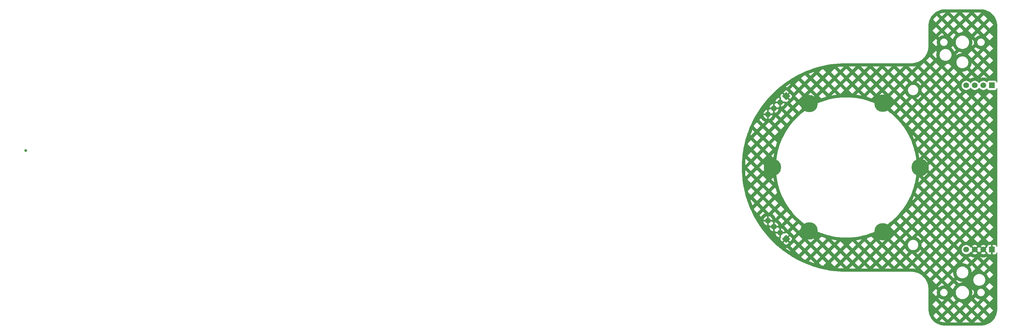
<source format=gbr>
G04 #@! TF.GenerationSoftware,KiCad,Pcbnew,9.0.2*
G04 #@! TF.CreationDate,2025-09-19T15:49:58-04:00*
G04 #@! TF.ProjectId,Trackball,54726163-6b62-4616-9c6c-2e6b69636164,rev?*
G04 #@! TF.SameCoordinates,Original*
G04 #@! TF.FileFunction,Copper,L1,Top*
G04 #@! TF.FilePolarity,Positive*
%FSLAX46Y46*%
G04 Gerber Fmt 4.6, Leading zero omitted, Abs format (unit mm)*
G04 Created by KiCad (PCBNEW 9.0.2) date 2025-09-19 15:49:58*
%MOMM*%
%LPD*%
G01*
G04 APERTURE LIST*
G04 Aperture macros list*
%AMRotRect*
0 Rectangle, with rotation*
0 The origin of the aperture is its center*
0 $1 length*
0 $2 width*
0 $3 Rotation angle, in degrees counterclockwise*
0 Add horizontal line*
21,1,$1,$2,0,0,$3*%
G04 Aperture macros list end*
G04 #@! TA.AperFunction,ComponentPad*
%ADD10C,5.000000*%
G04 #@! TD*
G04 #@! TA.AperFunction,ComponentPad*
%ADD11R,1.700000X1.700000*%
G04 #@! TD*
G04 #@! TA.AperFunction,ComponentPad*
%ADD12C,1.700000*%
G04 #@! TD*
G04 #@! TA.AperFunction,ComponentPad*
%ADD13RotRect,1.700000X1.700000X135.000000*%
G04 #@! TD*
G04 #@! TA.AperFunction,ComponentPad*
%ADD14RotRect,1.700000X1.700000X45.000000*%
G04 #@! TD*
G04 #@! TA.AperFunction,ViaPad*
%ADD15C,0.800000*%
G04 #@! TD*
G04 APERTURE END LIST*
D10*
X199650000Y-82700000D03*
X221400000Y-82600000D03*
X188775000Y-101596446D03*
X221400000Y-120600000D03*
X232400000Y-101600000D03*
X199650000Y-120350000D03*
D11*
X253768000Y-77216000D03*
D12*
X251228000Y-77216000D03*
X248688000Y-77216000D03*
X246148000Y-77216000D03*
D11*
X253768000Y-125984000D03*
D12*
X251228000Y-125984000D03*
X248688000Y-125984000D03*
X246148000Y-125984000D03*
D13*
X192773949Y-80423949D03*
D12*
X190977898Y-82220000D03*
X189181847Y-84016051D03*
X187385795Y-85812103D03*
D14*
X192773949Y-122786051D03*
D12*
X190977898Y-120990000D03*
X189181847Y-119193949D03*
X187385795Y-117397897D03*
D15*
X-32600000Y-96600000D03*
G04 #@! TA.AperFunction,Conductor*
G36*
X250402611Y-54625608D02*
G01*
X250805599Y-54642275D01*
X250815946Y-54643132D01*
X251213611Y-54692702D01*
X251223871Y-54694414D01*
X251616076Y-54776650D01*
X251626144Y-54779199D01*
X252010236Y-54893549D01*
X252020069Y-54896925D01*
X252064562Y-54914286D01*
X252393375Y-55042590D01*
X252402912Y-55046773D01*
X252762918Y-55222769D01*
X252772076Y-55227725D01*
X253116313Y-55432845D01*
X253125032Y-55438541D01*
X253451169Y-55671400D01*
X253459363Y-55677776D01*
X253765170Y-55936781D01*
X253772831Y-55943835D01*
X254056164Y-56227168D01*
X254063218Y-56234829D01*
X254322220Y-56540633D01*
X254328602Y-56548833D01*
X254462909Y-56736940D01*
X254561458Y-56874967D01*
X254567154Y-56883686D01*
X254772274Y-57227923D01*
X254777230Y-57237081D01*
X254953226Y-57597087D01*
X254957409Y-57606624D01*
X255103071Y-57979921D01*
X255106453Y-57989771D01*
X255220796Y-58373841D01*
X255223352Y-58383936D01*
X255305584Y-58776124D01*
X255307298Y-58786395D01*
X255356865Y-59184036D01*
X255357725Y-59194415D01*
X255374392Y-59597388D01*
X255374500Y-59602595D01*
X255374500Y-76273398D01*
X255354498Y-76341519D01*
X255300842Y-76388012D01*
X255230568Y-76398116D01*
X255165988Y-76368622D01*
X255127604Y-76308896D01*
X255123222Y-76286866D01*
X255119990Y-76256803D01*
X255119988Y-76256795D01*
X255068889Y-76119797D01*
X255068887Y-76119792D01*
X254981261Y-76002738D01*
X254864207Y-75915112D01*
X254864202Y-75915110D01*
X254727204Y-75864011D01*
X254727196Y-75864009D01*
X254666649Y-75857500D01*
X254666638Y-75857500D01*
X252869362Y-75857500D01*
X252869350Y-75857500D01*
X252808803Y-75864009D01*
X252808795Y-75864011D01*
X252671797Y-75915110D01*
X252671792Y-75915112D01*
X252554738Y-76002738D01*
X252467112Y-76119792D01*
X252467110Y-76119797D01*
X252423131Y-76237708D01*
X252380584Y-76294544D01*
X252314064Y-76319354D01*
X252244690Y-76304262D01*
X252215981Y-76282770D01*
X252113009Y-76179798D01*
X252113006Y-76179796D01*
X252113004Y-76179794D01*
X251940009Y-76054106D01*
X251749483Y-75957028D01*
X251749480Y-75957027D01*
X251749478Y-75957026D01*
X251546120Y-75890952D01*
X251546123Y-75890952D01*
X251506801Y-75884724D01*
X251334916Y-75857500D01*
X251121084Y-75857500D01*
X250909884Y-75890951D01*
X250909878Y-75890952D01*
X250706521Y-75957026D01*
X250706515Y-75957029D01*
X250515987Y-76054108D01*
X250342993Y-76179796D01*
X250342990Y-76179798D01*
X250191798Y-76330990D01*
X250191796Y-76330993D01*
X250066108Y-76503987D01*
X250065434Y-76505088D01*
X250065068Y-76505418D01*
X250063196Y-76507996D01*
X250062654Y-76507602D01*
X250012787Y-76552721D01*
X249942745Y-76564328D01*
X249877547Y-76536226D01*
X249852976Y-76507870D01*
X249852804Y-76507996D01*
X249851341Y-76505982D01*
X249850566Y-76505088D01*
X249849896Y-76503996D01*
X249849894Y-76503991D01*
X249724206Y-76330996D01*
X249724203Y-76330993D01*
X249724201Y-76330990D01*
X249573009Y-76179798D01*
X249573006Y-76179796D01*
X249573004Y-76179794D01*
X249400009Y-76054106D01*
X249209483Y-75957028D01*
X249209480Y-75957027D01*
X249209478Y-75957026D01*
X249006120Y-75890952D01*
X249006123Y-75890952D01*
X248966801Y-75884724D01*
X248794916Y-75857500D01*
X248581084Y-75857500D01*
X248369884Y-75890951D01*
X248369878Y-75890952D01*
X248166521Y-75957026D01*
X248166515Y-75957029D01*
X247975987Y-76054108D01*
X247802993Y-76179796D01*
X247802990Y-76179798D01*
X247651798Y-76330990D01*
X247651796Y-76330993D01*
X247526108Y-76503987D01*
X247525434Y-76505088D01*
X247525068Y-76505418D01*
X247523196Y-76507996D01*
X247522654Y-76507602D01*
X247472787Y-76552721D01*
X247402745Y-76564328D01*
X247337547Y-76536226D01*
X247312976Y-76507870D01*
X247312804Y-76507996D01*
X247311341Y-76505982D01*
X247310566Y-76505088D01*
X247309896Y-76503996D01*
X247309894Y-76503991D01*
X247184206Y-76330996D01*
X247184203Y-76330993D01*
X247184201Y-76330990D01*
X247033009Y-76179798D01*
X247033006Y-76179796D01*
X247033004Y-76179794D01*
X246860009Y-76054106D01*
X246669483Y-75957028D01*
X246669480Y-75957027D01*
X246669478Y-75957026D01*
X246466120Y-75890952D01*
X246466123Y-75890952D01*
X246426801Y-75884724D01*
X246254916Y-75857500D01*
X246041084Y-75857500D01*
X245829884Y-75890951D01*
X245829878Y-75890952D01*
X245626521Y-75957026D01*
X245626515Y-75957029D01*
X245435987Y-76054108D01*
X245262993Y-76179796D01*
X245262990Y-76179798D01*
X245111798Y-76330990D01*
X245111796Y-76330993D01*
X244986108Y-76503987D01*
X244889029Y-76694515D01*
X244889026Y-76694521D01*
X244822952Y-76897878D01*
X244822951Y-76897883D01*
X244822951Y-76897884D01*
X244789500Y-77109084D01*
X244789500Y-77322916D01*
X244807075Y-77433878D01*
X244822952Y-77534121D01*
X244881647Y-77714766D01*
X244889028Y-77737483D01*
X244986106Y-77928009D01*
X245111794Y-78101004D01*
X245111796Y-78101006D01*
X245111798Y-78101009D01*
X245262990Y-78252201D01*
X245262993Y-78252203D01*
X245262996Y-78252206D01*
X245435991Y-78377894D01*
X245626517Y-78474972D01*
X245829878Y-78541047D01*
X245829879Y-78541047D01*
X245829884Y-78541049D01*
X246041084Y-78574500D01*
X246041087Y-78574500D01*
X246254913Y-78574500D01*
X246254916Y-78574500D01*
X246466116Y-78541049D01*
X246669483Y-78474972D01*
X246860009Y-78377894D01*
X247033004Y-78252206D01*
X247184206Y-78101004D01*
X247309894Y-77928009D01*
X247309899Y-77927997D01*
X247310561Y-77926920D01*
X247310924Y-77926591D01*
X247312804Y-77924004D01*
X247313347Y-77924398D01*
X247363204Y-77879283D01*
X247433244Y-77867670D01*
X247498445Y-77895766D01*
X247523021Y-77924130D01*
X247523196Y-77924004D01*
X247524668Y-77926030D01*
X247525439Y-77926920D01*
X247526105Y-77928007D01*
X247526106Y-77928009D01*
X247651794Y-78101004D01*
X247651796Y-78101006D01*
X247651798Y-78101009D01*
X247802990Y-78252201D01*
X247802993Y-78252203D01*
X247802996Y-78252206D01*
X247975991Y-78377894D01*
X248166517Y-78474972D01*
X248369878Y-78541047D01*
X248369879Y-78541047D01*
X248369884Y-78541049D01*
X248581084Y-78574500D01*
X248581087Y-78574500D01*
X248794913Y-78574500D01*
X248794916Y-78574500D01*
X249006116Y-78541049D01*
X249209483Y-78474972D01*
X249400009Y-78377894D01*
X249573004Y-78252206D01*
X249724206Y-78101004D01*
X249849894Y-77928009D01*
X249849899Y-77927997D01*
X249850561Y-77926920D01*
X249850924Y-77926591D01*
X249852804Y-77924004D01*
X249853347Y-77924398D01*
X249903204Y-77879283D01*
X249973244Y-77867670D01*
X250038445Y-77895766D01*
X250063021Y-77924130D01*
X250063196Y-77924004D01*
X250064668Y-77926030D01*
X250065439Y-77926920D01*
X250066105Y-77928007D01*
X250066106Y-77928009D01*
X250191794Y-78101004D01*
X250191796Y-78101006D01*
X250191798Y-78101009D01*
X250342990Y-78252201D01*
X250342993Y-78252203D01*
X250342996Y-78252206D01*
X250515991Y-78377894D01*
X250706517Y-78474972D01*
X250909878Y-78541047D01*
X250909879Y-78541047D01*
X250909884Y-78541049D01*
X251121084Y-78574500D01*
X251121087Y-78574500D01*
X251334913Y-78574500D01*
X251334916Y-78574500D01*
X251546116Y-78541049D01*
X251749483Y-78474972D01*
X251940009Y-78377894D01*
X252113004Y-78252206D01*
X252215982Y-78149227D01*
X252278292Y-78115204D01*
X252349108Y-78120268D01*
X252405944Y-78162815D01*
X252423131Y-78194291D01*
X252467110Y-78312203D01*
X252467112Y-78312207D01*
X252554738Y-78429261D01*
X252671792Y-78516887D01*
X252671794Y-78516888D01*
X252671796Y-78516889D01*
X252730875Y-78538924D01*
X252808795Y-78567988D01*
X252808803Y-78567990D01*
X252869350Y-78574499D01*
X252869355Y-78574499D01*
X252869362Y-78574500D01*
X252869368Y-78574500D01*
X254666632Y-78574500D01*
X254666638Y-78574500D01*
X254666645Y-78574499D01*
X254666649Y-78574499D01*
X254727196Y-78567990D01*
X254727199Y-78567989D01*
X254727201Y-78567989D01*
X254864204Y-78516889D01*
X254908071Y-78484051D01*
X254981261Y-78429261D01*
X255068887Y-78312207D01*
X255068887Y-78312206D01*
X255068889Y-78312204D01*
X255114083Y-78191035D01*
X255119988Y-78175204D01*
X255119990Y-78175196D01*
X255123222Y-78145133D01*
X255150391Y-78079541D01*
X255208708Y-78039049D01*
X255279660Y-78036515D01*
X255340718Y-78072742D01*
X255372498Y-78136228D01*
X255374500Y-78158601D01*
X255374500Y-125046102D01*
X255354498Y-125114223D01*
X255300842Y-125160716D01*
X255230568Y-125170820D01*
X255165988Y-125141326D01*
X255127604Y-125081600D01*
X255123222Y-125059572D01*
X255119494Y-125024906D01*
X255068444Y-124888035D01*
X255068444Y-124888034D01*
X254980904Y-124771095D01*
X254863965Y-124683555D01*
X254727093Y-124632505D01*
X254666597Y-124626000D01*
X254022000Y-124626000D01*
X254022000Y-125553297D01*
X253960993Y-125518075D01*
X253833826Y-125484000D01*
X253702174Y-125484000D01*
X253575007Y-125518075D01*
X253514000Y-125553297D01*
X253514000Y-124626000D01*
X252869402Y-124626000D01*
X252808906Y-124632505D01*
X252672035Y-124683555D01*
X252672034Y-124683555D01*
X252555095Y-124771095D01*
X252467555Y-124888034D01*
X252467555Y-124888035D01*
X252416505Y-125024905D01*
X252411981Y-125066978D01*
X252415319Y-125129301D01*
X252381794Y-125189414D01*
X251712157Y-125859051D01*
X251693925Y-125791007D01*
X251628099Y-125676993D01*
X251535007Y-125583901D01*
X251420993Y-125518075D01*
X251352947Y-125499841D01*
X251992168Y-124860621D01*
X251992167Y-124860620D01*
X251939750Y-124822536D01*
X251939748Y-124822535D01*
X251749292Y-124725493D01*
X251749286Y-124725490D01*
X251546003Y-124659440D01*
X251334874Y-124626000D01*
X251121126Y-124626000D01*
X250909996Y-124659440D01*
X250706713Y-124725490D01*
X250706707Y-124725493D01*
X250516253Y-124822534D01*
X250463831Y-124860621D01*
X250463831Y-124860622D01*
X251103051Y-125499842D01*
X251035007Y-125518075D01*
X250920993Y-125583901D01*
X250827901Y-125676993D01*
X250762075Y-125791007D01*
X250743842Y-125859051D01*
X250104622Y-125219831D01*
X250104621Y-125219831D01*
X250066522Y-125272269D01*
X250065422Y-125274065D01*
X250064827Y-125274603D01*
X250063624Y-125276259D01*
X250063275Y-125276006D01*
X250012768Y-125321689D01*
X249942725Y-125333286D01*
X249877531Y-125305174D01*
X249852440Y-125276211D01*
X249852376Y-125276258D01*
X249851830Y-125275506D01*
X249850563Y-125274044D01*
X249849462Y-125272248D01*
X249811378Y-125219831D01*
X249172157Y-125859051D01*
X249153925Y-125791007D01*
X249088099Y-125676993D01*
X248995007Y-125583901D01*
X248880993Y-125518075D01*
X248812947Y-125499841D01*
X249452168Y-124860621D01*
X249452167Y-124860620D01*
X249399750Y-124822536D01*
X249399748Y-124822535D01*
X249209292Y-124725493D01*
X249209286Y-124725490D01*
X249006003Y-124659440D01*
X248794874Y-124626000D01*
X248581126Y-124626000D01*
X248369996Y-124659440D01*
X248166713Y-124725490D01*
X248166707Y-124725493D01*
X247976253Y-124822534D01*
X247923831Y-124860621D01*
X247923831Y-124860622D01*
X248563051Y-125499842D01*
X248495007Y-125518075D01*
X248380993Y-125583901D01*
X248287901Y-125676993D01*
X248222075Y-125791007D01*
X248203842Y-125859051D01*
X247564622Y-125219831D01*
X247564621Y-125219831D01*
X247526528Y-125272261D01*
X247525724Y-125273574D01*
X247525288Y-125273967D01*
X247523624Y-125276259D01*
X247523142Y-125275909D01*
X247473075Y-125321203D01*
X247403033Y-125332807D01*
X247337836Y-125304702D01*
X247312901Y-125275924D01*
X247312804Y-125275996D01*
X247311975Y-125274855D01*
X247310859Y-125273567D01*
X247309899Y-125272001D01*
X247309894Y-125271991D01*
X247184206Y-125098996D01*
X247184203Y-125098993D01*
X247184201Y-125098990D01*
X247033009Y-124947798D01*
X247033006Y-124947796D01*
X247033004Y-124947794D01*
X246860601Y-124822536D01*
X246860012Y-124822108D01*
X246860011Y-124822107D01*
X246860009Y-124822106D01*
X246669483Y-124725028D01*
X246669480Y-124725027D01*
X246669478Y-124725026D01*
X246466120Y-124658952D01*
X246466123Y-124658952D01*
X246426801Y-124652724D01*
X246254916Y-124625500D01*
X246041084Y-124625500D01*
X245829884Y-124658951D01*
X245829878Y-124658952D01*
X245626521Y-124725026D01*
X245626515Y-124725029D01*
X245435987Y-124822108D01*
X245262993Y-124947796D01*
X245262990Y-124947798D01*
X245111798Y-125098990D01*
X245111796Y-125098993D01*
X244986108Y-125271987D01*
X244889029Y-125462515D01*
X244889026Y-125462521D01*
X244822952Y-125665878D01*
X244822951Y-125665883D01*
X244822951Y-125665884D01*
X244789500Y-125877084D01*
X244789500Y-126090916D01*
X244822951Y-126302116D01*
X244822952Y-126302121D01*
X244889026Y-126505478D01*
X244889028Y-126505483D01*
X244986106Y-126696009D01*
X245111794Y-126869004D01*
X245111796Y-126869006D01*
X245111798Y-126869009D01*
X245262990Y-127020201D01*
X245262993Y-127020203D01*
X245262996Y-127020206D01*
X245435991Y-127145894D01*
X245626517Y-127242972D01*
X245829878Y-127309047D01*
X245829879Y-127309047D01*
X245829884Y-127309049D01*
X246041084Y-127342500D01*
X246041087Y-127342500D01*
X246254913Y-127342500D01*
X246254916Y-127342500D01*
X246466116Y-127309049D01*
X246669483Y-127242972D01*
X246860009Y-127145894D01*
X247033004Y-127020206D01*
X247184206Y-126869004D01*
X247309894Y-126696009D01*
X247309902Y-126695992D01*
X247310854Y-126694441D01*
X247311377Y-126693967D01*
X247312804Y-126692004D01*
X247313216Y-126692303D01*
X247363497Y-126646804D01*
X247433537Y-126635189D01*
X247498738Y-126663285D01*
X247523485Y-126691842D01*
X247523624Y-126691742D01*
X247524794Y-126693353D01*
X247525726Y-126694428D01*
X247526536Y-126695750D01*
X247564620Y-126748167D01*
X247564621Y-126748168D01*
X248203841Y-126108947D01*
X248222075Y-126176993D01*
X248287901Y-126291007D01*
X248380993Y-126384099D01*
X248495007Y-126449925D01*
X248563051Y-126468157D01*
X247923831Y-127107378D01*
X247976249Y-127145463D01*
X247976251Y-127145464D01*
X248166707Y-127242506D01*
X248166713Y-127242509D01*
X248369996Y-127308559D01*
X248581126Y-127342000D01*
X248794874Y-127342000D01*
X249006003Y-127308559D01*
X249209286Y-127242509D01*
X249209292Y-127242506D01*
X249399750Y-127145463D01*
X249452167Y-127107378D01*
X249452167Y-127107376D01*
X248812948Y-126468157D01*
X248880993Y-126449925D01*
X248995007Y-126384099D01*
X249088099Y-126291007D01*
X249153925Y-126176993D01*
X249172157Y-126108948D01*
X249811376Y-126748167D01*
X249811378Y-126748167D01*
X249849463Y-126695750D01*
X249850562Y-126693958D01*
X249851158Y-126693418D01*
X249852377Y-126691741D01*
X249852729Y-126691996D01*
X249903206Y-126646322D01*
X249973246Y-126634710D01*
X250038446Y-126662808D01*
X250063559Y-126691788D01*
X250063624Y-126691742D01*
X250064165Y-126692487D01*
X250065433Y-126693950D01*
X250066535Y-126695749D01*
X250104620Y-126748167D01*
X250104621Y-126748168D01*
X250743841Y-126108947D01*
X250762075Y-126176993D01*
X250827901Y-126291007D01*
X250920993Y-126384099D01*
X251035007Y-126449925D01*
X251103051Y-126468157D01*
X250463831Y-127107378D01*
X250516249Y-127145463D01*
X250516251Y-127145464D01*
X250706707Y-127242506D01*
X250706713Y-127242509D01*
X250909996Y-127308559D01*
X251121126Y-127342000D01*
X251334874Y-127342000D01*
X251546003Y-127308559D01*
X251749286Y-127242509D01*
X251749292Y-127242506D01*
X251939750Y-127145463D01*
X251992167Y-127107378D01*
X251992167Y-127107376D01*
X251352948Y-126468157D01*
X251420993Y-126449925D01*
X251535007Y-126384099D01*
X251628099Y-126291007D01*
X251693925Y-126176993D01*
X251712157Y-126108948D01*
X252381794Y-126778585D01*
X252415820Y-126840897D01*
X252412030Y-126901471D01*
X252416505Y-126943093D01*
X252467555Y-127079964D01*
X252467555Y-127079965D01*
X252555095Y-127196904D01*
X252672034Y-127284444D01*
X252808906Y-127335494D01*
X252869402Y-127341999D01*
X252869415Y-127342000D01*
X253514000Y-127342000D01*
X253514000Y-126414702D01*
X253575007Y-126449925D01*
X253702174Y-126484000D01*
X253833826Y-126484000D01*
X253960993Y-126449925D01*
X254022000Y-126414702D01*
X254022000Y-127342000D01*
X254666585Y-127342000D01*
X254666597Y-127341999D01*
X254727093Y-127335494D01*
X254863964Y-127284444D01*
X254863965Y-127284444D01*
X254980904Y-127196904D01*
X255068444Y-127079965D01*
X255068444Y-127079964D01*
X255119494Y-126943093D01*
X255123222Y-126908427D01*
X255150392Y-126842835D01*
X255208711Y-126802345D01*
X255279662Y-126799811D01*
X255340720Y-126836039D01*
X255372498Y-126899527D01*
X255374500Y-126921897D01*
X255374500Y-143597404D01*
X255374392Y-143602611D01*
X255357725Y-144005584D01*
X255356865Y-144015963D01*
X255307298Y-144413604D01*
X255305584Y-144423875D01*
X255223352Y-144816063D01*
X255220796Y-144826158D01*
X255106453Y-145210228D01*
X255103071Y-145220078D01*
X254957409Y-145593375D01*
X254953226Y-145602912D01*
X254777230Y-145962918D01*
X254772274Y-145972076D01*
X254567154Y-146316313D01*
X254561458Y-146325032D01*
X254328609Y-146651157D01*
X254322213Y-146659375D01*
X254063218Y-146965170D01*
X254056164Y-146972831D01*
X253772831Y-147256164D01*
X253765170Y-147263218D01*
X253459375Y-147522213D01*
X253451157Y-147528609D01*
X253125032Y-147761458D01*
X253116313Y-147767154D01*
X252772076Y-147972274D01*
X252762918Y-147977230D01*
X252402912Y-148153226D01*
X252393375Y-148157409D01*
X252020078Y-148303071D01*
X252010228Y-148306453D01*
X251626158Y-148420796D01*
X251616063Y-148423352D01*
X251223875Y-148505584D01*
X251213604Y-148507298D01*
X250815963Y-148556865D01*
X250805584Y-148557725D01*
X250402611Y-148574392D01*
X250397404Y-148574500D01*
X239902596Y-148574500D01*
X239897389Y-148574392D01*
X239494415Y-148557725D01*
X239484036Y-148556865D01*
X239086395Y-148507298D01*
X239076124Y-148505584D01*
X238683936Y-148423352D01*
X238673841Y-148420796D01*
X238289771Y-148306453D01*
X238279921Y-148303071D01*
X237906624Y-148157409D01*
X237897087Y-148153226D01*
X237537081Y-147977230D01*
X237527923Y-147972274D01*
X237183686Y-147767154D01*
X237174967Y-147761458D01*
X237036940Y-147662909D01*
X236848833Y-147528602D01*
X236840633Y-147522220D01*
X236534829Y-147263218D01*
X236527168Y-147256164D01*
X236472614Y-147201610D01*
X238222857Y-147201610D01*
X238303009Y-147240794D01*
X238609091Y-147360229D01*
X238924048Y-147453996D01*
X239245626Y-147521422D01*
X239571692Y-147562068D01*
X239920619Y-147576500D01*
X239972119Y-147576500D01*
X239986679Y-147561940D01*
X241398062Y-147561940D01*
X241412622Y-147576500D01*
X243507653Y-147576500D01*
X243522213Y-147561940D01*
X244933596Y-147561940D01*
X244948156Y-147576500D01*
X247043187Y-147576500D01*
X247057747Y-147561940D01*
X248469130Y-147561940D01*
X248483690Y-147576500D01*
X250379381Y-147576500D01*
X250587320Y-147567898D01*
X250593280Y-147561939D01*
X249531205Y-146499864D01*
X248469130Y-147561940D01*
X247057747Y-147561940D01*
X245995671Y-146499864D01*
X244933596Y-147561940D01*
X243522213Y-147561940D01*
X242460137Y-146499864D01*
X241398062Y-147561940D01*
X239986679Y-147561940D01*
X238924604Y-146499865D01*
X238222857Y-147201610D01*
X236472614Y-147201610D01*
X236243835Y-146972831D01*
X236236781Y-146965170D01*
X236139876Y-146850754D01*
X235977776Y-146659363D01*
X235971400Y-146651169D01*
X235738541Y-146325032D01*
X235732845Y-146316313D01*
X235527725Y-145972076D01*
X235522769Y-145962918D01*
X235346773Y-145602912D01*
X235342590Y-145593375D01*
X235301332Y-145487640D01*
X236401294Y-145487640D01*
X236403522Y-145492198D01*
X236571715Y-145774463D01*
X236762652Y-146041888D01*
X236975035Y-146292647D01*
X237207350Y-146524962D01*
X237359368Y-146653715D01*
X238218910Y-145794173D01*
X239630295Y-145794173D01*
X240692370Y-146856248D01*
X241754446Y-145794173D01*
X243165829Y-145794173D01*
X244227904Y-146856248D01*
X245289980Y-145794173D01*
X246701363Y-145794173D01*
X247763438Y-146856248D01*
X248825514Y-145794173D01*
X250236897Y-145794173D01*
X251298972Y-146856248D01*
X252361047Y-145794173D01*
X251298972Y-144732097D01*
X250236897Y-145794173D01*
X248825514Y-145794173D01*
X247763438Y-144732097D01*
X246701363Y-145794173D01*
X245289980Y-145794173D01*
X244227904Y-144732097D01*
X243165829Y-145794173D01*
X241754446Y-145794173D01*
X240692370Y-144732097D01*
X239630295Y-145794173D01*
X238218910Y-145794173D01*
X238218911Y-145794172D01*
X237156837Y-144732098D01*
X236401294Y-145487640D01*
X235301332Y-145487640D01*
X235196928Y-145220078D01*
X235193546Y-145210228D01*
X235079199Y-144826144D01*
X235076650Y-144816076D01*
X234994414Y-144423871D01*
X234992701Y-144413604D01*
X234944436Y-144026406D01*
X237862528Y-144026406D01*
X238924603Y-145088481D01*
X239986679Y-144026406D01*
X241398062Y-144026406D01*
X242460137Y-145088481D01*
X243522213Y-144026406D01*
X244933596Y-144026406D01*
X245995671Y-145088481D01*
X247057747Y-144026406D01*
X248469129Y-144026406D01*
X249531205Y-145088481D01*
X250593280Y-144026406D01*
X252004663Y-144026406D01*
X253066739Y-145088481D01*
X254128814Y-144026406D01*
X253066739Y-142964330D01*
X252004663Y-144026406D01*
X250593280Y-144026406D01*
X249531205Y-142964330D01*
X248469129Y-144026406D01*
X247057747Y-144026406D01*
X245995671Y-142964330D01*
X244933596Y-144026406D01*
X243522213Y-144026406D01*
X242460137Y-142964330D01*
X241398062Y-144026406D01*
X239986679Y-144026406D01*
X238924603Y-142964330D01*
X237862528Y-144026406D01*
X234944436Y-144026406D01*
X234943132Y-144015946D01*
X234942275Y-144005599D01*
X234925608Y-143602611D01*
X234925500Y-143597404D01*
X234925500Y-142258639D01*
X236094761Y-142258639D01*
X237156836Y-143320714D01*
X238218912Y-142258639D01*
X239630295Y-142258639D01*
X240692370Y-143320714D01*
X241754446Y-142258639D01*
X243165829Y-142258639D01*
X244227904Y-143320714D01*
X245289980Y-142258639D01*
X246701363Y-142258639D01*
X247763438Y-143320714D01*
X248825514Y-142258639D01*
X250236896Y-142258639D01*
X251298972Y-143320714D01*
X252361047Y-142258639D01*
X251298972Y-141196563D01*
X250236896Y-142258639D01*
X248825514Y-142258639D01*
X247763438Y-141196563D01*
X246701363Y-142258639D01*
X245289980Y-142258639D01*
X244713868Y-141682527D01*
X244487355Y-141652707D01*
X244483273Y-141652102D01*
X244459158Y-141648120D01*
X244455096Y-141647380D01*
X244423059Y-141641005D01*
X244419032Y-141640135D01*
X244395281Y-141634596D01*
X244391287Y-141633596D01*
X244110936Y-141558476D01*
X244106969Y-141557343D01*
X244083598Y-141550253D01*
X244079675Y-141548992D01*
X244048743Y-141538492D01*
X244044857Y-141537102D01*
X244022015Y-141528504D01*
X244018184Y-141526990D01*
X243932832Y-141491635D01*
X243165829Y-142258639D01*
X241754446Y-142258639D01*
X240692370Y-141196563D01*
X239630295Y-142258639D01*
X238218912Y-142258639D01*
X237156836Y-141196563D01*
X236094761Y-142258639D01*
X234925500Y-142258639D01*
X234925500Y-140490872D01*
X237862528Y-140490872D01*
X238924603Y-141552947D01*
X239644860Y-140832688D01*
X239629236Y-140833303D01*
X239624287Y-140833400D01*
X239411713Y-140833400D01*
X239406764Y-140833303D01*
X239377480Y-140832152D01*
X239372542Y-140831860D01*
X239333463Y-140828784D01*
X239328539Y-140828300D01*
X239299451Y-140824857D01*
X239294551Y-140824179D01*
X239084616Y-140790928D01*
X239079748Y-140790058D01*
X239051029Y-140784346D01*
X239046201Y-140783287D01*
X239008083Y-140774138D01*
X239003291Y-140772888D01*
X238975075Y-140764931D01*
X238970338Y-140763494D01*
X238768173Y-140697806D01*
X238763499Y-140696185D01*
X238736018Y-140686047D01*
X238731414Y-140684246D01*
X238695197Y-140669246D01*
X238690659Y-140667261D01*
X238664044Y-140654991D01*
X238659593Y-140652832D01*
X238470197Y-140556330D01*
X238465834Y-140553998D01*
X238440278Y-140539686D01*
X238436014Y-140537186D01*
X238402589Y-140516705D01*
X238398417Y-140514035D01*
X238374048Y-140497752D01*
X238369989Y-140494923D01*
X238364413Y-140490872D01*
X241398062Y-140490872D01*
X242460137Y-141552947D01*
X243054457Y-140958626D01*
X243049340Y-140954140D01*
X243046280Y-140951366D01*
X243028438Y-140934656D01*
X243025473Y-140931786D01*
X242820214Y-140726527D01*
X242817344Y-140723562D01*
X242800634Y-140705720D01*
X242797860Y-140702660D01*
X242776325Y-140678100D01*
X242773660Y-140674957D01*
X242758193Y-140656108D01*
X242755635Y-140652886D01*
X242578942Y-140422618D01*
X242576483Y-140419302D01*
X242562246Y-140399433D01*
X242559898Y-140396040D01*
X242541751Y-140368878D01*
X242539516Y-140365411D01*
X242526639Y-140344700D01*
X242524524Y-140341171D01*
X242379397Y-140089805D01*
X242377393Y-140086199D01*
X242365869Y-140064638D01*
X242363980Y-140060961D01*
X242349536Y-140031664D01*
X242347777Y-140027943D01*
X242337715Y-140005733D01*
X242336077Y-140001955D01*
X242225010Y-139733816D01*
X242223496Y-139729985D01*
X242214898Y-139707143D01*
X242213508Y-139703257D01*
X242206454Y-139682479D01*
X241398062Y-140490872D01*
X238364413Y-140490872D01*
X238198022Y-140369981D01*
X238194079Y-140366996D01*
X238171079Y-140348865D01*
X238167253Y-140345726D01*
X238137445Y-140320268D01*
X238133748Y-140316982D01*
X238112225Y-140297087D01*
X238108657Y-140293656D01*
X238084200Y-140269199D01*
X237862528Y-140490872D01*
X234925500Y-140490872D01*
X234925500Y-138723105D01*
X236094761Y-138723105D01*
X237156836Y-139785180D01*
X237530649Y-139411366D01*
X237488506Y-139281662D01*
X237487069Y-139276925D01*
X237479112Y-139248709D01*
X237477862Y-139243917D01*
X237468713Y-139205799D01*
X237467654Y-139200971D01*
X237461942Y-139172252D01*
X237461072Y-139167384D01*
X237427821Y-138957449D01*
X237427143Y-138952549D01*
X237423700Y-138923461D01*
X237423216Y-138918537D01*
X237420140Y-138879458D01*
X237419848Y-138874520D01*
X237418697Y-138845236D01*
X237418600Y-138840287D01*
X237418600Y-138647318D01*
X238416600Y-138647318D01*
X238416600Y-138820682D01*
X238443720Y-138991912D01*
X238443721Y-138991917D01*
X238484742Y-139118167D01*
X238497292Y-139156791D01*
X238575998Y-139311260D01*
X238576000Y-139311263D01*
X238677900Y-139451516D01*
X238800483Y-139574099D01*
X238800486Y-139574101D01*
X238940740Y-139676002D01*
X239095209Y-139754708D01*
X239260082Y-139808278D01*
X239260083Y-139808278D01*
X239260088Y-139808280D01*
X239431318Y-139835400D01*
X239431321Y-139835400D01*
X239604679Y-139835400D01*
X239604682Y-139835400D01*
X239775912Y-139808280D01*
X239940791Y-139754708D01*
X240095260Y-139676002D01*
X240235514Y-139574101D01*
X240358101Y-139451514D01*
X240460002Y-139311260D01*
X240538708Y-139156791D01*
X240592280Y-138991912D01*
X240619400Y-138820682D01*
X240619400Y-138647318D01*
X240612730Y-138605204D01*
X243053000Y-138605204D01*
X243053000Y-138862795D01*
X243086620Y-139118167D01*
X243086621Y-139118173D01*
X243086622Y-139118175D01*
X243153290Y-139366984D01*
X243251864Y-139604962D01*
X243251865Y-139604963D01*
X243251870Y-139604974D01*
X243380659Y-139828043D01*
X243537460Y-140032388D01*
X243537479Y-140032409D01*
X243719590Y-140214520D01*
X243719600Y-140214529D01*
X243719606Y-140214535D01*
X243719609Y-140214537D01*
X243719611Y-140214539D01*
X243923956Y-140371340D01*
X244147025Y-140500129D01*
X244147029Y-140500130D01*
X244147038Y-140500136D01*
X244385016Y-140598710D01*
X244633825Y-140665378D01*
X244633831Y-140665378D01*
X244633832Y-140665379D01*
X244663134Y-140669236D01*
X244889207Y-140699000D01*
X244889214Y-140699000D01*
X245146786Y-140699000D01*
X245146793Y-140699000D01*
X245402175Y-140665378D01*
X245650984Y-140598710D01*
X245888962Y-140500136D01*
X245905008Y-140490872D01*
X248469130Y-140490872D01*
X249531205Y-141552947D01*
X250264701Y-140819451D01*
X250084616Y-140790928D01*
X250079748Y-140790058D01*
X250051029Y-140784346D01*
X250046201Y-140783287D01*
X250008083Y-140774138D01*
X250003291Y-140772888D01*
X249975075Y-140764931D01*
X249970338Y-140763494D01*
X249768173Y-140697806D01*
X249763499Y-140696185D01*
X249736018Y-140686047D01*
X249731414Y-140684246D01*
X249695197Y-140669246D01*
X249690659Y-140667261D01*
X249664044Y-140654991D01*
X249659593Y-140652832D01*
X249470197Y-140556330D01*
X249465834Y-140553998D01*
X249440278Y-140539686D01*
X249436014Y-140537186D01*
X249402589Y-140516705D01*
X249398417Y-140514035D01*
X249374048Y-140497752D01*
X249369989Y-140494923D01*
X249364413Y-140490872D01*
X252004663Y-140490872D01*
X253066739Y-141552947D01*
X254128814Y-140490872D01*
X253066739Y-139428796D01*
X252004663Y-140490872D01*
X249364413Y-140490872D01*
X249198022Y-140369981D01*
X249194079Y-140366996D01*
X249171079Y-140348865D01*
X249167253Y-140345726D01*
X249137445Y-140320268D01*
X249133748Y-140316982D01*
X249112225Y-140297087D01*
X249108657Y-140293656D01*
X248958344Y-140143343D01*
X248954913Y-140139775D01*
X248935018Y-140118252D01*
X248931732Y-140114555D01*
X248906274Y-140084747D01*
X248903135Y-140080921D01*
X248892531Y-140067470D01*
X248469130Y-140490872D01*
X245905008Y-140490872D01*
X246112038Y-140371343D01*
X246112038Y-140371342D01*
X246112043Y-140371340D01*
X246230717Y-140280277D01*
X246316394Y-140214535D01*
X246498535Y-140032394D01*
X246564277Y-139946717D01*
X246655340Y-139828043D01*
X246697680Y-139754709D01*
X246784136Y-139604962D01*
X246882710Y-139366984D01*
X246949378Y-139118175D01*
X246983000Y-138862793D01*
X246983000Y-138605207D01*
X246949378Y-138349825D01*
X246882710Y-138101016D01*
X246784136Y-137863038D01*
X246784130Y-137863029D01*
X246784129Y-137863025D01*
X246684508Y-137690476D01*
X247792885Y-137690476D01*
X247810990Y-137734184D01*
X247812504Y-137738015D01*
X247821102Y-137760857D01*
X247822492Y-137764743D01*
X247832992Y-137795675D01*
X247834253Y-137799598D01*
X247841343Y-137822969D01*
X247842476Y-137826936D01*
X247917596Y-138107287D01*
X247918596Y-138111281D01*
X247924135Y-138135032D01*
X247925005Y-138139059D01*
X247931380Y-138171096D01*
X247932120Y-138175158D01*
X247936102Y-138199273D01*
X247936707Y-138203355D01*
X247974592Y-138491125D01*
X247975063Y-138495216D01*
X247977455Y-138519493D01*
X247977792Y-138523601D01*
X247979930Y-138556195D01*
X247980132Y-138560317D01*
X247980932Y-138584739D01*
X247981000Y-138588864D01*
X247981000Y-138879136D01*
X247980932Y-138883261D01*
X247980132Y-138907683D01*
X247979930Y-138911805D01*
X247977792Y-138944399D01*
X247977455Y-138948507D01*
X247975063Y-138972784D01*
X247974592Y-138976875D01*
X247936707Y-139264645D01*
X247936102Y-139268727D01*
X247932120Y-139292842D01*
X247931380Y-139296904D01*
X247925005Y-139328941D01*
X247924135Y-139332968D01*
X247918596Y-139356719D01*
X247917596Y-139360713D01*
X247842476Y-139641064D01*
X247841343Y-139645031D01*
X247834253Y-139668402D01*
X247832992Y-139672325D01*
X247822492Y-139703257D01*
X247821102Y-139707143D01*
X247812504Y-139729985D01*
X247810990Y-139733816D01*
X247808293Y-139740324D01*
X248450155Y-139098462D01*
X248427821Y-138957449D01*
X248427143Y-138952549D01*
X248423700Y-138923461D01*
X248423216Y-138918537D01*
X248420140Y-138879458D01*
X248419848Y-138874520D01*
X248418697Y-138845236D01*
X248418600Y-138840287D01*
X248418600Y-138647318D01*
X249416600Y-138647318D01*
X249416600Y-138820682D01*
X249443720Y-138991912D01*
X249443721Y-138991917D01*
X249484742Y-139118167D01*
X249497292Y-139156791D01*
X249575998Y-139311260D01*
X249576000Y-139311263D01*
X249677900Y-139451516D01*
X249800483Y-139574099D01*
X249800486Y-139574101D01*
X249940740Y-139676002D01*
X250095209Y-139754708D01*
X250260082Y-139808278D01*
X250260083Y-139808278D01*
X250260088Y-139808280D01*
X250431318Y-139835400D01*
X250431321Y-139835400D01*
X250604679Y-139835400D01*
X250604682Y-139835400D01*
X250775912Y-139808280D01*
X250940791Y-139754708D01*
X251095260Y-139676002D01*
X251235514Y-139574101D01*
X251358101Y-139451514D01*
X251460002Y-139311260D01*
X251538708Y-139156791D01*
X251592280Y-138991912D01*
X251619400Y-138820682D01*
X251619400Y-138647318D01*
X251592280Y-138476088D01*
X251538708Y-138311209D01*
X251460002Y-138156740D01*
X251358101Y-138016486D01*
X251358099Y-138016483D01*
X251235516Y-137893900D01*
X251095263Y-137792000D01*
X251095262Y-137791999D01*
X251095260Y-137791998D01*
X250940791Y-137713292D01*
X250940788Y-137713291D01*
X250940786Y-137713290D01*
X250775915Y-137659721D01*
X250775919Y-137659721D01*
X250744041Y-137654672D01*
X250604682Y-137632600D01*
X250431318Y-137632600D01*
X250260088Y-137659720D01*
X250260082Y-137659721D01*
X250095213Y-137713290D01*
X250095207Y-137713293D01*
X249940736Y-137792000D01*
X249800483Y-137893900D01*
X249677900Y-138016483D01*
X249576000Y-138156736D01*
X249497293Y-138311207D01*
X249497290Y-138311213D01*
X249443721Y-138476082D01*
X249443720Y-138476087D01*
X249443720Y-138476088D01*
X249416600Y-138647318D01*
X248418600Y-138647318D01*
X248418600Y-138627713D01*
X248418697Y-138622764D01*
X248419848Y-138593480D01*
X248420140Y-138588542D01*
X248423216Y-138549463D01*
X248423700Y-138544539D01*
X248427143Y-138515451D01*
X248427821Y-138510551D01*
X248453135Y-138350726D01*
X247792885Y-137690476D01*
X246684508Y-137690476D01*
X246655340Y-137639956D01*
X246498539Y-137435611D01*
X246498537Y-137435609D01*
X246498535Y-137435606D01*
X246498529Y-137435600D01*
X246498520Y-137435590D01*
X246316409Y-137253479D01*
X246316388Y-137253460D01*
X246112043Y-137096659D01*
X245888974Y-136967870D01*
X245888966Y-136967866D01*
X245888962Y-136967864D01*
X245858722Y-136955338D01*
X252004663Y-136955338D01*
X253066739Y-138017413D01*
X254128814Y-136955338D01*
X253066739Y-135893262D01*
X252004663Y-136955338D01*
X245858722Y-136955338D01*
X245650984Y-136869290D01*
X245402175Y-136802622D01*
X245402173Y-136802621D01*
X245402167Y-136802620D01*
X245146795Y-136769000D01*
X245146793Y-136769000D01*
X244889207Y-136769000D01*
X244889204Y-136769000D01*
X244633832Y-136802620D01*
X244385016Y-136869290D01*
X244177279Y-136955338D01*
X244147036Y-136967865D01*
X244147025Y-136967870D01*
X243923956Y-137096659D01*
X243719611Y-137253460D01*
X243719590Y-137253479D01*
X243537479Y-137435590D01*
X243537460Y-137435611D01*
X243380659Y-137639956D01*
X243251870Y-137863025D01*
X243251865Y-137863036D01*
X243153290Y-138101016D01*
X243086620Y-138349832D01*
X243053000Y-138605204D01*
X240612730Y-138605204D01*
X240592280Y-138476088D01*
X240538708Y-138311209D01*
X240460002Y-138156740D01*
X240358101Y-138016486D01*
X240358099Y-138016483D01*
X240235516Y-137893900D01*
X240095263Y-137792000D01*
X240095262Y-137791999D01*
X240095260Y-137791998D01*
X239940791Y-137713292D01*
X239940788Y-137713291D01*
X239940786Y-137713290D01*
X239775915Y-137659721D01*
X239775919Y-137659721D01*
X239744041Y-137654672D01*
X239604682Y-137632600D01*
X239431318Y-137632600D01*
X239260088Y-137659720D01*
X239260082Y-137659721D01*
X239095213Y-137713290D01*
X239095207Y-137713293D01*
X238940736Y-137792000D01*
X238800483Y-137893900D01*
X238677900Y-138016483D01*
X238576000Y-138156736D01*
X238497293Y-138311207D01*
X238497290Y-138311213D01*
X238443721Y-138476082D01*
X238443720Y-138476087D01*
X238443720Y-138476088D01*
X238416600Y-138647318D01*
X237418600Y-138647318D01*
X237418600Y-138627713D01*
X237418697Y-138622764D01*
X237419848Y-138593480D01*
X237420140Y-138588542D01*
X237423216Y-138549463D01*
X237423700Y-138544539D01*
X237427143Y-138515451D01*
X237427821Y-138510551D01*
X237461072Y-138300616D01*
X237461942Y-138295748D01*
X237467654Y-138267029D01*
X237468713Y-138262201D01*
X237477862Y-138224083D01*
X237479112Y-138219291D01*
X237487069Y-138191075D01*
X237488506Y-138186338D01*
X237535993Y-138040186D01*
X237156836Y-137661029D01*
X236094761Y-138723105D01*
X234925500Y-138723105D01*
X234925500Y-137392150D01*
X234925500Y-137392144D01*
X234891171Y-136977851D01*
X234887414Y-136955338D01*
X237862528Y-136955338D01*
X238095094Y-137187904D01*
X238108657Y-137174343D01*
X238112225Y-137170913D01*
X238133748Y-137151018D01*
X238137445Y-137147732D01*
X238167253Y-137122274D01*
X238171079Y-137119135D01*
X238194079Y-137101004D01*
X238198022Y-137098019D01*
X238369989Y-136973077D01*
X238374048Y-136970248D01*
X238396362Y-136955338D01*
X241398062Y-136955338D01*
X242211977Y-137769253D01*
X242213508Y-137764743D01*
X242214898Y-137760857D01*
X242223496Y-137738015D01*
X242225010Y-137734184D01*
X242336077Y-137466045D01*
X242337715Y-137462267D01*
X242347777Y-137440057D01*
X242349536Y-137436336D01*
X242363980Y-137407039D01*
X242365869Y-137403362D01*
X242377393Y-137381801D01*
X242379397Y-137378195D01*
X242524524Y-137126829D01*
X242526639Y-137123300D01*
X242539516Y-137102589D01*
X242541751Y-137099122D01*
X242559898Y-137071960D01*
X242562246Y-137068567D01*
X242576483Y-137048698D01*
X242578942Y-137045382D01*
X242755635Y-136815114D01*
X242758193Y-136811892D01*
X242773660Y-136793043D01*
X242776325Y-136789900D01*
X242797860Y-136765340D01*
X242800634Y-136762280D01*
X242817344Y-136744438D01*
X242820214Y-136741473D01*
X243025473Y-136536214D01*
X243028438Y-136533344D01*
X243046280Y-136516634D01*
X243049340Y-136513860D01*
X243066067Y-136499192D01*
X242460137Y-135893262D01*
X241398062Y-136955338D01*
X238396362Y-136955338D01*
X238398417Y-136953965D01*
X238402589Y-136951295D01*
X238436014Y-136930814D01*
X238440278Y-136928314D01*
X238465834Y-136914002D01*
X238470197Y-136911670D01*
X238659593Y-136815168D01*
X238664044Y-136813009D01*
X238690659Y-136800739D01*
X238695197Y-136798754D01*
X238731414Y-136783754D01*
X238736018Y-136781953D01*
X238763499Y-136771815D01*
X238768173Y-136770194D01*
X238970338Y-136704506D01*
X238975075Y-136703069D01*
X239003291Y-136695112D01*
X239008083Y-136693862D01*
X239046201Y-136684713D01*
X239051029Y-136683654D01*
X239079748Y-136677942D01*
X239084616Y-136677072D01*
X239294551Y-136643821D01*
X239299451Y-136643143D01*
X239328539Y-136639700D01*
X239333463Y-136639216D01*
X239372542Y-136636140D01*
X239377480Y-136635848D01*
X239406764Y-136634697D01*
X239411713Y-136634600D01*
X239624287Y-136634600D01*
X239629236Y-136634697D01*
X239658520Y-136635848D01*
X239663458Y-136636140D01*
X239667824Y-136636483D01*
X238924603Y-135893262D01*
X237862528Y-136955338D01*
X234887414Y-136955338D01*
X234822747Y-136567808D01*
X234822746Y-136567804D01*
X234822745Y-136567798D01*
X234822744Y-136567796D01*
X234720698Y-136164823D01*
X234720694Y-136164809D01*
X234585717Y-135771638D01*
X234585714Y-135771629D01*
X234478012Y-135526092D01*
X234418726Y-135390934D01*
X234383714Y-135326238D01*
X234308671Y-135187571D01*
X236094761Y-135187571D01*
X237156836Y-136249646D01*
X238218912Y-135187571D01*
X239630295Y-135187571D01*
X240692370Y-136249646D01*
X241754446Y-135187571D01*
X243165829Y-135187571D01*
X243948239Y-135969981D01*
X244018185Y-135941010D01*
X244022015Y-135939496D01*
X244044857Y-135930898D01*
X244048743Y-135929508D01*
X244079675Y-135919008D01*
X244083598Y-135917747D01*
X244106969Y-135910657D01*
X244110936Y-135909524D01*
X244391287Y-135834404D01*
X244395281Y-135833404D01*
X244419032Y-135827865D01*
X244423059Y-135826995D01*
X244455096Y-135820620D01*
X244459158Y-135819880D01*
X244483273Y-135815898D01*
X244487355Y-135815293D01*
X244688774Y-135788775D01*
X244945049Y-135532500D01*
X244886923Y-135532500D01*
X244882798Y-135532432D01*
X244858376Y-135531632D01*
X244854254Y-135531430D01*
X244821660Y-135529292D01*
X244817552Y-135528955D01*
X244793275Y-135526563D01*
X244789184Y-135526092D01*
X244529292Y-135491877D01*
X244525206Y-135491271D01*
X244501090Y-135487288D01*
X244497035Y-135486550D01*
X244464999Y-135480176D01*
X244460968Y-135479305D01*
X244437218Y-135473766D01*
X244433225Y-135472766D01*
X244180034Y-135404925D01*
X244176064Y-135403791D01*
X244152692Y-135396700D01*
X244148772Y-135395440D01*
X244117840Y-135384940D01*
X244113955Y-135383550D01*
X244091112Y-135374952D01*
X244087280Y-135373438D01*
X243845119Y-135273131D01*
X243841341Y-135271493D01*
X243819131Y-135261431D01*
X243815410Y-135259672D01*
X243786113Y-135245228D01*
X243782438Y-135243340D01*
X243760878Y-135231817D01*
X243757270Y-135229812D01*
X243530239Y-135098735D01*
X243526703Y-135096616D01*
X243505961Y-135083718D01*
X243502491Y-135081480D01*
X243475330Y-135063330D01*
X243471944Y-135060987D01*
X243452107Y-135046772D01*
X243448795Y-135044315D01*
X243369743Y-134983656D01*
X243165829Y-135187571D01*
X241754446Y-135187571D01*
X241436138Y-134869263D01*
X248267500Y-134869263D01*
X248267500Y-135098736D01*
X248297450Y-135326231D01*
X248297452Y-135326238D01*
X248356842Y-135547887D01*
X248444656Y-135759888D01*
X248444657Y-135759889D01*
X248444662Y-135759900D01*
X248559386Y-135958608D01*
X248559391Y-135958615D01*
X248699073Y-136140652D01*
X248699092Y-136140673D01*
X248861326Y-136302907D01*
X248861347Y-136302926D01*
X249043384Y-136442608D01*
X249043391Y-136442613D01*
X249242099Y-136557337D01*
X249242103Y-136557338D01*
X249242112Y-136557344D01*
X249454113Y-136645158D01*
X249675762Y-136704548D01*
X249675766Y-136704548D01*
X249675768Y-136704549D01*
X249734398Y-136712267D01*
X249903266Y-136734500D01*
X249903273Y-136734500D01*
X250132727Y-136734500D01*
X250132734Y-136734500D01*
X250338345Y-136707430D01*
X250360231Y-136704549D01*
X250360231Y-136704548D01*
X250360238Y-136704548D01*
X250581887Y-136645158D01*
X250793888Y-136557344D01*
X250992612Y-136442611D01*
X251174661Y-136302919D01*
X251336919Y-136140661D01*
X251476611Y-135958612D01*
X251591344Y-135759888D01*
X251679158Y-135547887D01*
X251738548Y-135326238D01*
X251768500Y-135098734D01*
X251768500Y-134869266D01*
X251738548Y-134641762D01*
X251679158Y-134420113D01*
X251591344Y-134208112D01*
X251591338Y-134208103D01*
X251591337Y-134208099D01*
X251476613Y-134009391D01*
X251476608Y-134009384D01*
X251336926Y-133827347D01*
X251336907Y-133827326D01*
X251174673Y-133665092D01*
X251174652Y-133665073D01*
X250992615Y-133525391D01*
X250992608Y-133525386D01*
X250793900Y-133410662D01*
X250793892Y-133410658D01*
X250793888Y-133410656D01*
X250581887Y-133322842D01*
X250360238Y-133263452D01*
X250360231Y-133263450D01*
X250355218Y-133262790D01*
X252161676Y-133262790D01*
X252278315Y-133414795D01*
X252280772Y-133418107D01*
X252294987Y-133437944D01*
X252297330Y-133441330D01*
X252315480Y-133468491D01*
X252317718Y-133471961D01*
X252330616Y-133492703D01*
X252332735Y-133496239D01*
X252463812Y-133723270D01*
X252465817Y-133726878D01*
X252477340Y-133748438D01*
X252479228Y-133752113D01*
X252493672Y-133781410D01*
X252495431Y-133785131D01*
X252505493Y-133807341D01*
X252507131Y-133811119D01*
X252585727Y-134000866D01*
X253066739Y-134481879D01*
X254128814Y-133419804D01*
X253066738Y-132357728D01*
X252161676Y-133262790D01*
X250355218Y-133262790D01*
X250132736Y-133233500D01*
X250132734Y-133233500D01*
X249903266Y-133233500D01*
X249903263Y-133233500D01*
X249675768Y-133263450D01*
X249454113Y-133322842D01*
X249343222Y-133368775D01*
X249242110Y-133410657D01*
X249242099Y-133410662D01*
X249043391Y-133525386D01*
X249043384Y-133525391D01*
X248861347Y-133665073D01*
X248861326Y-133665092D01*
X248699092Y-133827326D01*
X248699073Y-133827347D01*
X248559391Y-134009384D01*
X248559386Y-134009391D01*
X248444662Y-134208099D01*
X248444657Y-134208110D01*
X248356842Y-134420113D01*
X248297450Y-134641768D01*
X248267500Y-134869263D01*
X241436138Y-134869263D01*
X240692370Y-134125495D01*
X239630295Y-135187571D01*
X238218912Y-135187571D01*
X237156836Y-134125495D01*
X236094761Y-135187571D01*
X234308671Y-135187571D01*
X234220867Y-135025322D01*
X233993494Y-134677302D01*
X233738158Y-134349246D01*
X233738155Y-134349243D01*
X233738153Y-134349240D01*
X233456604Y-134043395D01*
X233200179Y-133807341D01*
X233150758Y-133761846D01*
X233150759Y-133761846D01*
X233138254Y-133752113D01*
X232822698Y-133506506D01*
X232689991Y-133419804D01*
X234326994Y-133419804D01*
X235389070Y-134481879D01*
X236451145Y-133419804D01*
X237862528Y-133419804D01*
X238924603Y-134481879D01*
X239986679Y-133419804D01*
X241398062Y-133419804D01*
X242460137Y-134481879D01*
X242691182Y-134250833D01*
X242572188Y-134044730D01*
X242570183Y-134041122D01*
X242558660Y-134019562D01*
X242556772Y-134015887D01*
X242542328Y-133986590D01*
X242540569Y-133982869D01*
X242530507Y-133960659D01*
X242528869Y-133956881D01*
X242428562Y-133714720D01*
X242427048Y-133710888D01*
X242418450Y-133688045D01*
X242417060Y-133684160D01*
X242406560Y-133653228D01*
X242405300Y-133649308D01*
X242398209Y-133625936D01*
X242397075Y-133621966D01*
X242329234Y-133368775D01*
X242328234Y-133364782D01*
X242322695Y-133341032D01*
X242321824Y-133337001D01*
X242315450Y-133304965D01*
X242314712Y-133300910D01*
X242310729Y-133276794D01*
X242310123Y-133272708D01*
X242275908Y-133012816D01*
X242275437Y-133008725D01*
X242273045Y-132984448D01*
X242272708Y-132980340D01*
X242270570Y-132947746D01*
X242270368Y-132943624D01*
X242269568Y-132919202D01*
X242269500Y-132915077D01*
X242269500Y-132669263D01*
X243267500Y-132669263D01*
X243267500Y-132898736D01*
X243297450Y-133126231D01*
X243297452Y-133126238D01*
X243356842Y-133347887D01*
X243444656Y-133559888D01*
X243444657Y-133559889D01*
X243444662Y-133559900D01*
X243559386Y-133758608D01*
X243559391Y-133758615D01*
X243699073Y-133940652D01*
X243699092Y-133940673D01*
X243861326Y-134102907D01*
X243861347Y-134102926D01*
X244043384Y-134242608D01*
X244043391Y-134242613D01*
X244242099Y-134357337D01*
X244242103Y-134357338D01*
X244242112Y-134357344D01*
X244454113Y-134445158D01*
X244675762Y-134504548D01*
X244675766Y-134504548D01*
X244675768Y-134504549D01*
X244734398Y-134512267D01*
X244903266Y-134534500D01*
X244903273Y-134534500D01*
X245132727Y-134534500D01*
X245132734Y-134534500D01*
X245338345Y-134507430D01*
X245360231Y-134504549D01*
X245360231Y-134504548D01*
X245360238Y-134504548D01*
X245581887Y-134445158D01*
X245793888Y-134357344D01*
X245992612Y-134242611D01*
X246174661Y-134102919D01*
X246336919Y-133940661D01*
X246476611Y-133758612D01*
X246591344Y-133559888D01*
X246679158Y-133347887D01*
X246738548Y-133126238D01*
X246768500Y-132898734D01*
X246768500Y-132669266D01*
X246738548Y-132441762D01*
X246679158Y-132220113D01*
X246591344Y-132008112D01*
X246591338Y-132008103D01*
X246591337Y-132008099D01*
X246476613Y-131809391D01*
X246476608Y-131809384D01*
X246336926Y-131627347D01*
X246336907Y-131627326D01*
X246174673Y-131465092D01*
X246174652Y-131465073D01*
X245992615Y-131325391D01*
X245992608Y-131325386D01*
X245793900Y-131210662D01*
X245793892Y-131210658D01*
X245793888Y-131210656D01*
X245613035Y-131135744D01*
X247217656Y-131135744D01*
X247278315Y-131214794D01*
X247280772Y-131218107D01*
X247294987Y-131237944D01*
X247297330Y-131241330D01*
X247315480Y-131268491D01*
X247317718Y-131271961D01*
X247330616Y-131292703D01*
X247332735Y-131296239D01*
X247463812Y-131523270D01*
X247465817Y-131526878D01*
X247477340Y-131548438D01*
X247479228Y-131552113D01*
X247493672Y-131581410D01*
X247495431Y-131585131D01*
X247505493Y-131607341D01*
X247507131Y-131611119D01*
X247607438Y-131853280D01*
X247608952Y-131857112D01*
X247617550Y-131879955D01*
X247618940Y-131883840D01*
X247629440Y-131914772D01*
X247630700Y-131918692D01*
X247637791Y-131942064D01*
X247638925Y-131946034D01*
X247706766Y-132199225D01*
X247707766Y-132203218D01*
X247713305Y-132226968D01*
X247714176Y-132230999D01*
X247720550Y-132263035D01*
X247721288Y-132267090D01*
X247725271Y-132291206D01*
X247725877Y-132295292D01*
X247760092Y-132555184D01*
X247760563Y-132559275D01*
X247762955Y-132583552D01*
X247763292Y-132587660D01*
X247765430Y-132620254D01*
X247765632Y-132624376D01*
X247766432Y-132648798D01*
X247766500Y-132652923D01*
X247766500Y-132711052D01*
X248825514Y-131652037D01*
X250236896Y-131652037D01*
X251001128Y-132416269D01*
X251190882Y-132494869D01*
X251194659Y-132496507D01*
X251216869Y-132506569D01*
X251220590Y-132508328D01*
X251249887Y-132522772D01*
X251253562Y-132524660D01*
X251275122Y-132536183D01*
X251278730Y-132538188D01*
X251403093Y-132609989D01*
X252361047Y-131652037D01*
X251298972Y-130589962D01*
X250236896Y-131652037D01*
X248825514Y-131652037D01*
X247763439Y-130589962D01*
X247217656Y-131135744D01*
X245613035Y-131135744D01*
X245581887Y-131122842D01*
X245360238Y-131063452D01*
X245360231Y-131063450D01*
X245132736Y-131033500D01*
X245132734Y-131033500D01*
X244903266Y-131033500D01*
X244903263Y-131033500D01*
X244675768Y-131063450D01*
X244454113Y-131122842D01*
X244242110Y-131210657D01*
X244242099Y-131210662D01*
X244043391Y-131325386D01*
X244043384Y-131325391D01*
X243861347Y-131465073D01*
X243861326Y-131465092D01*
X243699092Y-131627326D01*
X243699073Y-131627347D01*
X243559391Y-131809384D01*
X243559386Y-131809391D01*
X243444662Y-132008099D01*
X243444657Y-132008110D01*
X243356842Y-132220113D01*
X243297450Y-132441768D01*
X243267500Y-132669263D01*
X242269500Y-132669263D01*
X242269500Y-132652923D01*
X242269568Y-132648798D01*
X242270368Y-132624376D01*
X242270570Y-132620254D01*
X242272708Y-132587660D01*
X242273045Y-132583552D01*
X242275437Y-132559275D01*
X242275908Y-132555184D01*
X242277913Y-132539953D01*
X241398062Y-133419804D01*
X239986679Y-133419804D01*
X238924603Y-132357728D01*
X237862528Y-133419804D01*
X236451145Y-133419804D01*
X235389070Y-132357729D01*
X234326994Y-133419804D01*
X232689991Y-133419804D01*
X232474678Y-133279133D01*
X232445702Y-133263452D01*
X232109065Y-133081273D01*
X231728390Y-132914294D01*
X231728361Y-132914282D01*
X231335190Y-132779305D01*
X231335176Y-132779301D01*
X230932203Y-132677255D01*
X230932201Y-132677254D01*
X230756398Y-132647918D01*
X230522149Y-132608829D01*
X230522141Y-132608828D01*
X230522139Y-132608828D01*
X230107859Y-132574500D01*
X230107856Y-132574500D01*
X229910562Y-132574500D01*
X210601129Y-132574500D01*
X210598880Y-132574480D01*
X209496684Y-132554803D01*
X209492189Y-132554642D01*
X208392548Y-132495701D01*
X208388061Y-132495380D01*
X207291239Y-132397227D01*
X207286767Y-132396747D01*
X206194103Y-132259504D01*
X206189651Y-132258864D01*
X205102586Y-132082709D01*
X205098160Y-132081910D01*
X204018110Y-131867076D01*
X204013714Y-131866120D01*
X202941975Y-131612860D01*
X202937617Y-131611747D01*
X202809136Y-131576500D01*
X211421562Y-131576500D01*
X213394637Y-131576500D01*
X214957096Y-131576500D01*
X216930171Y-131576500D01*
X218492630Y-131576500D01*
X220465705Y-131576500D01*
X222028164Y-131576500D01*
X224001238Y-131576500D01*
X225563698Y-131576500D01*
X227536772Y-131576500D01*
X229099232Y-131576500D01*
X230125865Y-131576500D01*
X230131066Y-131576607D01*
X230167085Y-131578095D01*
X230172289Y-131578418D01*
X230622575Y-131615729D01*
X230627772Y-131616269D01*
X230663546Y-131620733D01*
X230668683Y-131621481D01*
X231105506Y-131694373D01*
X231147843Y-131652037D01*
X232559227Y-131652037D01*
X233621303Y-132714113D01*
X234683378Y-131652037D01*
X236094761Y-131652037D01*
X237156836Y-132714113D01*
X238218912Y-131652037D01*
X239630295Y-131652037D01*
X240692370Y-132714113D01*
X241754446Y-131652037D01*
X240692370Y-130589962D01*
X239630295Y-131652037D01*
X238218912Y-131652037D01*
X237156836Y-130589962D01*
X236094761Y-131652037D01*
X234683378Y-131652037D01*
X233621303Y-130589962D01*
X232559227Y-131652037D01*
X231147843Y-131652037D01*
X230085769Y-130589962D01*
X229099232Y-131576500D01*
X227536772Y-131576500D01*
X226550235Y-130589962D01*
X225563698Y-131576500D01*
X224001238Y-131576500D01*
X223014701Y-130589962D01*
X222028164Y-131576500D01*
X220465705Y-131576500D01*
X219479167Y-130589962D01*
X218492630Y-131576500D01*
X216930171Y-131576500D01*
X215943633Y-130589962D01*
X214957096Y-131576500D01*
X213394637Y-131576500D01*
X212408099Y-130589962D01*
X211421562Y-131576500D01*
X202809136Y-131576500D01*
X202380759Y-131458981D01*
X208003545Y-131458981D01*
X208461506Y-131499964D01*
X209530060Y-131557238D01*
X209845473Y-131562869D01*
X208872565Y-130589961D01*
X208003545Y-131458981D01*
X202380759Y-131458981D01*
X201875651Y-131320412D01*
X201871335Y-131319145D01*
X200820417Y-130990081D01*
X200816150Y-130988661D01*
X199777646Y-130622298D01*
X199773431Y-130620726D01*
X198748666Y-130217530D01*
X198744511Y-130215809D01*
X197734784Y-129776291D01*
X197730692Y-129774422D01*
X196983095Y-129416744D01*
X199439181Y-129416744D01*
X200124353Y-129686327D01*
X200988791Y-129991283D01*
X201095804Y-129884271D01*
X202507189Y-129884271D01*
X203293314Y-130670396D01*
X203739723Y-130775886D01*
X204631339Y-129884270D01*
X206042723Y-129884270D01*
X207104798Y-130946346D01*
X208166874Y-129884270D01*
X209578256Y-129884270D01*
X210640332Y-130946346D01*
X211702407Y-129884270D01*
X213113790Y-129884270D01*
X214175866Y-130946346D01*
X215237941Y-129884270D01*
X216649324Y-129884270D01*
X217711400Y-130946346D01*
X218773475Y-129884270D01*
X220184858Y-129884270D01*
X221246934Y-130946346D01*
X222309009Y-129884270D01*
X223720392Y-129884270D01*
X224782468Y-130946346D01*
X225844543Y-129884270D01*
X227255926Y-129884270D01*
X228318002Y-130946346D01*
X229380077Y-129884270D01*
X230791460Y-129884270D01*
X231853536Y-130946346D01*
X232915611Y-129884270D01*
X234326994Y-129884270D01*
X235389070Y-130946346D01*
X236451145Y-129884270D01*
X237862528Y-129884270D01*
X238924603Y-130946346D01*
X239986679Y-129884270D01*
X241398062Y-129884270D01*
X242460137Y-130946346D01*
X243522212Y-129884271D01*
X244933596Y-129884271D01*
X245084825Y-130035500D01*
X245149077Y-130035500D01*
X245153202Y-130035568D01*
X245177624Y-130036368D01*
X245181746Y-130036570D01*
X245214340Y-130038708D01*
X245218448Y-130039045D01*
X245242725Y-130041437D01*
X245246816Y-130041908D01*
X245506708Y-130076123D01*
X245510794Y-130076729D01*
X245534910Y-130080712D01*
X245538965Y-130081450D01*
X245571001Y-130087824D01*
X245575032Y-130088695D01*
X245598782Y-130094234D01*
X245602775Y-130095234D01*
X245855966Y-130163075D01*
X245859936Y-130164209D01*
X245883308Y-130171300D01*
X245887228Y-130172560D01*
X245918160Y-130183060D01*
X245922045Y-130184450D01*
X245944888Y-130193048D01*
X245948720Y-130194562D01*
X246190881Y-130294869D01*
X246194659Y-130296507D01*
X246216869Y-130306569D01*
X246220590Y-130308328D01*
X246249887Y-130322772D01*
X246253562Y-130324660D01*
X246275122Y-130336183D01*
X246278730Y-130338188D01*
X246484833Y-130457182D01*
X247057746Y-129884270D01*
X248469129Y-129884270D01*
X249531205Y-130946346D01*
X250593280Y-129884270D01*
X252004663Y-129884270D01*
X253066739Y-130946346D01*
X254128814Y-129884270D01*
X253066739Y-128822195D01*
X252004663Y-129884270D01*
X250593280Y-129884270D01*
X249531205Y-128822195D01*
X248469129Y-129884270D01*
X247057746Y-129884270D01*
X245995671Y-128822195D01*
X244933596Y-129884271D01*
X243522212Y-129884271D01*
X243522213Y-129884270D01*
X242460137Y-128822195D01*
X241398062Y-129884270D01*
X239986679Y-129884270D01*
X238924603Y-128822195D01*
X237862528Y-129884270D01*
X236451145Y-129884270D01*
X235389070Y-128822195D01*
X234326994Y-129884270D01*
X232915611Y-129884270D01*
X231853536Y-128822195D01*
X230791460Y-129884270D01*
X229380077Y-129884270D01*
X228318002Y-128822195D01*
X227255926Y-129884270D01*
X225844543Y-129884270D01*
X224782468Y-128822195D01*
X223720392Y-129884270D01*
X222309009Y-129884270D01*
X221246934Y-128822195D01*
X220184858Y-129884270D01*
X218773475Y-129884270D01*
X217711400Y-128822195D01*
X216649324Y-129884270D01*
X215237941Y-129884270D01*
X214175866Y-128822195D01*
X213113790Y-129884270D01*
X211702407Y-129884270D01*
X210640332Y-128822195D01*
X209578256Y-129884270D01*
X208166874Y-129884270D01*
X207104798Y-128822195D01*
X206042723Y-129884270D01*
X204631339Y-129884270D01*
X203569264Y-128822195D01*
X202507189Y-129884271D01*
X201095804Y-129884271D01*
X201095805Y-129884270D01*
X200033731Y-128822195D01*
X199439181Y-129416744D01*
X196983095Y-129416744D01*
X196737315Y-129299154D01*
X196733293Y-129297141D01*
X195757490Y-128786708D01*
X195753542Y-128784552D01*
X194796595Y-128239623D01*
X194792727Y-128237328D01*
X194597129Y-128116503D01*
X197203888Y-128116503D01*
X197778189Y-128690804D01*
X198147358Y-128867429D01*
X198446780Y-128997761D01*
X199328038Y-128116503D01*
X200739422Y-128116503D01*
X201801497Y-129178579D01*
X202863573Y-128116503D01*
X204274956Y-128116503D01*
X205337031Y-129178579D01*
X206399107Y-128116503D01*
X207810490Y-128116503D01*
X208872565Y-129178579D01*
X209934641Y-128116503D01*
X211346023Y-128116503D01*
X212408099Y-129178579D01*
X213470174Y-128116503D01*
X214881557Y-128116503D01*
X215943633Y-129178579D01*
X217005708Y-128116503D01*
X218417091Y-128116503D01*
X219479167Y-129178579D01*
X220541242Y-128116503D01*
X221952625Y-128116503D01*
X223014701Y-129178579D01*
X224076776Y-128116503D01*
X225488159Y-128116503D01*
X226550235Y-129178579D01*
X227612309Y-128116504D01*
X229023694Y-128116504D01*
X230085769Y-129178579D01*
X231147844Y-128116503D01*
X232559227Y-128116503D01*
X233621303Y-129178579D01*
X234683378Y-128116503D01*
X236094761Y-128116503D01*
X237156836Y-129178579D01*
X238218912Y-128116503D01*
X239630295Y-128116503D01*
X240692370Y-129178579D01*
X241754446Y-128116503D01*
X243165828Y-128116503D01*
X244227904Y-129178579D01*
X245165090Y-128241393D01*
X246826252Y-128241393D01*
X247763438Y-129178578D01*
X248602017Y-128340000D01*
X248561518Y-128340000D01*
X248556569Y-128339903D01*
X248527285Y-128338752D01*
X248522347Y-128338460D01*
X248483268Y-128335384D01*
X248478341Y-128334899D01*
X248449252Y-128331455D01*
X248444355Y-128330778D01*
X248194523Y-128291208D01*
X248189653Y-128290338D01*
X248160926Y-128284624D01*
X248156095Y-128283564D01*
X248117979Y-128274414D01*
X248113191Y-128273165D01*
X248084983Y-128265210D01*
X248080247Y-128263773D01*
X247839674Y-128185606D01*
X247835004Y-128183987D01*
X247807523Y-128173850D01*
X247802912Y-128172045D01*
X247766695Y-128157044D01*
X247762163Y-128155062D01*
X247735548Y-128142793D01*
X247731094Y-128140633D01*
X247710565Y-128130173D01*
X250250566Y-128130173D01*
X251298972Y-129178579D01*
X252276322Y-128201228D01*
X252233107Y-128181494D01*
X252225066Y-128177469D01*
X252170206Y-128147516D01*
X252153837Y-128155062D01*
X252149305Y-128157044D01*
X252113088Y-128172045D01*
X252108477Y-128173850D01*
X252080996Y-128183987D01*
X252076326Y-128185606D01*
X251835753Y-128263773D01*
X251831017Y-128265210D01*
X251802809Y-128273165D01*
X251798021Y-128274414D01*
X251759905Y-128283564D01*
X251755074Y-128284624D01*
X251726347Y-128290338D01*
X251721477Y-128291208D01*
X251471645Y-128330778D01*
X251466748Y-128331455D01*
X251437659Y-128334899D01*
X251432732Y-128335384D01*
X251393653Y-128338460D01*
X251388715Y-128338752D01*
X251359431Y-128339903D01*
X251354482Y-128340000D01*
X251101518Y-128340000D01*
X251096569Y-128339903D01*
X251067285Y-128338752D01*
X251062347Y-128338460D01*
X251023268Y-128335384D01*
X251018341Y-128334899D01*
X250989252Y-128331455D01*
X250984355Y-128330778D01*
X250734523Y-128291208D01*
X250729653Y-128290338D01*
X250700926Y-128284624D01*
X250696095Y-128283564D01*
X250657979Y-128274414D01*
X250653191Y-128273165D01*
X250624983Y-128265210D01*
X250620247Y-128263773D01*
X250379674Y-128185606D01*
X250375004Y-128183987D01*
X250347523Y-128173850D01*
X250342912Y-128172045D01*
X250306695Y-128157044D01*
X250302163Y-128155062D01*
X250275548Y-128142793D01*
X250271094Y-128140633D01*
X250250566Y-128130173D01*
X247710565Y-128130173D01*
X247505705Y-128025791D01*
X247501342Y-128023459D01*
X247475775Y-128009141D01*
X247471506Y-128006639D01*
X247438079Y-127986155D01*
X247433908Y-127983484D01*
X247418452Y-127973155D01*
X247402328Y-127983929D01*
X247398161Y-127986596D01*
X247364737Y-128007077D01*
X247360471Y-128009578D01*
X247334915Y-128023890D01*
X247330552Y-128026222D01*
X247105099Y-128141096D01*
X247100648Y-128143255D01*
X247074033Y-128155525D01*
X247069496Y-128157509D01*
X247033278Y-128172510D01*
X247028673Y-128174312D01*
X247001192Y-128184450D01*
X246996518Y-128186071D01*
X246826252Y-128241393D01*
X245165090Y-128241393D01*
X245242393Y-128164090D01*
X245226504Y-128157509D01*
X245221967Y-128155525D01*
X245195352Y-128143255D01*
X245190901Y-128141096D01*
X244965448Y-128026222D01*
X244961085Y-128023890D01*
X244935529Y-128009578D01*
X244931263Y-128007077D01*
X244897839Y-127986596D01*
X244893672Y-127983929D01*
X244869303Y-127967647D01*
X244865241Y-127964816D01*
X244660534Y-127816087D01*
X244656591Y-127813102D01*
X244633590Y-127794970D01*
X244629766Y-127791832D01*
X244599957Y-127766374D01*
X244596258Y-127763087D01*
X244574735Y-127743192D01*
X244571167Y-127739761D01*
X244392239Y-127560833D01*
X244388808Y-127557265D01*
X244368913Y-127535742D01*
X244365626Y-127532043D01*
X244340168Y-127502234D01*
X244337030Y-127498410D01*
X244318898Y-127475409D01*
X244315913Y-127471466D01*
X244167184Y-127266759D01*
X244164353Y-127262697D01*
X244148071Y-127238328D01*
X244145404Y-127234161D01*
X244124923Y-127200737D01*
X244122422Y-127196471D01*
X244109297Y-127173034D01*
X243165828Y-128116503D01*
X241754446Y-128116503D01*
X240692370Y-127054428D01*
X239630295Y-128116503D01*
X238218912Y-128116503D01*
X237156836Y-127054428D01*
X236094761Y-128116503D01*
X234683378Y-128116503D01*
X233621303Y-127054428D01*
X232559227Y-128116503D01*
X231147844Y-128116503D01*
X230149871Y-127118530D01*
X230147812Y-127118287D01*
X230142911Y-127117609D01*
X230039040Y-127101156D01*
X229023694Y-128116504D01*
X227612309Y-128116504D01*
X227612310Y-128116503D01*
X226550235Y-127054428D01*
X225488159Y-128116503D01*
X224076776Y-128116503D01*
X223014701Y-127054428D01*
X221952625Y-128116503D01*
X220541242Y-128116503D01*
X219479167Y-127054428D01*
X218417091Y-128116503D01*
X217005708Y-128116503D01*
X215943633Y-127054428D01*
X214881557Y-128116503D01*
X213470174Y-128116503D01*
X212408099Y-127054428D01*
X211346023Y-128116503D01*
X209934641Y-128116503D01*
X208872565Y-127054428D01*
X207810490Y-128116503D01*
X206399107Y-128116503D01*
X205337031Y-127054428D01*
X204274956Y-128116503D01*
X202863573Y-128116503D01*
X201801497Y-127054428D01*
X200739422Y-128116503D01*
X199328038Y-128116503D01*
X198265964Y-127054428D01*
X197203888Y-128116503D01*
X194597129Y-128116503D01*
X193855831Y-127658588D01*
X193852047Y-127656156D01*
X192936420Y-127044353D01*
X192932725Y-127041788D01*
X192039478Y-126397666D01*
X192035878Y-126394970D01*
X191976363Y-126348737D01*
X191166227Y-125719404D01*
X191162774Y-125716622D01*
X191028104Y-125604075D01*
X192645248Y-125604075D01*
X193503820Y-126223192D01*
X193891344Y-126482128D01*
X194024737Y-126348736D01*
X195436121Y-126348736D01*
X196498197Y-127410812D01*
X197560272Y-126348736D01*
X198971655Y-126348736D01*
X200033730Y-127410812D01*
X201095806Y-126348736D01*
X202507189Y-126348736D01*
X203569264Y-127410812D01*
X204631340Y-126348736D01*
X206042723Y-126348736D01*
X207104798Y-127410812D01*
X208166874Y-126348736D01*
X209578256Y-126348736D01*
X210640332Y-127410812D01*
X211702407Y-126348736D01*
X213113790Y-126348736D01*
X214175866Y-127410812D01*
X215237941Y-126348736D01*
X216649324Y-126348736D01*
X217711400Y-127410812D01*
X218773475Y-126348736D01*
X220184858Y-126348736D01*
X221246934Y-127410812D01*
X222309009Y-126348736D01*
X223720392Y-126348736D01*
X224782468Y-127410812D01*
X225844542Y-126348737D01*
X227255927Y-126348737D01*
X228318001Y-127410811D01*
X228793706Y-126935106D01*
X231377830Y-126935106D01*
X231853536Y-127410812D01*
X232915611Y-126348737D01*
X232915610Y-126348736D01*
X234326994Y-126348736D01*
X235389070Y-127410812D01*
X236451145Y-126348736D01*
X237862528Y-126348736D01*
X238924603Y-127410812D01*
X239986679Y-126348736D01*
X241398062Y-126348736D01*
X242460137Y-127410812D01*
X243522213Y-126348736D01*
X242460137Y-125286661D01*
X241398062Y-126348736D01*
X239986679Y-126348736D01*
X238924603Y-125286661D01*
X237862528Y-126348736D01*
X236451145Y-126348736D01*
X235389070Y-125286661D01*
X234326994Y-126348736D01*
X232915610Y-126348736D01*
X232531535Y-125964661D01*
X232529327Y-125967967D01*
X232526495Y-125972030D01*
X232362008Y-126198427D01*
X232359023Y-126202371D01*
X232340890Y-126225373D01*
X232337752Y-126229196D01*
X232312294Y-126259005D01*
X232309007Y-126262704D01*
X232289112Y-126284227D01*
X232285681Y-126287795D01*
X232087795Y-126485681D01*
X232084227Y-126489112D01*
X232062704Y-126509007D01*
X232059005Y-126512294D01*
X232029196Y-126537752D01*
X232025373Y-126540890D01*
X232002371Y-126559023D01*
X231998427Y-126562008D01*
X231772030Y-126726495D01*
X231767967Y-126729327D01*
X231743599Y-126745608D01*
X231739433Y-126748274D01*
X231706009Y-126768755D01*
X231701742Y-126771256D01*
X231676187Y-126785567D01*
X231671825Y-126787899D01*
X231422490Y-126914943D01*
X231418039Y-126917102D01*
X231391437Y-126929366D01*
X231386905Y-126931348D01*
X231377830Y-126935106D01*
X228793706Y-126935106D01*
X229013112Y-126715700D01*
X228801573Y-126562008D01*
X228797629Y-126559023D01*
X228774627Y-126540890D01*
X228770804Y-126537752D01*
X228740995Y-126512294D01*
X228737296Y-126509007D01*
X228715773Y-126489112D01*
X228712205Y-126485681D01*
X228514319Y-126287795D01*
X228510888Y-126284227D01*
X228490993Y-126262704D01*
X228487706Y-126259005D01*
X228462248Y-126229196D01*
X228459110Y-126225373D01*
X228440977Y-126202371D01*
X228437992Y-126198427D01*
X228273505Y-125972030D01*
X228270673Y-125967967D01*
X228254392Y-125943599D01*
X228251726Y-125939433D01*
X228231245Y-125906009D01*
X228228744Y-125901742D01*
X228214433Y-125876187D01*
X228212101Y-125871825D01*
X228085057Y-125622490D01*
X228082898Y-125618039D01*
X228070634Y-125591437D01*
X228068652Y-125586905D01*
X228053744Y-125550918D01*
X227255927Y-126348737D01*
X225844542Y-126348737D01*
X225844543Y-126348736D01*
X224782468Y-125286661D01*
X223720392Y-126348736D01*
X222309009Y-126348736D01*
X221246934Y-125286661D01*
X220184858Y-126348736D01*
X218773475Y-126348736D01*
X217711400Y-125286661D01*
X216649324Y-126348736D01*
X215237941Y-126348736D01*
X214175866Y-125286661D01*
X213113790Y-126348736D01*
X211702407Y-126348736D01*
X210640332Y-125286661D01*
X209578256Y-126348736D01*
X208166874Y-126348736D01*
X207104798Y-125286661D01*
X206042723Y-126348736D01*
X204631340Y-126348736D01*
X203569264Y-125286661D01*
X202507189Y-126348736D01*
X201095806Y-126348736D01*
X200033730Y-125286661D01*
X198971655Y-126348736D01*
X197560272Y-126348736D01*
X196498197Y-125286661D01*
X195436121Y-126348736D01*
X194024737Y-126348736D01*
X193131839Y-125455837D01*
X193104720Y-125461737D01*
X193095867Y-125463335D01*
X192880687Y-125494273D01*
X192871743Y-125495234D01*
X192818592Y-125499035D01*
X192809604Y-125499356D01*
X192749968Y-125499356D01*
X192645248Y-125604075D01*
X191028104Y-125604075D01*
X190317743Y-125010409D01*
X190314346Y-125007465D01*
X190197213Y-124902250D01*
X193989635Y-124902250D01*
X194730430Y-125643045D01*
X195792504Y-124580970D01*
X195792503Y-124580969D01*
X197203888Y-124580969D01*
X198265964Y-125643045D01*
X199328039Y-124580969D01*
X200739422Y-124580969D01*
X201801497Y-125643045D01*
X202863573Y-124580969D01*
X204274956Y-124580969D01*
X205337031Y-125643045D01*
X206399107Y-124580969D01*
X207810490Y-124580969D01*
X208872565Y-125643045D01*
X209934641Y-124580969D01*
X211346023Y-124580969D01*
X212408099Y-125643045D01*
X213470174Y-124580969D01*
X214881557Y-124580969D01*
X215943633Y-125643045D01*
X217005708Y-124580969D01*
X218417091Y-124580969D01*
X219479167Y-125643045D01*
X220541242Y-124580969D01*
X221952625Y-124580969D01*
X223014701Y-125643045D01*
X224076776Y-124580969D01*
X225488159Y-124580969D01*
X226550235Y-125643045D01*
X227612310Y-124580969D01*
X227511020Y-124479679D01*
X228871170Y-124479679D01*
X228871170Y-124484051D01*
X228871170Y-124720321D01*
X228906755Y-124944993D01*
X228908816Y-124958007D01*
X228983176Y-125186863D01*
X228983177Y-125186866D01*
X228983178Y-125186867D01*
X229092428Y-125401281D01*
X229233874Y-125595966D01*
X229233876Y-125595968D01*
X229233876Y-125595969D01*
X229404028Y-125766121D01*
X229404031Y-125766123D01*
X229404034Y-125766126D01*
X229598719Y-125907572D01*
X229813133Y-126016822D01*
X230041998Y-126091185D01*
X230279679Y-126128830D01*
X230279682Y-126128830D01*
X230520318Y-126128830D01*
X230520321Y-126128830D01*
X230758002Y-126091185D01*
X230986867Y-126016822D01*
X231201281Y-125907572D01*
X231395966Y-125766126D01*
X231445490Y-125716602D01*
X231566124Y-125595969D01*
X231566123Y-125595968D01*
X231566126Y-125595966D01*
X231707572Y-125401281D01*
X231816822Y-125186867D01*
X231891185Y-124958002D01*
X231928830Y-124720321D01*
X231928830Y-124479679D01*
X231891185Y-124241998D01*
X231890224Y-124239040D01*
X232901156Y-124239040D01*
X232917609Y-124342911D01*
X232918287Y-124347812D01*
X232921730Y-124376900D01*
X232922214Y-124381824D01*
X232925290Y-124420903D01*
X232925582Y-124425841D01*
X232926733Y-124455125D01*
X232926830Y-124460074D01*
X232926830Y-124739926D01*
X232926733Y-124744875D01*
X232925582Y-124774159D01*
X232925290Y-124779097D01*
X232922214Y-124818176D01*
X232921730Y-124823100D01*
X232918287Y-124852188D01*
X232917609Y-124857089D01*
X232906360Y-124928102D01*
X233621303Y-125643045D01*
X234683378Y-124580969D01*
X236094761Y-124580969D01*
X237156836Y-125643045D01*
X238218912Y-124580969D01*
X239630295Y-124580969D01*
X240692370Y-125643045D01*
X241754446Y-124580969D01*
X243165829Y-124580969D01*
X243890607Y-125305746D01*
X243945929Y-125135482D01*
X243947550Y-125130808D01*
X243957688Y-125103327D01*
X243959490Y-125098722D01*
X243974491Y-125062504D01*
X243976475Y-125057967D01*
X243988745Y-125031352D01*
X243990904Y-125026901D01*
X244105778Y-124801448D01*
X244108110Y-124797085D01*
X244122422Y-124771529D01*
X244124923Y-124767263D01*
X244145404Y-124733839D01*
X244148071Y-124729672D01*
X244164353Y-124705303D01*
X244167184Y-124701241D01*
X244315913Y-124496534D01*
X244318898Y-124492591D01*
X244337030Y-124469590D01*
X244340168Y-124465766D01*
X244365626Y-124435957D01*
X244368913Y-124432258D01*
X244388808Y-124410735D01*
X244392239Y-124407167D01*
X244571167Y-124228239D01*
X244574735Y-124224808D01*
X244596258Y-124204913D01*
X244599957Y-124201626D01*
X244629766Y-124176168D01*
X244633590Y-124173030D01*
X244656591Y-124154898D01*
X244660534Y-124151913D01*
X244776597Y-124067587D01*
X244227904Y-123518894D01*
X243165829Y-124580969D01*
X241754446Y-124580969D01*
X240692370Y-123518894D01*
X239630295Y-124580969D01*
X238218912Y-124580969D01*
X237156836Y-123518894D01*
X236094761Y-124580969D01*
X234683378Y-124580969D01*
X233621303Y-123518894D01*
X232901156Y-124239040D01*
X231890224Y-124239040D01*
X231816822Y-124013133D01*
X231707572Y-123798719D01*
X231566126Y-123604034D01*
X231566123Y-123604031D01*
X231566121Y-123604028D01*
X231395971Y-123433878D01*
X231395968Y-123433876D01*
X231395966Y-123433874D01*
X231244479Y-123323813D01*
X231201284Y-123292430D01*
X231201283Y-123292429D01*
X231201281Y-123292428D01*
X230986867Y-123183178D01*
X230986866Y-123183177D01*
X230986863Y-123183176D01*
X230758007Y-123108816D01*
X230758003Y-123108815D01*
X230758002Y-123108815D01*
X230520321Y-123071170D01*
X230279679Y-123071170D01*
X230041998Y-123108815D01*
X230041992Y-123108816D01*
X229813136Y-123183176D01*
X229598715Y-123292430D01*
X229404031Y-123433876D01*
X229404028Y-123433878D01*
X229233878Y-123604028D01*
X229233876Y-123604031D01*
X229092430Y-123798715D01*
X228983176Y-124013136D01*
X228908816Y-124241992D01*
X228908815Y-124241997D01*
X228908815Y-124241998D01*
X228871170Y-124479679D01*
X227511020Y-124479679D01*
X226550235Y-123518894D01*
X225488159Y-124580969D01*
X224076776Y-124580969D01*
X223014701Y-123518894D01*
X221952625Y-124580969D01*
X220541242Y-124580969D01*
X219479167Y-123518894D01*
X218417091Y-124580969D01*
X217005708Y-124580969D01*
X215943633Y-123518894D01*
X214881557Y-124580969D01*
X213470174Y-124580969D01*
X212408099Y-123518894D01*
X211346023Y-124580969D01*
X209934641Y-124580969D01*
X208872565Y-123518894D01*
X207810490Y-124580969D01*
X206399107Y-124580969D01*
X205337031Y-123518894D01*
X204274956Y-124580969D01*
X202863573Y-124580969D01*
X201801497Y-123518894D01*
X200739422Y-124580969D01*
X199328039Y-124580969D01*
X198265964Y-123518894D01*
X197203888Y-124580969D01*
X195792503Y-124580969D01*
X195051711Y-123840176D01*
X194477666Y-124414221D01*
X194436788Y-124441534D01*
X194431586Y-124443688D01*
X194429432Y-124448890D01*
X194402118Y-124489769D01*
X193989635Y-124902250D01*
X190197213Y-124902250D01*
X190181387Y-124888034D01*
X189495088Y-124271565D01*
X189491800Y-124268504D01*
X188699317Y-123503819D01*
X188696180Y-123500682D01*
X187931489Y-122708192D01*
X187928430Y-122704907D01*
X187890111Y-122662248D01*
X187192529Y-121885647D01*
X187189589Y-121882254D01*
X186483372Y-121037219D01*
X186480601Y-121033779D01*
X185805018Y-120164106D01*
X185802333Y-120160521D01*
X185777731Y-120126404D01*
X185328091Y-119502858D01*
X185158211Y-119267274D01*
X185155646Y-119263579D01*
X184926003Y-118919894D01*
X184543830Y-118347932D01*
X184541424Y-118344189D01*
X184153318Y-117715902D01*
X183962671Y-117407272D01*
X183960376Y-117403404D01*
X183812601Y-117143897D01*
X186051097Y-117143897D01*
X186955092Y-117143897D01*
X186919870Y-117204904D01*
X186885795Y-117332071D01*
X186885795Y-117463723D01*
X186919870Y-117590890D01*
X186955092Y-117651897D01*
X186051097Y-117651897D01*
X186061235Y-117715901D01*
X186127285Y-117919183D01*
X186127288Y-117919189D01*
X186224331Y-118109647D01*
X186349972Y-118282576D01*
X186501115Y-118433719D01*
X186674044Y-118559360D01*
X186864502Y-118656403D01*
X186864508Y-118656406D01*
X187067793Y-118722457D01*
X187131795Y-118732593D01*
X187131795Y-117828599D01*
X187192802Y-117863822D01*
X187319969Y-117897897D01*
X187451621Y-117897897D01*
X187578788Y-117863822D01*
X187639795Y-117828599D01*
X187639795Y-118732593D01*
X187703790Y-118722458D01*
X187705835Y-118721967D01*
X187706637Y-118722007D01*
X187708684Y-118721683D01*
X187708752Y-118722112D01*
X187776744Y-118725508D01*
X187834481Y-118766822D01*
X187860717Y-118832794D01*
X187857983Y-118871048D01*
X187858061Y-118871061D01*
X187857917Y-118871966D01*
X187857780Y-118873891D01*
X187857288Y-118875940D01*
X187847149Y-118939949D01*
X188751144Y-118939949D01*
X188715922Y-119000956D01*
X188681847Y-119128123D01*
X188681847Y-119259775D01*
X188715922Y-119386942D01*
X188751144Y-119447949D01*
X187847149Y-119447949D01*
X187857287Y-119511953D01*
X187923337Y-119715235D01*
X187923340Y-119715241D01*
X188020383Y-119905699D01*
X188146024Y-120078628D01*
X188297167Y-120229771D01*
X188470096Y-120355412D01*
X188660554Y-120452455D01*
X188660560Y-120452458D01*
X188863845Y-120518509D01*
X188927847Y-120528645D01*
X188927847Y-119624651D01*
X188988854Y-119659874D01*
X189116021Y-119693949D01*
X189247673Y-119693949D01*
X189374840Y-119659874D01*
X189435847Y-119624651D01*
X189435847Y-120528645D01*
X189499848Y-120518509D01*
X189501894Y-120518018D01*
X189502695Y-120518058D01*
X189504736Y-120517735D01*
X189504803Y-120518163D01*
X189572802Y-120521564D01*
X189630537Y-120562883D01*
X189656767Y-120628856D01*
X189654034Y-120667099D01*
X189654112Y-120667112D01*
X189653969Y-120668012D01*
X189653832Y-120669935D01*
X189653340Y-120671984D01*
X189643200Y-120736000D01*
X190547195Y-120736000D01*
X190511973Y-120797007D01*
X190477898Y-120924174D01*
X190477898Y-121055826D01*
X190511973Y-121182993D01*
X190547195Y-121244000D01*
X189643200Y-121244000D01*
X189653338Y-121308004D01*
X189719388Y-121511286D01*
X189719391Y-121511292D01*
X189816434Y-121701750D01*
X189942075Y-121874679D01*
X190093218Y-122025822D01*
X190266147Y-122151463D01*
X190456605Y-122248506D01*
X190456611Y-122248509D01*
X190659896Y-122314560D01*
X190723898Y-122324696D01*
X190723898Y-121420702D01*
X190784905Y-121455925D01*
X190912072Y-121490000D01*
X191043724Y-121490000D01*
X191170891Y-121455925D01*
X191231898Y-121420702D01*
X191231898Y-122367712D01*
X191211896Y-122435833D01*
X191166376Y-122475993D01*
X191140117Y-122508580D01*
X191079433Y-122641458D01*
X191058644Y-122786051D01*
X191079433Y-122930643D01*
X191140116Y-123063520D01*
X191178296Y-123110899D01*
X191178313Y-123110918D01*
X191634092Y-123566697D01*
X191634094Y-123566697D01*
X192289791Y-122910999D01*
X192308024Y-122979044D01*
X192373850Y-123093058D01*
X192466942Y-123186150D01*
X192580956Y-123251976D01*
X192649000Y-123270208D01*
X191993303Y-123925906D01*
X191993303Y-123925908D01*
X192449081Y-124381686D01*
X192449100Y-124381703D01*
X192496479Y-124419883D01*
X192629357Y-124480566D01*
X192629356Y-124480566D01*
X192773949Y-124501355D01*
X192918541Y-124480566D01*
X193051418Y-124419883D01*
X193098797Y-124381703D01*
X193098816Y-124381686D01*
X193554595Y-123925908D01*
X193554595Y-123925906D01*
X192898897Y-123270208D01*
X192966942Y-123251976D01*
X193080956Y-123186150D01*
X193174048Y-123093058D01*
X193239874Y-122979044D01*
X193258106Y-122910999D01*
X193913804Y-123566697D01*
X193913806Y-123566697D01*
X194369584Y-123110918D01*
X194369601Y-123110899D01*
X194407781Y-123063520D01*
X194468464Y-122930643D01*
X194478363Y-122861790D01*
X195484709Y-122861790D01*
X196498197Y-123875278D01*
X197462441Y-122911033D01*
X199069485Y-122911033D01*
X200033730Y-123875278D01*
X201095806Y-122813203D01*
X202507189Y-122813203D01*
X203569264Y-123875278D01*
X204464521Y-122980022D01*
X206209542Y-122980022D01*
X207104798Y-123875277D01*
X207744230Y-123235844D01*
X207672951Y-123226460D01*
X213527048Y-123226460D01*
X214175866Y-123875278D01*
X215094099Y-122957045D01*
X214861252Y-123008667D01*
X214855860Y-123009740D01*
X213923363Y-123174164D01*
X213917929Y-123175000D01*
X213527048Y-123226460D01*
X207672951Y-123226460D01*
X207282071Y-123175000D01*
X207276637Y-123174164D01*
X206344140Y-123009740D01*
X206338749Y-123008667D01*
X206209542Y-122980022D01*
X204464521Y-122980022D01*
X204631340Y-122813203D01*
X216649325Y-122813203D01*
X217711400Y-123875278D01*
X218552390Y-123034287D01*
X220405943Y-123034287D01*
X221246934Y-123875278D01*
X221955459Y-123166752D01*
X221847463Y-123191402D01*
X221833533Y-123193769D01*
X221554505Y-123225208D01*
X221540397Y-123226000D01*
X221259603Y-123226000D01*
X221245495Y-123225208D01*
X220966467Y-123193769D01*
X220952537Y-123191402D01*
X220678783Y-123128919D01*
X220665206Y-123125007D01*
X220405943Y-123034287D01*
X218552390Y-123034287D01*
X218773475Y-122813202D01*
X223720392Y-122813202D01*
X224782468Y-123875278D01*
X225844543Y-122813202D01*
X227255926Y-122813202D01*
X228064893Y-123622169D01*
X228068652Y-123613095D01*
X228070634Y-123608563D01*
X228082898Y-123581961D01*
X228085057Y-123577510D01*
X228212101Y-123328175D01*
X228214433Y-123323813D01*
X228228744Y-123298258D01*
X228231245Y-123293991D01*
X228251726Y-123260567D01*
X228254392Y-123256401D01*
X228270673Y-123232033D01*
X228273505Y-123227970D01*
X228437992Y-123001573D01*
X228440977Y-122997629D01*
X228459110Y-122974627D01*
X228462248Y-122970804D01*
X228487706Y-122940995D01*
X228490993Y-122937296D01*
X228510888Y-122915773D01*
X228514319Y-122912205D01*
X228712205Y-122714319D01*
X228715773Y-122710888D01*
X228737296Y-122690993D01*
X228740995Y-122687706D01*
X228770804Y-122662248D01*
X228774627Y-122659110D01*
X228797629Y-122640977D01*
X228801573Y-122637992D01*
X229027970Y-122473505D01*
X229032033Y-122470673D01*
X229035337Y-122468464D01*
X228820617Y-122253744D01*
X231350918Y-122253744D01*
X231386905Y-122268652D01*
X231391437Y-122270634D01*
X231418039Y-122282898D01*
X231422490Y-122285057D01*
X231671825Y-122412101D01*
X231676187Y-122414433D01*
X231701742Y-122428744D01*
X231706009Y-122431245D01*
X231739433Y-122451726D01*
X231743599Y-122454392D01*
X231767967Y-122470673D01*
X231772030Y-122473505D01*
X231998427Y-122637992D01*
X232002371Y-122640977D01*
X232025373Y-122659110D01*
X232029196Y-122662248D01*
X232059005Y-122687706D01*
X232062704Y-122690993D01*
X232084227Y-122710888D01*
X232087795Y-122714319D01*
X232285681Y-122912205D01*
X232289112Y-122915773D01*
X232309007Y-122937296D01*
X232312294Y-122940995D01*
X232337752Y-122970804D01*
X232340890Y-122974627D01*
X232359023Y-122997629D01*
X232362008Y-123001573D01*
X232515700Y-123213112D01*
X232915610Y-122813202D01*
X234326994Y-122813202D01*
X235389070Y-123875278D01*
X236451145Y-122813202D01*
X237862528Y-122813202D01*
X238924603Y-123875278D01*
X239986679Y-122813202D01*
X241398062Y-122813202D01*
X242460137Y-123875278D01*
X243522213Y-122813202D01*
X244933596Y-122813202D01*
X245777242Y-123656848D01*
X245904317Y-123636722D01*
X245909213Y-123636045D01*
X245938302Y-123632601D01*
X245943229Y-123632116D01*
X245982308Y-123629040D01*
X245987246Y-123628748D01*
X246016530Y-123627597D01*
X246021479Y-123627500D01*
X246243448Y-123627500D01*
X247057746Y-122813202D01*
X248469129Y-122813202D01*
X249391150Y-123735223D01*
X249536326Y-123782394D01*
X249540996Y-123784013D01*
X249568477Y-123794150D01*
X249573088Y-123795955D01*
X249599561Y-123806920D01*
X250593280Y-122813202D01*
X252004663Y-122813202D01*
X252820641Y-123629180D01*
X252829355Y-123628714D01*
X252832727Y-123628579D01*
X252852683Y-123628045D01*
X252856053Y-123628000D01*
X253314016Y-123628000D01*
X254128814Y-122813202D01*
X253066739Y-121751127D01*
X252004663Y-122813202D01*
X250593280Y-122813202D01*
X249531205Y-121751127D01*
X248469129Y-122813202D01*
X247057746Y-122813202D01*
X245995671Y-121751127D01*
X244933596Y-122813202D01*
X243522213Y-122813202D01*
X242460137Y-121751127D01*
X241398062Y-122813202D01*
X239986679Y-122813202D01*
X238924603Y-121751127D01*
X237862528Y-122813202D01*
X236451145Y-122813202D01*
X235389070Y-121751127D01*
X234326994Y-122813202D01*
X232915610Y-122813202D01*
X231853535Y-121751127D01*
X231350918Y-122253744D01*
X228820617Y-122253744D01*
X228318001Y-121751127D01*
X227255926Y-122813202D01*
X225844543Y-122813202D01*
X224782468Y-121751127D01*
X223720392Y-122813202D01*
X218773475Y-122813202D01*
X218066699Y-122106426D01*
X217619188Y-122269308D01*
X217613982Y-122271075D01*
X216996882Y-122465644D01*
X216649325Y-122813203D01*
X204631340Y-122813203D01*
X204320927Y-122502790D01*
X203586018Y-122271075D01*
X203580812Y-122269308D01*
X203192440Y-122127951D01*
X202507189Y-122813203D01*
X201095806Y-122813203D01*
X200929809Y-122647206D01*
X200928239Y-122648193D01*
X200915872Y-122655028D01*
X200662885Y-122776860D01*
X200649831Y-122782267D01*
X200384794Y-122875007D01*
X200371217Y-122878919D01*
X200097463Y-122941402D01*
X200083533Y-122943769D01*
X199804505Y-122975208D01*
X199790397Y-122976000D01*
X199509603Y-122976000D01*
X199495495Y-122975208D01*
X199216467Y-122943769D01*
X199202537Y-122941402D01*
X199069485Y-122911033D01*
X197462441Y-122911033D01*
X197560272Y-122813202D01*
X196498196Y-121751127D01*
X195487254Y-122762070D01*
X195487254Y-122821706D01*
X195486933Y-122830694D01*
X195484709Y-122861790D01*
X194478363Y-122861790D01*
X194489253Y-122786051D01*
X194468464Y-122641458D01*
X194407781Y-122508581D01*
X194369601Y-122461202D01*
X194369584Y-122461183D01*
X193913806Y-122005405D01*
X193913804Y-122005405D01*
X193258106Y-122661102D01*
X193239874Y-122593058D01*
X193174048Y-122479044D01*
X193080956Y-122385952D01*
X192966942Y-122320126D01*
X192898896Y-122301893D01*
X193554595Y-121646195D01*
X193554595Y-121646194D01*
X193098816Y-121190415D01*
X193098797Y-121190398D01*
X193051418Y-121152218D01*
X192918540Y-121091535D01*
X192918541Y-121091535D01*
X192773949Y-121070746D01*
X192629356Y-121091535D01*
X192496478Y-121152219D01*
X192463538Y-121178763D01*
X192421825Y-121225199D01*
X192355610Y-121244000D01*
X191408601Y-121244000D01*
X191443823Y-121182993D01*
X191477898Y-121055826D01*
X191477898Y-120924174D01*
X191443823Y-120797007D01*
X191408601Y-120736000D01*
X192312595Y-120736000D01*
X192306418Y-120697003D01*
X194016787Y-120697003D01*
X194402118Y-121082334D01*
X194429432Y-121123211D01*
X194431586Y-121128412D01*
X194436790Y-121130568D01*
X194477666Y-121157881D01*
X195078862Y-121759076D01*
X195792504Y-121045435D01*
X194730430Y-119983361D01*
X194016787Y-120697003D01*
X192306418Y-120697003D01*
X192302457Y-120671995D01*
X192236407Y-120468713D01*
X192236404Y-120468707D01*
X192139361Y-120278249D01*
X192013720Y-120105320D01*
X191862577Y-119954177D01*
X191689648Y-119828536D01*
X191499190Y-119731493D01*
X191499184Y-119731490D01*
X191295902Y-119665440D01*
X191231898Y-119655302D01*
X191231898Y-120559297D01*
X191170891Y-120524075D01*
X191043724Y-120490000D01*
X190912072Y-120490000D01*
X190784905Y-120524075D01*
X190723898Y-120559297D01*
X190723898Y-119655302D01*
X190659882Y-119665442D01*
X190657833Y-119665934D01*
X190657031Y-119665893D01*
X190655010Y-119666214D01*
X190654942Y-119665789D01*
X190586925Y-119662379D01*
X190529197Y-119621052D01*
X190502975Y-119555075D01*
X190505712Y-119516849D01*
X190505633Y-119516837D01*
X190505779Y-119515912D01*
X190505917Y-119513992D01*
X190506406Y-119511953D01*
X190516545Y-119447949D01*
X189612550Y-119447949D01*
X189647772Y-119386942D01*
X189681847Y-119259775D01*
X189681847Y-119128123D01*
X189647772Y-119000956D01*
X189631997Y-118973632D01*
X192204624Y-118973632D01*
X192227796Y-118987831D01*
X192231969Y-118990502D01*
X192256339Y-119006786D01*
X192260398Y-119009614D01*
X192465040Y-119158297D01*
X192468982Y-119161282D01*
X192491982Y-119179413D01*
X192495806Y-119182551D01*
X192525614Y-119208008D01*
X192529313Y-119211295D01*
X192550836Y-119231190D01*
X192554404Y-119234621D01*
X192733277Y-119413494D01*
X192736708Y-119417062D01*
X192756603Y-119438585D01*
X192759890Y-119442284D01*
X192785347Y-119472092D01*
X192788485Y-119475916D01*
X192806616Y-119498916D01*
X192809601Y-119502858D01*
X192958284Y-119707500D01*
X192961112Y-119711559D01*
X192977396Y-119735929D01*
X192980067Y-119740102D01*
X193000548Y-119773527D01*
X193003048Y-119777791D01*
X193017360Y-119803347D01*
X193019692Y-119807710D01*
X193134531Y-120033094D01*
X193136691Y-120037548D01*
X193148960Y-120064163D01*
X193150942Y-120068695D01*
X193165943Y-120104912D01*
X193167748Y-120109523D01*
X193173975Y-120126404D01*
X193175541Y-120126864D01*
X194024737Y-119277668D01*
X195436121Y-119277668D01*
X196498196Y-120339743D01*
X197095032Y-119742906D01*
X197121081Y-119628783D01*
X197124993Y-119615206D01*
X197217733Y-119350169D01*
X197223140Y-119337115D01*
X197344972Y-119084128D01*
X197351806Y-119071762D01*
X197352793Y-119070190D01*
X196747692Y-118465089D01*
X196476368Y-118237421D01*
X195436121Y-119277668D01*
X194024737Y-119277668D01*
X192962663Y-118215594D01*
X192204624Y-118973632D01*
X189631997Y-118973632D01*
X189612550Y-118939949D01*
X190516544Y-118939949D01*
X190506406Y-118875944D01*
X190440356Y-118672662D01*
X190440353Y-118672656D01*
X190343310Y-118482198D01*
X190217669Y-118309269D01*
X190066526Y-118158126D01*
X189893597Y-118032485D01*
X189703139Y-117935442D01*
X189703133Y-117935439D01*
X189499851Y-117869389D01*
X189435847Y-117859251D01*
X189435847Y-118763246D01*
X189374840Y-118728024D01*
X189247673Y-118693949D01*
X189116021Y-118693949D01*
X188988854Y-118728024D01*
X188927847Y-118763246D01*
X188927847Y-117859251D01*
X188863830Y-117869391D01*
X188861777Y-117869884D01*
X188860974Y-117869843D01*
X188858959Y-117870163D01*
X188858891Y-117869739D01*
X188790869Y-117866326D01*
X188733142Y-117824998D01*
X188706923Y-117759020D01*
X188709659Y-117720797D01*
X188709581Y-117720785D01*
X188709726Y-117719867D01*
X188709864Y-117717945D01*
X188710354Y-117715902D01*
X188720493Y-117651897D01*
X187816498Y-117651897D01*
X187851720Y-117590890D01*
X187885795Y-117463723D01*
X187885795Y-117332071D01*
X187851720Y-117204904D01*
X187848542Y-117199399D01*
X190443323Y-117199399D01*
X190460288Y-117210735D01*
X190464347Y-117213563D01*
X190668989Y-117362246D01*
X190672931Y-117365231D01*
X190695931Y-117383362D01*
X190699755Y-117386500D01*
X190729563Y-117411957D01*
X190733262Y-117415244D01*
X190754785Y-117435139D01*
X190758353Y-117438570D01*
X190937226Y-117617443D01*
X190940657Y-117621011D01*
X190960552Y-117642534D01*
X190963839Y-117646233D01*
X190989296Y-117676041D01*
X190992434Y-117679865D01*
X191010565Y-117702865D01*
X191013550Y-117706807D01*
X191162233Y-117911449D01*
X191165061Y-117915508D01*
X191181345Y-117939878D01*
X191184016Y-117944051D01*
X191204497Y-117977476D01*
X191206997Y-117981740D01*
X191221309Y-118007296D01*
X191223641Y-118011659D01*
X191338480Y-118237043D01*
X191340640Y-118241497D01*
X191352909Y-118268112D01*
X191354891Y-118272644D01*
X191369892Y-118308861D01*
X191371697Y-118313472D01*
X191381834Y-118340953D01*
X191383453Y-118345623D01*
X191392722Y-118374150D01*
X192256970Y-117509901D01*
X193668354Y-117509901D01*
X194730429Y-118571976D01*
X195729022Y-117573383D01*
X195507199Y-117370119D01*
X195503229Y-117366317D01*
X194833683Y-116696771D01*
X194829881Y-116692800D01*
X194665187Y-116513068D01*
X193668354Y-117509901D01*
X192256970Y-117509901D01*
X191194896Y-116447827D01*
X190443323Y-117199399D01*
X187848542Y-117199399D01*
X187816498Y-117143897D01*
X188720492Y-117143897D01*
X188710354Y-117079892D01*
X188644304Y-116876610D01*
X188644301Y-116876604D01*
X188547258Y-116686146D01*
X188421617Y-116513217D01*
X188270474Y-116362074D01*
X188097545Y-116236433D01*
X187907087Y-116139390D01*
X187907081Y-116139387D01*
X187703799Y-116073337D01*
X187639795Y-116063199D01*
X187639795Y-116967194D01*
X187578788Y-116931972D01*
X187451621Y-116897897D01*
X187319969Y-116897897D01*
X187192802Y-116931972D01*
X187131795Y-116967194D01*
X187131795Y-116063199D01*
X187067790Y-116073337D01*
X186864508Y-116139387D01*
X186864502Y-116139390D01*
X186674044Y-116236433D01*
X186501115Y-116362074D01*
X186349972Y-116513217D01*
X186224331Y-116686146D01*
X186127288Y-116876604D01*
X186127285Y-116876610D01*
X186061235Y-117079892D01*
X186051097Y-117143897D01*
X183812601Y-117143897D01*
X183691921Y-116931972D01*
X183415434Y-116446433D01*
X183413304Y-116442533D01*
X183046932Y-115742135D01*
X184829520Y-115742135D01*
X185330158Y-116242773D01*
X185344001Y-116215607D01*
X185346333Y-116211244D01*
X185360645Y-116185688D01*
X185363145Y-116181424D01*
X185383626Y-116147999D01*
X185386297Y-116143826D01*
X185402581Y-116119456D01*
X185405409Y-116115397D01*
X185554092Y-115910755D01*
X185557077Y-115906813D01*
X185575208Y-115883813D01*
X185578346Y-115879989D01*
X185603803Y-115850181D01*
X185607090Y-115846482D01*
X185626985Y-115824959D01*
X185630416Y-115821391D01*
X185809289Y-115642518D01*
X185812857Y-115639087D01*
X185834380Y-115619192D01*
X185838079Y-115615905D01*
X185867887Y-115590448D01*
X185871711Y-115587310D01*
X185894711Y-115569179D01*
X185898653Y-115566194D01*
X186090910Y-115426509D01*
X188680679Y-115426509D01*
X188872937Y-115566194D01*
X188876879Y-115569179D01*
X188899879Y-115587310D01*
X188903703Y-115590448D01*
X188933511Y-115615905D01*
X188937210Y-115619192D01*
X188958733Y-115639087D01*
X188962301Y-115642518D01*
X189141174Y-115821391D01*
X189144605Y-115824959D01*
X189164500Y-115846482D01*
X189167787Y-115850181D01*
X189193244Y-115879989D01*
X189196382Y-115883813D01*
X189214513Y-115906813D01*
X189217498Y-115910755D01*
X189366181Y-116115397D01*
X189369009Y-116119456D01*
X189385293Y-116143826D01*
X189387964Y-116147999D01*
X189408445Y-116181424D01*
X189410945Y-116185688D01*
X189425257Y-116211244D01*
X189427589Y-116215607D01*
X189542428Y-116440991D01*
X189544588Y-116445445D01*
X189556857Y-116472060D01*
X189558839Y-116476592D01*
X189573840Y-116512809D01*
X189575645Y-116517420D01*
X189585782Y-116544901D01*
X189587401Y-116549571D01*
X189610543Y-116620795D01*
X190489202Y-115742135D01*
X191900588Y-115742135D01*
X192962662Y-116804209D01*
X193999380Y-115767491D01*
X193734909Y-115452306D01*
X192962663Y-114680060D01*
X191900588Y-115742135D01*
X190489202Y-115742135D01*
X190489203Y-115742134D01*
X189427129Y-114680060D01*
X188680679Y-115426509D01*
X186090910Y-115426509D01*
X186103295Y-115417511D01*
X186107354Y-115414683D01*
X186131724Y-115398399D01*
X186135897Y-115395728D01*
X186169322Y-115375247D01*
X186173586Y-115372747D01*
X186199142Y-115358435D01*
X186203505Y-115356103D01*
X186428889Y-115241264D01*
X186433343Y-115239104D01*
X186445181Y-115233646D01*
X185891595Y-114680060D01*
X184829520Y-115742135D01*
X183046932Y-115742135D01*
X182902849Y-115466689D01*
X182900845Y-115462684D01*
X182857816Y-115372747D01*
X182425563Y-114469278D01*
X182423721Y-114465243D01*
X182138251Y-113809420D01*
X183226699Y-113809420D01*
X183332568Y-114052638D01*
X183509192Y-114421807D01*
X184123828Y-115036443D01*
X185185903Y-113974368D01*
X186597287Y-113974368D01*
X187659361Y-115036442D01*
X188721435Y-113974368D01*
X190132821Y-113974368D01*
X191194896Y-115036443D01*
X192256971Y-113974368D01*
X191194896Y-112912293D01*
X190132821Y-113974368D01*
X188721435Y-113974368D01*
X188721436Y-113974367D01*
X187659362Y-112912293D01*
X186597287Y-113974368D01*
X185185903Y-113974368D01*
X184123827Y-112912292D01*
X183226699Y-113809420D01*
X182138251Y-113809420D01*
X181984190Y-113455488D01*
X181982469Y-113451333D01*
X181579273Y-112426568D01*
X181577701Y-112422353D01*
X181572032Y-112406284D01*
X181211335Y-111383842D01*
X181209918Y-111379582D01*
X181175867Y-111270836D01*
X182229750Y-111270836D01*
X182513670Y-112075644D01*
X182806029Y-112818705D01*
X183418135Y-112206601D01*
X184829520Y-112206601D01*
X185891595Y-113268676D01*
X186953670Y-112206601D01*
X188365054Y-112206601D01*
X189427129Y-113268676D01*
X190489204Y-112206601D01*
X189427129Y-111144526D01*
X188365054Y-112206601D01*
X186953670Y-112206601D01*
X185891595Y-111144526D01*
X184829520Y-112206601D01*
X183418135Y-112206601D01*
X183418136Y-112206600D01*
X182356061Y-111144526D01*
X182229750Y-111270836D01*
X181175867Y-111270836D01*
X180915351Y-110438834D01*
X183061753Y-110438834D01*
X184123828Y-111500909D01*
X185185903Y-110438834D01*
X186597287Y-110438834D01*
X187659362Y-111500909D01*
X188721437Y-110438834D01*
X187659362Y-109376759D01*
X186597287Y-110438834D01*
X185185903Y-110438834D01*
X184123828Y-109376759D01*
X183061753Y-110438834D01*
X180915351Y-110438834D01*
X180880842Y-110328624D01*
X180879598Y-110324388D01*
X180588252Y-109262382D01*
X180587139Y-109258024D01*
X180561552Y-109149745D01*
X180414043Y-108525522D01*
X181439529Y-108525522D01*
X181529600Y-108906681D01*
X182356061Y-109733142D01*
X183418136Y-108671067D01*
X184829520Y-108671067D01*
X185891595Y-109733142D01*
X186953670Y-108671067D01*
X188365054Y-108671067D01*
X189427128Y-109733141D01*
X190093571Y-109066697D01*
X189930692Y-108619187D01*
X189928925Y-108613982D01*
X189697208Y-107879071D01*
X189427129Y-107608992D01*
X188365054Y-108671067D01*
X186953670Y-108671067D01*
X185891595Y-107608992D01*
X184829520Y-108671067D01*
X183418136Y-108671067D01*
X182356060Y-107608991D01*
X181439529Y-108525522D01*
X180414043Y-108525522D01*
X180333874Y-108186264D01*
X180332923Y-108181889D01*
X180296123Y-107996883D01*
X180118087Y-107101828D01*
X180117290Y-107097413D01*
X180085835Y-106903300D01*
X183061753Y-106903300D01*
X184123828Y-107965375D01*
X185185903Y-106903300D01*
X186597287Y-106903300D01*
X187659362Y-107965375D01*
X188721437Y-106903300D01*
X187659362Y-105841225D01*
X186597287Y-106903300D01*
X185185903Y-106903300D01*
X184123828Y-105841225D01*
X183061753Y-106903300D01*
X180085835Y-106903300D01*
X180028763Y-106551106D01*
X179941132Y-106010333D01*
X179940495Y-106005896D01*
X179831174Y-105135533D01*
X181293985Y-105135533D01*
X182356061Y-106197608D01*
X183418136Y-105135533D01*
X184829519Y-105135533D01*
X185891595Y-106197608D01*
X186953670Y-105135533D01*
X188365054Y-105135533D01*
X189219977Y-105990457D01*
X189191333Y-105861251D01*
X189190260Y-105855860D01*
X189025836Y-104923363D01*
X189025000Y-104917929D01*
X188973539Y-104527048D01*
X188365054Y-105135533D01*
X186953670Y-105135533D01*
X185891595Y-104073458D01*
X184829519Y-105135533D01*
X183418136Y-105135533D01*
X182356061Y-104073457D01*
X181293985Y-105135533D01*
X179831174Y-105135533D01*
X179803249Y-104913206D01*
X179802772Y-104908760D01*
X179704616Y-103811902D01*
X179704300Y-103807488D01*
X179645356Y-102707808D01*
X179645196Y-102703315D01*
X179644460Y-102662074D01*
X179638970Y-102354525D01*
X180637128Y-102354525D01*
X180642759Y-102669936D01*
X180700032Y-103738464D01*
X180747642Y-104270492D01*
X181650368Y-103367766D01*
X183061752Y-103367766D01*
X184123828Y-104429841D01*
X185185903Y-103367766D01*
X184123828Y-102305691D01*
X183061752Y-103367766D01*
X181650368Y-103367766D01*
X181650369Y-103367765D01*
X180637128Y-102354525D01*
X179638970Y-102354525D01*
X179625540Y-101602240D01*
X179625540Y-101599999D01*
X181293985Y-101599999D01*
X182356061Y-102662074D01*
X183418136Y-101599999D01*
X184829519Y-101599999D01*
X185891594Y-102662074D01*
X186244208Y-102309459D01*
X186183598Y-102043909D01*
X186181231Y-102029979D01*
X186149792Y-101750951D01*
X186149000Y-101736843D01*
X186149000Y-101456049D01*
X186149792Y-101441941D01*
X186181231Y-101162913D01*
X186183598Y-101148983D01*
X186184374Y-101145584D01*
X189774500Y-101145584D01*
X189774500Y-102054415D01*
X189814142Y-102962364D01*
X189893353Y-103867759D01*
X190011976Y-104768791D01*
X190076643Y-105135533D01*
X190169794Y-105663821D01*
X190169796Y-105663832D01*
X190169797Y-105663835D01*
X190366497Y-106551091D01*
X190601726Y-107428978D01*
X190875010Y-108295726D01*
X191185848Y-109149745D01*
X191533642Y-109989395D01*
X191917738Y-110813091D01*
X192337377Y-111619210D01*
X192791793Y-112406283D01*
X193280105Y-113172778D01*
X193801385Y-113917243D01*
X193801390Y-113917250D01*
X194354650Y-114638272D01*
X194938833Y-115334475D01*
X195552829Y-116004533D01*
X196195467Y-116647171D01*
X196865525Y-117261167D01*
X197561728Y-117845350D01*
X198282750Y-118398610D01*
X198902829Y-118832794D01*
X199027221Y-118919894D01*
X199793716Y-119408206D01*
X200580789Y-119862622D01*
X201386908Y-120282261D01*
X201386914Y-120282263D01*
X201386924Y-120282269D01*
X201905479Y-120524075D01*
X202210604Y-120666357D01*
X202250767Y-120682993D01*
X203050250Y-121014150D01*
X203429589Y-121152218D01*
X203904273Y-121324989D01*
X204771021Y-121598273D01*
X204771034Y-121598277D01*
X205648894Y-121833499D01*
X206536179Y-122030206D01*
X207431200Y-122188022D01*
X208332253Y-122306648D01*
X209237623Y-122385857D01*
X210075742Y-122422450D01*
X210145585Y-122425500D01*
X210145586Y-122425500D01*
X211054415Y-122425500D01*
X211119268Y-122422668D01*
X211962377Y-122385857D01*
X212867747Y-122306648D01*
X213768800Y-122188022D01*
X214663821Y-122030206D01*
X215551106Y-121833499D01*
X216428966Y-121598277D01*
X216880449Y-121455925D01*
X217295726Y-121324989D01*
X217518241Y-121244000D01*
X218063792Y-121045436D01*
X225488160Y-121045436D01*
X226550235Y-122107511D01*
X227612310Y-121045436D01*
X229023694Y-121045436D01*
X230071896Y-122093638D01*
X230104861Y-122088417D01*
X231147842Y-121045436D01*
X232559228Y-121045436D01*
X233621303Y-122107511D01*
X234683378Y-121045436D01*
X236094761Y-121045436D01*
X237156836Y-122107511D01*
X238218912Y-121045436D01*
X239630295Y-121045436D01*
X240692370Y-122107511D01*
X241754446Y-121045436D01*
X243165829Y-121045436D01*
X244227904Y-122107511D01*
X245289980Y-121045436D01*
X246701363Y-121045436D01*
X247763438Y-122107511D01*
X248825514Y-121045436D01*
X250236897Y-121045436D01*
X251298972Y-122107511D01*
X252361047Y-121045436D01*
X251298972Y-119983360D01*
X250236897Y-121045436D01*
X248825514Y-121045436D01*
X247763438Y-119983360D01*
X246701363Y-121045436D01*
X245289980Y-121045436D01*
X244227904Y-119983360D01*
X243165829Y-121045436D01*
X241754446Y-121045436D01*
X240692370Y-119983360D01*
X239630295Y-121045436D01*
X238218912Y-121045436D01*
X237156836Y-119983360D01*
X236094761Y-121045436D01*
X234683378Y-121045436D01*
X233621303Y-119983361D01*
X232559228Y-121045436D01*
X231147842Y-121045436D01*
X231147843Y-121045435D01*
X230085769Y-119983361D01*
X229023694Y-121045436D01*
X227612310Y-121045436D01*
X226550235Y-119983361D01*
X225488160Y-121045436D01*
X218063792Y-121045436D01*
X218149750Y-121014150D01*
X218989398Y-120666356D01*
X219813076Y-120282269D01*
X220619216Y-119862619D01*
X221223056Y-119513992D01*
X221406283Y-119408206D01*
X221611185Y-119277669D01*
X223720393Y-119277669D01*
X224782468Y-120339744D01*
X225844543Y-119277669D01*
X227255927Y-119277669D01*
X228318002Y-120339744D01*
X229380077Y-119277669D01*
X230791461Y-119277669D01*
X231853536Y-120339744D01*
X232915611Y-119277669D01*
X234326995Y-119277669D01*
X235389070Y-120339744D01*
X236451145Y-119277669D01*
X237862528Y-119277669D01*
X238924603Y-120339744D01*
X239986679Y-119277669D01*
X241398062Y-119277669D01*
X242460137Y-120339744D01*
X243522213Y-119277669D01*
X244933596Y-119277669D01*
X245995671Y-120339744D01*
X247057747Y-119277669D01*
X248469130Y-119277669D01*
X249531205Y-120339744D01*
X250593280Y-119277669D01*
X252004664Y-119277669D01*
X253066739Y-120339744D01*
X254128814Y-119277669D01*
X253066739Y-118215593D01*
X252004664Y-119277669D01*
X250593280Y-119277669D01*
X249531205Y-118215593D01*
X248469130Y-119277669D01*
X247057747Y-119277669D01*
X245995671Y-118215593D01*
X244933596Y-119277669D01*
X243522213Y-119277669D01*
X242460137Y-118215593D01*
X241398062Y-119277669D01*
X239986679Y-119277669D01*
X238924603Y-118215593D01*
X237862528Y-119277669D01*
X236451145Y-119277669D01*
X235389070Y-118215594D01*
X234326995Y-119277669D01*
X232915611Y-119277669D01*
X231853536Y-118215594D01*
X230791461Y-119277669D01*
X229380077Y-119277669D01*
X228318002Y-118215594D01*
X227255927Y-119277669D01*
X225844543Y-119277669D01*
X224782468Y-118215594D01*
X223720393Y-119277669D01*
X221611185Y-119277669D01*
X221760490Y-119182551D01*
X222172782Y-118919892D01*
X222917250Y-118398610D01*
X223638272Y-117845350D01*
X224008358Y-117534811D01*
X225513069Y-117534811D01*
X226550235Y-118571977D01*
X227612310Y-117509902D01*
X229023694Y-117509902D01*
X230085769Y-118571977D01*
X231147844Y-117509902D01*
X232559228Y-117509902D01*
X233621303Y-118571977D01*
X234683378Y-117509902D01*
X236094761Y-117509902D01*
X237156836Y-118571977D01*
X238218912Y-117509902D01*
X239630295Y-117509902D01*
X240692370Y-118571977D01*
X241754446Y-117509902D01*
X243165829Y-117509902D01*
X244227904Y-118571977D01*
X245289980Y-117509902D01*
X246701363Y-117509902D01*
X247763438Y-118571977D01*
X248825514Y-117509902D01*
X250236897Y-117509902D01*
X251298972Y-118571977D01*
X252361047Y-117509902D01*
X251298972Y-116447826D01*
X250236897Y-117509902D01*
X248825514Y-117509902D01*
X247763438Y-116447826D01*
X246701363Y-117509902D01*
X245289980Y-117509902D01*
X244227904Y-116447826D01*
X243165829Y-117509902D01*
X241754446Y-117509902D01*
X240692370Y-116447826D01*
X239630295Y-117509902D01*
X238218912Y-117509902D01*
X237156836Y-116447826D01*
X236094761Y-117509902D01*
X234683378Y-117509902D01*
X233621303Y-116447827D01*
X232559228Y-117509902D01*
X231147844Y-117509902D01*
X230085769Y-116447827D01*
X229023694Y-117509902D01*
X227612310Y-117509902D01*
X226573383Y-116470975D01*
X226370119Y-116692800D01*
X226366317Y-116696771D01*
X225696771Y-117366317D01*
X225692800Y-117370119D01*
X225513069Y-117534811D01*
X224008358Y-117534811D01*
X224334475Y-117261167D01*
X225004533Y-116647171D01*
X225647171Y-116004533D01*
X225887615Y-115742135D01*
X227255927Y-115742135D01*
X228318002Y-116804210D01*
X229380077Y-115742135D01*
X230791461Y-115742135D01*
X231853536Y-116804210D01*
X232915611Y-115742135D01*
X234326995Y-115742135D01*
X235389070Y-116804210D01*
X236451145Y-115742135D01*
X237862528Y-115742135D01*
X238924603Y-116804210D01*
X239986679Y-115742135D01*
X241398062Y-115742135D01*
X242460137Y-116804210D01*
X243522213Y-115742135D01*
X244933596Y-115742135D01*
X245995671Y-116804210D01*
X247057747Y-115742135D01*
X248469130Y-115742135D01*
X249531205Y-116804210D01*
X250593280Y-115742135D01*
X252004664Y-115742135D01*
X253066739Y-116804210D01*
X254128814Y-115742135D01*
X253066739Y-114680059D01*
X252004664Y-115742135D01*
X250593280Y-115742135D01*
X249531205Y-114680059D01*
X248469130Y-115742135D01*
X247057747Y-115742135D01*
X245995671Y-114680059D01*
X244933596Y-115742135D01*
X243522213Y-115742135D01*
X242460137Y-114680059D01*
X241398062Y-115742135D01*
X239986679Y-115742135D01*
X238924603Y-114680059D01*
X237862528Y-115742135D01*
X236451145Y-115742135D01*
X235389070Y-114680060D01*
X234326995Y-115742135D01*
X232915611Y-115742135D01*
X231853536Y-114680060D01*
X230791461Y-115742135D01*
X229380077Y-115742135D01*
X228318002Y-114680060D01*
X227255927Y-115742135D01*
X225887615Y-115742135D01*
X226261167Y-115334475D01*
X226845350Y-114638272D01*
X227354782Y-113974368D01*
X229023694Y-113974368D01*
X230085769Y-115036443D01*
X231147844Y-113974368D01*
X232559228Y-113974368D01*
X233621303Y-115036443D01*
X234683378Y-113974368D01*
X236094761Y-113974368D01*
X237156836Y-115036443D01*
X238218912Y-113974368D01*
X239630295Y-113974368D01*
X240692370Y-115036443D01*
X241754446Y-113974368D01*
X243165829Y-113974368D01*
X244227904Y-115036443D01*
X245289980Y-113974368D01*
X246701363Y-113974368D01*
X247763438Y-115036443D01*
X248825514Y-113974368D01*
X250236897Y-113974368D01*
X251298972Y-115036443D01*
X252361047Y-113974368D01*
X251298972Y-112912292D01*
X250236897Y-113974368D01*
X248825514Y-113974368D01*
X247763438Y-112912292D01*
X246701363Y-113974368D01*
X245289980Y-113974368D01*
X244227904Y-112912292D01*
X243165829Y-113974368D01*
X241754446Y-113974368D01*
X240692370Y-112912292D01*
X239630295Y-113974368D01*
X238218912Y-113974368D01*
X237156836Y-112912292D01*
X236094761Y-113974368D01*
X234683378Y-113974368D01*
X233621303Y-112912293D01*
X232559228Y-113974368D01*
X231147844Y-113974368D01*
X230085769Y-112912293D01*
X229023694Y-113974368D01*
X227354782Y-113974368D01*
X227398610Y-113917250D01*
X227919892Y-113172782D01*
X228408205Y-112406284D01*
X228523492Y-112206601D01*
X230791461Y-112206601D01*
X231853536Y-113268676D01*
X232915611Y-112206601D01*
X234326995Y-112206601D01*
X235389070Y-113268676D01*
X236451145Y-112206601D01*
X237862528Y-112206601D01*
X238924603Y-113268676D01*
X239986679Y-112206601D01*
X241398062Y-112206601D01*
X242460137Y-113268676D01*
X243522213Y-112206601D01*
X244933596Y-112206601D01*
X245995671Y-113268676D01*
X247057747Y-112206601D01*
X248469130Y-112206601D01*
X249531205Y-113268676D01*
X250593280Y-112206601D01*
X252004664Y-112206601D01*
X253066739Y-113268676D01*
X254128814Y-112206601D01*
X253066739Y-111144525D01*
X252004664Y-112206601D01*
X250593280Y-112206601D01*
X249531205Y-111144525D01*
X248469130Y-112206601D01*
X247057747Y-112206601D01*
X245995671Y-111144525D01*
X244933596Y-112206601D01*
X243522213Y-112206601D01*
X242460137Y-111144525D01*
X241398062Y-112206601D01*
X239986679Y-112206601D01*
X238924603Y-111144525D01*
X237862528Y-112206601D01*
X236451145Y-112206601D01*
X235389070Y-111144526D01*
X234326995Y-112206601D01*
X232915611Y-112206601D01*
X231853536Y-111144526D01*
X230791461Y-112206601D01*
X228523492Y-112206601D01*
X228862619Y-111619216D01*
X228936680Y-111476946D01*
X230061806Y-111476946D01*
X230085769Y-111500909D01*
X231147844Y-110438834D01*
X232559228Y-110438834D01*
X233621303Y-111500909D01*
X234683378Y-110438834D01*
X236094761Y-110438834D01*
X237156836Y-111500909D01*
X238218912Y-110438834D01*
X239630295Y-110438834D01*
X240692370Y-111500909D01*
X241754446Y-110438834D01*
X243165829Y-110438834D01*
X244227904Y-111500909D01*
X245289980Y-110438834D01*
X246701363Y-110438834D01*
X247763438Y-111500909D01*
X248825514Y-110438834D01*
X250236897Y-110438834D01*
X251298972Y-111500909D01*
X252361047Y-110438834D01*
X251298972Y-109376758D01*
X250236897Y-110438834D01*
X248825514Y-110438834D01*
X247763438Y-109376758D01*
X246701363Y-110438834D01*
X245289980Y-110438834D01*
X244227904Y-109376758D01*
X243165829Y-110438834D01*
X241754446Y-110438834D01*
X240692370Y-109376758D01*
X239630295Y-110438834D01*
X238218912Y-110438834D01*
X237156836Y-109376758D01*
X236094761Y-110438834D01*
X234683378Y-110438834D01*
X233621303Y-109376759D01*
X232559228Y-110438834D01*
X231147844Y-110438834D01*
X230732472Y-110023462D01*
X230581107Y-110388894D01*
X230578893Y-110393926D01*
X230178723Y-111252094D01*
X230176291Y-111257024D01*
X230061806Y-111476946D01*
X228936680Y-111476946D01*
X229282269Y-110813076D01*
X229666356Y-109989398D01*
X230014150Y-109149750D01*
X230065904Y-109007558D01*
X231127952Y-109007558D01*
X231853536Y-109733142D01*
X232915611Y-108671067D01*
X234326995Y-108671067D01*
X235389070Y-109733142D01*
X236451145Y-108671067D01*
X237862528Y-108671067D01*
X238924603Y-109733142D01*
X239986679Y-108671067D01*
X241398062Y-108671067D01*
X242460137Y-109733142D01*
X243522213Y-108671067D01*
X244933596Y-108671067D01*
X245995671Y-109733142D01*
X247057747Y-108671067D01*
X248469130Y-108671067D01*
X249531205Y-109733142D01*
X250593280Y-108671067D01*
X252004664Y-108671067D01*
X253066739Y-109733142D01*
X254128814Y-108671067D01*
X253066739Y-107608991D01*
X252004664Y-108671067D01*
X250593280Y-108671067D01*
X249531205Y-107608991D01*
X248469130Y-108671067D01*
X247057747Y-108671067D01*
X245995671Y-107608991D01*
X244933596Y-108671067D01*
X243522213Y-108671067D01*
X242460137Y-107608991D01*
X241398062Y-108671067D01*
X239986679Y-108671067D01*
X238924603Y-107608991D01*
X237862528Y-108671067D01*
X236451145Y-108671067D01*
X235389070Y-107608992D01*
X234326995Y-108671067D01*
X232915611Y-108671067D01*
X231853536Y-107608992D01*
X231465644Y-107996883D01*
X231271075Y-108613982D01*
X231269308Y-108619188D01*
X231127952Y-109007558D01*
X230065904Y-109007558D01*
X230324987Y-108295731D01*
X230330659Y-108277744D01*
X230598273Y-107428978D01*
X230598277Y-107428966D01*
X230739129Y-106903300D01*
X232559228Y-106903300D01*
X233621303Y-107965375D01*
X234683378Y-106903300D01*
X236094761Y-106903300D01*
X237156836Y-107965375D01*
X238218912Y-106903300D01*
X239630295Y-106903300D01*
X240692370Y-107965375D01*
X241754446Y-106903300D01*
X243165829Y-106903300D01*
X244227904Y-107965375D01*
X245289980Y-106903300D01*
X246701363Y-106903300D01*
X247763438Y-107965375D01*
X248825514Y-106903300D01*
X250236897Y-106903300D01*
X251298972Y-107965375D01*
X252361047Y-106903300D01*
X251298972Y-105841224D01*
X250236897Y-106903300D01*
X248825514Y-106903300D01*
X247763438Y-105841224D01*
X246701363Y-106903300D01*
X245289980Y-106903300D01*
X244227904Y-105841224D01*
X243165829Y-106903300D01*
X241754446Y-106903300D01*
X240692370Y-105841224D01*
X239630295Y-106903300D01*
X238218912Y-106903300D01*
X237156836Y-105841224D01*
X236094761Y-106903300D01*
X234683378Y-106903300D01*
X233621303Y-105841225D01*
X232559228Y-106903300D01*
X230739129Y-106903300D01*
X230833499Y-106551106D01*
X230934815Y-106094099D01*
X231957045Y-106094099D01*
X232915611Y-105135533D01*
X234326994Y-105135533D01*
X235389070Y-106197608D01*
X236451145Y-105135533D01*
X237862528Y-105135533D01*
X238924603Y-106197608D01*
X239986679Y-105135533D01*
X241398062Y-105135533D01*
X242460137Y-106197608D01*
X243522213Y-105135533D01*
X244933596Y-105135533D01*
X245995671Y-106197608D01*
X247057747Y-105135533D01*
X248469129Y-105135533D01*
X249531205Y-106197608D01*
X250593280Y-105135533D01*
X252004663Y-105135533D01*
X253066739Y-106197608D01*
X254128814Y-105135533D01*
X253066739Y-104073457D01*
X252004663Y-105135533D01*
X250593280Y-105135533D01*
X249531205Y-104073457D01*
X248469129Y-105135533D01*
X247057747Y-105135533D01*
X245995671Y-104073457D01*
X244933596Y-105135533D01*
X243522213Y-105135533D01*
X242460137Y-104073457D01*
X241398062Y-105135533D01*
X239986679Y-105135533D01*
X238924603Y-104073457D01*
X237862528Y-105135533D01*
X236451145Y-105135533D01*
X235389070Y-104073458D01*
X234326994Y-105135533D01*
X232915611Y-105135533D01*
X232235845Y-104455767D01*
X232175000Y-104917929D01*
X232174164Y-104923363D01*
X232009740Y-105855860D01*
X232008667Y-105861252D01*
X231957045Y-106094099D01*
X230934815Y-106094099D01*
X231030206Y-105663821D01*
X231188022Y-104768800D01*
X231278979Y-104077914D01*
X233269377Y-104077914D01*
X233621303Y-104429841D01*
X234683378Y-103367766D01*
X236094761Y-103367766D01*
X237156836Y-104429841D01*
X238218912Y-103367766D01*
X239630295Y-103367766D01*
X240692370Y-104429841D01*
X241754446Y-103367766D01*
X243165829Y-103367766D01*
X244227904Y-104429841D01*
X245289980Y-103367766D01*
X246701363Y-103367766D01*
X247763438Y-104429841D01*
X248825514Y-103367766D01*
X250236896Y-103367766D01*
X251298972Y-104429841D01*
X252361047Y-103367766D01*
X251298972Y-102305690D01*
X250236896Y-103367766D01*
X248825514Y-103367766D01*
X247763438Y-102305690D01*
X246701363Y-103367766D01*
X245289980Y-103367766D01*
X244227904Y-102305690D01*
X243165829Y-103367766D01*
X241754446Y-103367766D01*
X240692370Y-102305690D01*
X239630295Y-103367766D01*
X238218912Y-103367766D01*
X237156836Y-102305690D01*
X236094761Y-103367766D01*
X234683378Y-103367766D01*
X234497369Y-103181757D01*
X234365552Y-103347051D01*
X234356137Y-103357586D01*
X234157586Y-103556137D01*
X234147051Y-103565552D01*
X233927518Y-103740625D01*
X233915994Y-103748802D01*
X233678239Y-103898193D01*
X233665872Y-103905028D01*
X233412885Y-104026860D01*
X233399831Y-104032267D01*
X233269377Y-104077914D01*
X231278979Y-104077914D01*
X231306648Y-103867747D01*
X231385857Y-102962377D01*
X231418092Y-102224091D01*
X234951086Y-102224091D01*
X235389069Y-102662074D01*
X236451145Y-101599999D01*
X237862528Y-101599999D01*
X238924603Y-102662074D01*
X239986679Y-101599999D01*
X241398062Y-101599999D01*
X242460137Y-102662074D01*
X243522213Y-101599999D01*
X244933596Y-101599999D01*
X245995671Y-102662074D01*
X247057747Y-101599999D01*
X248469129Y-101599999D01*
X249531205Y-102662074D01*
X250593280Y-101599999D01*
X252004663Y-101599999D01*
X253066739Y-102662074D01*
X254128814Y-101599999D01*
X253066739Y-100537923D01*
X252004663Y-101599999D01*
X250593280Y-101599999D01*
X249531205Y-100537923D01*
X248469129Y-101599999D01*
X247057747Y-101599999D01*
X245995671Y-100537923D01*
X244933596Y-101599999D01*
X243522213Y-101599999D01*
X242460137Y-100537923D01*
X241398062Y-101599999D01*
X239986679Y-101599999D01*
X238924603Y-100537923D01*
X237862528Y-101599999D01*
X236451145Y-101599999D01*
X235389070Y-100537924D01*
X234951087Y-100975907D01*
X234991402Y-101152537D01*
X234993769Y-101166467D01*
X235025208Y-101445495D01*
X235026000Y-101459603D01*
X235026000Y-101740397D01*
X235025208Y-101754505D01*
X234993769Y-102033533D01*
X234991402Y-102047463D01*
X234951086Y-102224091D01*
X231418092Y-102224091D01*
X231425500Y-102054414D01*
X231425500Y-101145586D01*
X231385857Y-100237623D01*
X231306648Y-99332253D01*
X231278979Y-99122084D01*
X233269375Y-99122084D01*
X233399831Y-99167733D01*
X233412885Y-99173140D01*
X233665872Y-99294972D01*
X233678239Y-99301807D01*
X233915994Y-99451198D01*
X233927518Y-99459375D01*
X234147051Y-99634448D01*
X234157586Y-99643863D01*
X234356137Y-99842414D01*
X234365552Y-99852949D01*
X234497368Y-100018241D01*
X234683378Y-99832232D01*
X236094761Y-99832232D01*
X237156836Y-100894307D01*
X238218912Y-99832232D01*
X239630295Y-99832232D01*
X240692370Y-100894307D01*
X241754446Y-99832232D01*
X243165829Y-99832232D01*
X244227904Y-100894307D01*
X245289980Y-99832232D01*
X246701363Y-99832232D01*
X247763438Y-100894307D01*
X248825514Y-99832232D01*
X250236896Y-99832232D01*
X251298972Y-100894307D01*
X252361047Y-99832232D01*
X251298972Y-98770156D01*
X250236896Y-99832232D01*
X248825514Y-99832232D01*
X247763438Y-98770156D01*
X246701363Y-99832232D01*
X245289980Y-99832232D01*
X244227904Y-98770156D01*
X243165829Y-99832232D01*
X241754446Y-99832232D01*
X240692370Y-98770156D01*
X239630295Y-99832232D01*
X238218912Y-99832232D01*
X237156836Y-98770156D01*
X236094761Y-99832232D01*
X234683378Y-99832232D01*
X233621303Y-98770157D01*
X233269375Y-99122084D01*
X231278979Y-99122084D01*
X231188022Y-98431200D01*
X231030206Y-97536179D01*
X230934815Y-97105899D01*
X231957045Y-97105899D01*
X232008667Y-97338749D01*
X232009740Y-97344140D01*
X232174164Y-98276637D01*
X232175000Y-98282071D01*
X232235845Y-98744230D01*
X232915611Y-98064465D01*
X234326994Y-98064465D01*
X235389070Y-99126540D01*
X236451145Y-98064465D01*
X237862528Y-98064465D01*
X238924603Y-99126540D01*
X239986679Y-98064465D01*
X241398062Y-98064465D01*
X242460137Y-99126540D01*
X243522213Y-98064465D01*
X244933596Y-98064465D01*
X245995671Y-99126540D01*
X247057747Y-98064465D01*
X248469129Y-98064465D01*
X249531205Y-99126540D01*
X250593280Y-98064465D01*
X252004663Y-98064465D01*
X253066739Y-99126540D01*
X254128814Y-98064465D01*
X253066739Y-97002389D01*
X252004663Y-98064465D01*
X250593280Y-98064465D01*
X249531205Y-97002389D01*
X248469129Y-98064465D01*
X247057747Y-98064465D01*
X245995671Y-97002389D01*
X244933596Y-98064465D01*
X243522213Y-98064465D01*
X242460137Y-97002389D01*
X241398062Y-98064465D01*
X239986679Y-98064465D01*
X238924603Y-97002389D01*
X237862528Y-98064465D01*
X236451145Y-98064465D01*
X235389070Y-97002390D01*
X234326994Y-98064465D01*
X232915611Y-98064465D01*
X231957045Y-97105899D01*
X230934815Y-97105899D01*
X230833499Y-96648894D01*
X230739128Y-96296698D01*
X232559227Y-96296698D01*
X233621303Y-97358773D01*
X234683378Y-96296698D01*
X236094761Y-96296698D01*
X237156836Y-97358773D01*
X238218912Y-96296698D01*
X239630295Y-96296698D01*
X240692370Y-97358773D01*
X241754446Y-96296698D01*
X243165829Y-96296698D01*
X244227904Y-97358773D01*
X245289980Y-96296698D01*
X246701363Y-96296698D01*
X247763438Y-97358773D01*
X248825514Y-96296698D01*
X250236896Y-96296698D01*
X251298972Y-97358773D01*
X252361047Y-96296698D01*
X251298972Y-95234622D01*
X250236896Y-96296698D01*
X248825514Y-96296698D01*
X247763438Y-95234622D01*
X246701363Y-96296698D01*
X245289980Y-96296698D01*
X244227904Y-95234622D01*
X243165829Y-96296698D01*
X241754446Y-96296698D01*
X240692370Y-95234622D01*
X239630295Y-96296698D01*
X238218912Y-96296698D01*
X237156836Y-95234622D01*
X236094761Y-96296698D01*
X234683378Y-96296698D01*
X233621303Y-95234623D01*
X232559227Y-96296698D01*
X230739128Y-96296698D01*
X230598277Y-95771034D01*
X230541515Y-95591007D01*
X230324989Y-94904273D01*
X230155855Y-94439583D01*
X230065903Y-94192440D01*
X231127951Y-94192440D01*
X231269308Y-94580812D01*
X231271075Y-94586018D01*
X231465644Y-95203115D01*
X231853536Y-95591007D01*
X232915611Y-94528931D01*
X234326994Y-94528931D01*
X235389070Y-95591007D01*
X236451145Y-94528931D01*
X237862528Y-94528931D01*
X238924603Y-95591007D01*
X239986679Y-94528931D01*
X241398062Y-94528931D01*
X242460137Y-95591007D01*
X243522213Y-94528931D01*
X244933596Y-94528931D01*
X245995671Y-95591007D01*
X247057747Y-94528931D01*
X248469129Y-94528931D01*
X249531205Y-95591007D01*
X250593280Y-94528931D01*
X252004663Y-94528931D01*
X253066739Y-95591007D01*
X254128814Y-94528931D01*
X253066739Y-93466856D01*
X252004663Y-94528931D01*
X250593280Y-94528931D01*
X249531205Y-93466856D01*
X248469129Y-94528931D01*
X247057747Y-94528931D01*
X245995671Y-93466856D01*
X244933596Y-94528931D01*
X243522213Y-94528931D01*
X242460137Y-93466856D01*
X241398062Y-94528931D01*
X239986679Y-94528931D01*
X238924603Y-93466856D01*
X237862528Y-94528931D01*
X236451145Y-94528931D01*
X235389070Y-93466856D01*
X234326994Y-94528931D01*
X232915611Y-94528931D01*
X231853536Y-93466856D01*
X231127951Y-94192440D01*
X230065903Y-94192440D01*
X230014150Y-94050250D01*
X229666356Y-93210602D01*
X229282269Y-92386924D01*
X229251428Y-92327679D01*
X228936679Y-91723052D01*
X230061805Y-91723052D01*
X230176291Y-91942976D01*
X230178723Y-91947906D01*
X230578893Y-92806074D01*
X230581107Y-92811106D01*
X230732472Y-93176534D01*
X231147843Y-92761164D01*
X232559227Y-92761164D01*
X233621303Y-93823240D01*
X234683378Y-92761164D01*
X236094761Y-92761164D01*
X237156836Y-93823240D01*
X238218912Y-92761164D01*
X239630295Y-92761164D01*
X240692370Y-93823240D01*
X241754446Y-92761164D01*
X243165829Y-92761164D01*
X244227904Y-93823240D01*
X245289980Y-92761164D01*
X246701363Y-92761164D01*
X247763438Y-93823240D01*
X248825514Y-92761164D01*
X250236896Y-92761164D01*
X251298972Y-93823240D01*
X252361047Y-92761164D01*
X251298972Y-91699089D01*
X250236896Y-92761164D01*
X248825514Y-92761164D01*
X247763438Y-91699089D01*
X246701363Y-92761164D01*
X245289980Y-92761164D01*
X244227904Y-91699089D01*
X243165829Y-92761164D01*
X241754446Y-92761164D01*
X240692370Y-91699089D01*
X239630295Y-92761164D01*
X238218912Y-92761164D01*
X237156836Y-91699089D01*
X236094761Y-92761164D01*
X234683378Y-92761164D01*
X233621303Y-91699089D01*
X232559227Y-92761164D01*
X231147843Y-92761164D01*
X230085769Y-91699089D01*
X230061805Y-91723052D01*
X228936679Y-91723052D01*
X228862622Y-91580789D01*
X228523492Y-90993397D01*
X230791460Y-90993397D01*
X231853536Y-92055473D01*
X232915611Y-90993397D01*
X234326994Y-90993397D01*
X235389070Y-92055473D01*
X236451145Y-90993397D01*
X237862528Y-90993397D01*
X238924603Y-92055473D01*
X239986679Y-90993397D01*
X241398062Y-90993397D01*
X242460137Y-92055473D01*
X243522213Y-90993397D01*
X244933596Y-90993397D01*
X245995671Y-92055473D01*
X247057747Y-90993397D01*
X248469129Y-90993397D01*
X249531205Y-92055473D01*
X250593280Y-90993397D01*
X252004663Y-90993397D01*
X253066739Y-92055473D01*
X254128814Y-90993397D01*
X253066739Y-89931322D01*
X252004663Y-90993397D01*
X250593280Y-90993397D01*
X249531205Y-89931322D01*
X248469129Y-90993397D01*
X247057747Y-90993397D01*
X245995671Y-89931322D01*
X244933596Y-90993397D01*
X243522213Y-90993397D01*
X242460137Y-89931322D01*
X241398062Y-90993397D01*
X239986679Y-90993397D01*
X238924603Y-89931322D01*
X237862528Y-90993397D01*
X236451145Y-90993397D01*
X235389070Y-89931322D01*
X234326994Y-90993397D01*
X232915611Y-90993397D01*
X231853536Y-89931322D01*
X230791460Y-90993397D01*
X228523492Y-90993397D01*
X228408206Y-90793716D01*
X227919894Y-90027221D01*
X227724848Y-89748666D01*
X227398610Y-89282750D01*
X227354780Y-89225630D01*
X229023693Y-89225630D01*
X230085769Y-90287706D01*
X231147844Y-89225630D01*
X232559227Y-89225630D01*
X233621303Y-90287706D01*
X234683378Y-89225630D01*
X236094761Y-89225630D01*
X237156836Y-90287706D01*
X238218912Y-89225630D01*
X239630295Y-89225630D01*
X240692370Y-90287706D01*
X241754446Y-89225630D01*
X243165829Y-89225630D01*
X244227904Y-90287706D01*
X245289980Y-89225630D01*
X246701363Y-89225630D01*
X247763438Y-90287706D01*
X248825514Y-89225630D01*
X250236896Y-89225630D01*
X251298972Y-90287706D01*
X252361047Y-89225630D01*
X251298972Y-88163555D01*
X250236896Y-89225630D01*
X248825514Y-89225630D01*
X247763438Y-88163555D01*
X246701363Y-89225630D01*
X245289980Y-89225630D01*
X244227904Y-88163555D01*
X243165829Y-89225630D01*
X241754446Y-89225630D01*
X240692370Y-88163555D01*
X239630295Y-89225630D01*
X238218912Y-89225630D01*
X237156836Y-88163555D01*
X236094761Y-89225630D01*
X234683378Y-89225630D01*
X233621303Y-88163555D01*
X232559227Y-89225630D01*
X231147844Y-89225630D01*
X230085769Y-88163555D01*
X229023693Y-89225630D01*
X227354780Y-89225630D01*
X226845350Y-88561728D01*
X226261167Y-87865525D01*
X225887613Y-87457863D01*
X227255926Y-87457863D01*
X228318002Y-88519939D01*
X229380077Y-87457863D01*
X230791460Y-87457863D01*
X231853536Y-88519939D01*
X232915611Y-87457863D01*
X234326994Y-87457863D01*
X235389070Y-88519939D01*
X236451145Y-87457863D01*
X237862528Y-87457863D01*
X238924603Y-88519939D01*
X239986679Y-87457863D01*
X241398062Y-87457863D01*
X242460137Y-88519939D01*
X243522213Y-87457863D01*
X244933596Y-87457863D01*
X245995671Y-88519939D01*
X247057747Y-87457863D01*
X248469129Y-87457863D01*
X249531205Y-88519939D01*
X250593280Y-87457863D01*
X252004663Y-87457863D01*
X253066739Y-88519939D01*
X254128814Y-87457863D01*
X253066739Y-86395788D01*
X252004663Y-87457863D01*
X250593280Y-87457863D01*
X249531205Y-86395788D01*
X248469129Y-87457863D01*
X247057747Y-87457863D01*
X245995671Y-86395788D01*
X244933596Y-87457863D01*
X243522213Y-87457863D01*
X242460137Y-86395788D01*
X241398062Y-87457863D01*
X239986679Y-87457863D01*
X238924603Y-86395788D01*
X237862528Y-87457863D01*
X236451145Y-87457863D01*
X235389070Y-86395788D01*
X234326994Y-87457863D01*
X232915611Y-87457863D01*
X231853536Y-86395788D01*
X230791460Y-87457863D01*
X229380077Y-87457863D01*
X228318002Y-86395788D01*
X227255926Y-87457863D01*
X225887613Y-87457863D01*
X225647171Y-87195467D01*
X225004533Y-86552829D01*
X224334475Y-85938833D01*
X224008355Y-85665186D01*
X225513068Y-85665186D01*
X225692800Y-85829881D01*
X225696771Y-85833683D01*
X226366317Y-86503229D01*
X226370119Y-86507199D01*
X226573383Y-86729022D01*
X227612309Y-85690096D01*
X229023693Y-85690096D01*
X230085769Y-86752172D01*
X231147844Y-85690096D01*
X232559227Y-85690096D01*
X233621303Y-86752172D01*
X234683378Y-85690096D01*
X236094761Y-85690096D01*
X237156836Y-86752172D01*
X238218912Y-85690096D01*
X239630295Y-85690096D01*
X240692370Y-86752172D01*
X241754446Y-85690096D01*
X243165829Y-85690096D01*
X244227904Y-86752172D01*
X245289980Y-85690096D01*
X246701363Y-85690096D01*
X247763438Y-86752172D01*
X248825514Y-85690096D01*
X250236896Y-85690096D01*
X251298972Y-86752172D01*
X252361047Y-85690096D01*
X251298972Y-84628021D01*
X250236896Y-85690096D01*
X248825514Y-85690096D01*
X247763438Y-84628021D01*
X246701363Y-85690096D01*
X245289980Y-85690096D01*
X244227904Y-84628021D01*
X243165829Y-85690096D01*
X241754446Y-85690096D01*
X240692370Y-84628021D01*
X239630295Y-85690096D01*
X238218912Y-85690096D01*
X237156836Y-84628021D01*
X236094761Y-85690096D01*
X234683378Y-85690096D01*
X233621303Y-84628021D01*
X232559227Y-85690096D01*
X231147844Y-85690096D01*
X230085769Y-84628021D01*
X229023693Y-85690096D01*
X227612309Y-85690096D01*
X226550234Y-84628020D01*
X225513068Y-85665186D01*
X224008355Y-85665186D01*
X223804460Y-85494098D01*
X223638276Y-85354653D01*
X223407424Y-85177514D01*
X222917250Y-84801390D01*
X222701955Y-84650639D01*
X222172778Y-84280105D01*
X221611185Y-83922330D01*
X223720393Y-83922330D01*
X224782468Y-84984405D01*
X225844543Y-83922330D01*
X227255927Y-83922330D01*
X228318002Y-84984405D01*
X229380077Y-83922330D01*
X230791461Y-83922330D01*
X231853536Y-84984405D01*
X232915611Y-83922330D01*
X234326995Y-83922330D01*
X235389070Y-84984405D01*
X236451145Y-83922330D01*
X237862528Y-83922330D01*
X238924603Y-84984405D01*
X239986679Y-83922330D01*
X241398062Y-83922330D01*
X242460137Y-84984405D01*
X243522213Y-83922330D01*
X244933596Y-83922330D01*
X245995671Y-84984405D01*
X247057747Y-83922330D01*
X248469130Y-83922330D01*
X249531205Y-84984405D01*
X250593280Y-83922330D01*
X252004664Y-83922330D01*
X253066739Y-84984405D01*
X254128814Y-83922330D01*
X253066739Y-82860254D01*
X252004664Y-83922330D01*
X250593280Y-83922330D01*
X249531205Y-82860254D01*
X248469130Y-83922330D01*
X247057747Y-83922330D01*
X245995671Y-82860254D01*
X244933596Y-83922330D01*
X243522213Y-83922330D01*
X242460137Y-82860254D01*
X241398062Y-83922330D01*
X239986679Y-83922330D01*
X238924603Y-82860254D01*
X237862528Y-83922330D01*
X236451145Y-83922330D01*
X235389070Y-82860255D01*
X234326995Y-83922330D01*
X232915611Y-83922330D01*
X231853536Y-82860255D01*
X230791461Y-83922330D01*
X229380077Y-83922330D01*
X228318002Y-82860255D01*
X227255927Y-83922330D01*
X225844543Y-83922330D01*
X224782468Y-82860255D01*
X223720393Y-83922330D01*
X221611185Y-83922330D01*
X221406283Y-83791793D01*
X220619210Y-83337377D01*
X219813091Y-82917738D01*
X218989395Y-82533642D01*
X218149745Y-82185848D01*
X218063790Y-82154563D01*
X225488160Y-82154563D01*
X226550235Y-83216638D01*
X227612310Y-82154563D01*
X227612309Y-82154562D01*
X229023693Y-82154562D01*
X230085769Y-83216638D01*
X231147844Y-82154563D01*
X232559228Y-82154563D01*
X233621303Y-83216638D01*
X234683378Y-82154563D01*
X236094761Y-82154563D01*
X237156836Y-83216638D01*
X238218912Y-82154563D01*
X239630295Y-82154563D01*
X240692370Y-83216638D01*
X241754446Y-82154563D01*
X243165829Y-82154563D01*
X244227904Y-83216638D01*
X245289980Y-82154563D01*
X246701363Y-82154563D01*
X247763438Y-83216638D01*
X248825514Y-82154563D01*
X250236897Y-82154563D01*
X251298972Y-83216638D01*
X252361047Y-82154563D01*
X251298972Y-81092487D01*
X250236897Y-82154563D01*
X248825514Y-82154563D01*
X247763438Y-81092487D01*
X246701363Y-82154563D01*
X245289980Y-82154563D01*
X244227904Y-81092487D01*
X243165829Y-82154563D01*
X241754446Y-82154563D01*
X240692370Y-81092487D01*
X239630295Y-82154563D01*
X238218912Y-82154563D01*
X237156836Y-81092487D01*
X236094761Y-82154563D01*
X234683378Y-82154563D01*
X233621303Y-81092488D01*
X232559228Y-82154563D01*
X231147844Y-82154563D01*
X230104863Y-81111582D01*
X230071895Y-81106360D01*
X229023693Y-82154562D01*
X227612309Y-82154562D01*
X226550235Y-81092488D01*
X225488160Y-82154563D01*
X218063790Y-82154563D01*
X217295726Y-81875010D01*
X216428978Y-81601726D01*
X215551091Y-81366497D01*
X214663835Y-81169797D01*
X214663832Y-81169796D01*
X214663821Y-81169794D01*
X214160227Y-81080997D01*
X213768791Y-81011976D01*
X212867759Y-80893353D01*
X212532672Y-80864037D01*
X211962377Y-80814143D01*
X211962373Y-80814142D01*
X211962364Y-80814142D01*
X211054415Y-80774500D01*
X211054414Y-80774500D01*
X210145586Y-80774500D01*
X210145585Y-80774500D01*
X209237635Y-80814142D01*
X209237624Y-80814142D01*
X209237623Y-80814143D01*
X209051300Y-80830444D01*
X208332240Y-80893353D01*
X207431208Y-81011976D01*
X206968462Y-81093571D01*
X206536179Y-81169794D01*
X206536171Y-81169795D01*
X206536164Y-81169797D01*
X205648908Y-81366497D01*
X204771021Y-81601726D01*
X203904273Y-81875010D01*
X203050254Y-82185848D01*
X202210604Y-82533642D01*
X201386908Y-82917738D01*
X200580789Y-83337377D01*
X199793716Y-83791793D01*
X199027221Y-84280105D01*
X198282756Y-84801385D01*
X197561723Y-85354653D01*
X196865519Y-85938838D01*
X196195459Y-86552836D01*
X195552836Y-87195459D01*
X194938838Y-87865519D01*
X194354653Y-88561723D01*
X193801385Y-89282756D01*
X193280105Y-90027221D01*
X192791793Y-90793716D01*
X192337377Y-91580789D01*
X191917738Y-92386908D01*
X191533642Y-93210604D01*
X191185848Y-94050254D01*
X190875010Y-94904273D01*
X190601726Y-95771021D01*
X190366497Y-96648908D01*
X190169797Y-97536164D01*
X190011976Y-98431208D01*
X189893353Y-99332240D01*
X189814142Y-100237635D01*
X189774500Y-101145584D01*
X186184374Y-101145584D01*
X186242888Y-100889217D01*
X185891595Y-100537924D01*
X184829519Y-101599999D01*
X183418136Y-101599999D01*
X182356061Y-100537923D01*
X181293985Y-101599999D01*
X179625540Y-101599999D01*
X179625540Y-101597751D01*
X179625689Y-101589438D01*
X179638970Y-100845473D01*
X180637128Y-100845473D01*
X181650369Y-99832232D01*
X183061752Y-99832232D01*
X184123828Y-100894307D01*
X185185903Y-99832232D01*
X184123828Y-98770157D01*
X183061752Y-99832232D01*
X181650369Y-99832232D01*
X180747642Y-98929505D01*
X180700032Y-99461533D01*
X180642759Y-100530061D01*
X180637128Y-100845473D01*
X179638970Y-100845473D01*
X179645196Y-100496679D01*
X179645357Y-100492189D01*
X179675002Y-99939118D01*
X179704300Y-99392507D01*
X179704616Y-99388101D01*
X179802775Y-98291206D01*
X179803248Y-98286798D01*
X179831174Y-98064465D01*
X181293985Y-98064465D01*
X182356061Y-99126540D01*
X183418136Y-98064465D01*
X184829519Y-98064465D01*
X185891595Y-99126540D01*
X186953670Y-98064465D01*
X186953669Y-98064464D01*
X188365054Y-98064464D01*
X188973539Y-98672949D01*
X189025000Y-98282071D01*
X189025836Y-98276637D01*
X189190260Y-97344140D01*
X189191333Y-97338749D01*
X189219977Y-97209541D01*
X188365054Y-98064464D01*
X186953669Y-98064464D01*
X185891595Y-97002390D01*
X184829519Y-98064465D01*
X183418136Y-98064465D01*
X182356061Y-97002389D01*
X181293985Y-98064465D01*
X179831174Y-98064465D01*
X179940498Y-97194080D01*
X179941135Y-97189651D01*
X179971481Y-97002389D01*
X180085835Y-96296698D01*
X183061752Y-96296698D01*
X184123828Y-97358773D01*
X185185903Y-96296698D01*
X186597286Y-96296698D01*
X187659362Y-97358773D01*
X188721437Y-96296698D01*
X187659362Y-95234623D01*
X186597286Y-96296698D01*
X185185903Y-96296698D01*
X184123828Y-95234623D01*
X183061752Y-96296698D01*
X180085835Y-96296698D01*
X180117293Y-96102566D01*
X180118089Y-96098160D01*
X180332930Y-95018077D01*
X180333871Y-95013747D01*
X180414043Y-94674475D01*
X181439529Y-94674475D01*
X182356061Y-95591007D01*
X183418136Y-94528931D01*
X184829519Y-94528931D01*
X185891595Y-95591007D01*
X186953670Y-94528931D01*
X188365053Y-94528931D01*
X189427128Y-95591006D01*
X189697209Y-95320924D01*
X189928925Y-94586018D01*
X189930692Y-94580813D01*
X190093573Y-94133300D01*
X189427129Y-93466856D01*
X188365053Y-94528931D01*
X186953670Y-94528931D01*
X185891595Y-93466856D01*
X184829519Y-94528931D01*
X183418136Y-94528931D01*
X182356061Y-93466856D01*
X181529600Y-94293316D01*
X181439529Y-94674475D01*
X180414043Y-94674475D01*
X180587141Y-93941963D01*
X180588252Y-93937617D01*
X180619630Y-93823240D01*
X180879602Y-92875596D01*
X180880837Y-92871390D01*
X180915351Y-92761164D01*
X183061752Y-92761164D01*
X184123828Y-93823240D01*
X185185903Y-92761164D01*
X186597286Y-92761164D01*
X187659362Y-93823240D01*
X188721437Y-92761164D01*
X187659362Y-91699089D01*
X186597286Y-92761164D01*
X185185903Y-92761164D01*
X184123828Y-91699089D01*
X183061752Y-92761164D01*
X180915351Y-92761164D01*
X181175868Y-91929162D01*
X182229750Y-91929162D01*
X182356061Y-92055473D01*
X183418136Y-90993397D01*
X184829519Y-90993397D01*
X185891595Y-92055473D01*
X186953670Y-90993397D01*
X188365053Y-90993397D01*
X189427129Y-92055473D01*
X190489204Y-90993397D01*
X189427129Y-89931322D01*
X188365053Y-90993397D01*
X186953670Y-90993397D01*
X185891595Y-89931322D01*
X184829519Y-90993397D01*
X183418136Y-90993397D01*
X182806029Y-90381290D01*
X182513670Y-91124353D01*
X182229750Y-91929162D01*
X181175868Y-91929162D01*
X181209926Y-91820392D01*
X181211338Y-91816150D01*
X181577713Y-90777611D01*
X181579260Y-90773465D01*
X181982471Y-89748660D01*
X181984190Y-89744511D01*
X182138252Y-89390577D01*
X183226699Y-89390577D01*
X184123828Y-90287706D01*
X185185902Y-89225631D01*
X186597287Y-89225631D01*
X187659362Y-90287706D01*
X188721437Y-89225630D01*
X190132820Y-89225630D01*
X191194896Y-90287706D01*
X192256971Y-89225630D01*
X191194896Y-88163555D01*
X190132820Y-89225630D01*
X188721437Y-89225630D01*
X187659362Y-88163555D01*
X186597287Y-89225631D01*
X185185902Y-89225631D01*
X185185903Y-89225630D01*
X184123827Y-88163555D01*
X183509191Y-88778191D01*
X183332568Y-89147358D01*
X183226699Y-89390577D01*
X182138252Y-89390577D01*
X182423730Y-88734734D01*
X182425553Y-88730742D01*
X182900864Y-87737276D01*
X182902837Y-87733333D01*
X183046932Y-87457864D01*
X184829520Y-87457864D01*
X185891594Y-88519938D01*
X186438334Y-87973197D01*
X186433343Y-87970896D01*
X186428889Y-87968736D01*
X186203505Y-87853897D01*
X186199142Y-87851565D01*
X186173586Y-87837253D01*
X186169322Y-87834753D01*
X186135897Y-87814272D01*
X186131724Y-87811601D01*
X186107354Y-87795317D01*
X186103295Y-87792489D01*
X186085117Y-87779282D01*
X188686472Y-87779282D01*
X189427129Y-88519939D01*
X190489204Y-87457863D01*
X191900587Y-87457863D01*
X192962662Y-88519938D01*
X193734919Y-87747680D01*
X193999381Y-87432506D01*
X192962662Y-86395788D01*
X191900587Y-87457863D01*
X190489204Y-87457863D01*
X189612996Y-86581655D01*
X189587401Y-86660429D01*
X189585782Y-86665099D01*
X189575645Y-86692580D01*
X189573840Y-86697191D01*
X189558839Y-86733408D01*
X189556857Y-86737940D01*
X189544588Y-86764555D01*
X189542428Y-86769009D01*
X189427589Y-86994393D01*
X189425257Y-86998756D01*
X189410945Y-87024312D01*
X189408445Y-87028576D01*
X189387964Y-87062001D01*
X189385293Y-87066174D01*
X189369009Y-87090544D01*
X189366181Y-87094603D01*
X189217498Y-87299245D01*
X189214513Y-87303187D01*
X189196382Y-87326187D01*
X189193244Y-87330011D01*
X189167787Y-87359819D01*
X189164500Y-87363518D01*
X189144605Y-87385041D01*
X189141174Y-87388609D01*
X188962301Y-87567482D01*
X188958733Y-87570913D01*
X188937210Y-87590808D01*
X188933511Y-87594095D01*
X188903703Y-87619552D01*
X188899879Y-87622690D01*
X188876879Y-87640821D01*
X188872937Y-87643806D01*
X188686472Y-87779282D01*
X186085117Y-87779282D01*
X185898653Y-87643806D01*
X185894711Y-87640821D01*
X185871711Y-87622690D01*
X185867887Y-87619552D01*
X185838079Y-87594095D01*
X185834380Y-87590808D01*
X185812857Y-87570913D01*
X185809289Y-87567482D01*
X185630416Y-87388609D01*
X185626985Y-87385041D01*
X185607090Y-87363518D01*
X185603803Y-87359819D01*
X185578346Y-87330011D01*
X185575208Y-87326187D01*
X185557077Y-87303187D01*
X185554092Y-87299245D01*
X185405409Y-87094603D01*
X185402581Y-87090544D01*
X185386297Y-87066174D01*
X185383626Y-87062001D01*
X185363145Y-87028576D01*
X185360645Y-87024312D01*
X185346333Y-86998756D01*
X185344001Y-86994393D01*
X185326783Y-86960601D01*
X184829520Y-87457864D01*
X183046932Y-87457864D01*
X183413317Y-86757442D01*
X183415421Y-86753589D01*
X183960383Y-85796582D01*
X183962671Y-85792727D01*
X184107603Y-85558103D01*
X186051097Y-85558103D01*
X186955092Y-85558103D01*
X186919870Y-85619110D01*
X186885795Y-85746277D01*
X186885795Y-85877929D01*
X186919870Y-86005096D01*
X186955092Y-86066103D01*
X186051097Y-86066103D01*
X186061235Y-86130107D01*
X186127285Y-86333389D01*
X186127288Y-86333395D01*
X186224331Y-86523853D01*
X186349972Y-86696782D01*
X186501115Y-86847925D01*
X186674044Y-86973566D01*
X186864502Y-87070609D01*
X186864508Y-87070612D01*
X187067793Y-87136663D01*
X187131795Y-87146799D01*
X187131795Y-86242805D01*
X187192802Y-86278028D01*
X187319969Y-86312103D01*
X187451621Y-86312103D01*
X187578788Y-86278028D01*
X187639795Y-86242805D01*
X187639795Y-87146799D01*
X187703796Y-87136663D01*
X187907081Y-87070612D01*
X187907087Y-87070609D01*
X188097545Y-86973566D01*
X188270474Y-86847925D01*
X188421617Y-86696782D01*
X188547258Y-86523853D01*
X188644301Y-86333395D01*
X188644304Y-86333389D01*
X188710354Y-86130107D01*
X188720493Y-86066103D01*
X187816498Y-86066103D01*
X187850855Y-86006594D01*
X190449318Y-86006594D01*
X191194896Y-86752172D01*
X192256971Y-85690097D01*
X192256970Y-85690096D01*
X193668354Y-85690096D01*
X194665187Y-86686929D01*
X194829881Y-86507199D01*
X194833683Y-86503229D01*
X195503229Y-85833683D01*
X195507199Y-85829881D01*
X195729023Y-85626615D01*
X194730429Y-84628021D01*
X193668354Y-85690096D01*
X192256970Y-85690096D01*
X191395174Y-84828300D01*
X191383453Y-84864377D01*
X191381834Y-84869047D01*
X191371697Y-84896528D01*
X191369892Y-84901139D01*
X191354891Y-84937356D01*
X191352909Y-84941888D01*
X191340640Y-84968503D01*
X191338480Y-84972957D01*
X191223641Y-85198341D01*
X191221309Y-85202704D01*
X191206997Y-85228260D01*
X191204497Y-85232524D01*
X191184016Y-85265949D01*
X191181345Y-85270122D01*
X191165061Y-85294492D01*
X191162233Y-85298551D01*
X191013550Y-85503193D01*
X191010565Y-85507135D01*
X190992434Y-85530135D01*
X190989296Y-85533959D01*
X190963839Y-85563767D01*
X190960552Y-85567466D01*
X190940657Y-85588989D01*
X190937226Y-85592557D01*
X190758353Y-85771430D01*
X190754785Y-85774861D01*
X190733262Y-85794756D01*
X190729563Y-85798043D01*
X190699755Y-85823500D01*
X190695931Y-85826638D01*
X190672931Y-85844769D01*
X190668989Y-85847754D01*
X190464347Y-85996437D01*
X190460288Y-85999265D01*
X190449318Y-86006594D01*
X187850855Y-86006594D01*
X187851720Y-86005096D01*
X187885795Y-85877929D01*
X187885795Y-85746277D01*
X187851720Y-85619110D01*
X187816498Y-85558103D01*
X188720492Y-85558103D01*
X188710355Y-85494103D01*
X188709865Y-85492062D01*
X188709905Y-85491260D01*
X188709581Y-85489215D01*
X188710010Y-85489146D01*
X188713406Y-85421153D01*
X188754720Y-85363416D01*
X188820692Y-85337180D01*
X188858945Y-85339915D01*
X188858958Y-85339837D01*
X188859874Y-85339982D01*
X188861802Y-85340120D01*
X188863849Y-85340611D01*
X188927847Y-85350747D01*
X188927847Y-84446753D01*
X188988854Y-84481976D01*
X189116021Y-84516051D01*
X189247673Y-84516051D01*
X189374840Y-84481976D01*
X189435847Y-84446753D01*
X189435847Y-85350747D01*
X189499848Y-85340611D01*
X189703133Y-85274560D01*
X189703139Y-85274557D01*
X189893597Y-85177514D01*
X190066526Y-85051873D01*
X190217669Y-84900730D01*
X190343310Y-84727801D01*
X190440353Y-84537343D01*
X190440356Y-84537337D01*
X190506406Y-84334055D01*
X190516545Y-84270051D01*
X189612550Y-84270051D01*
X189634191Y-84232567D01*
X192210825Y-84232567D01*
X192962663Y-84984405D01*
X194024738Y-83922330D01*
X195436122Y-83922330D01*
X196476368Y-84962576D01*
X196747680Y-84734919D01*
X197410673Y-84071925D01*
X197351807Y-83978239D01*
X197344972Y-83965872D01*
X197223140Y-83712885D01*
X197217733Y-83699831D01*
X197153120Y-83515178D01*
X196498197Y-82860255D01*
X195436122Y-83922330D01*
X194024738Y-83922330D01*
X193183273Y-83080865D01*
X193173975Y-83083595D01*
X193167748Y-83100477D01*
X193165943Y-83105088D01*
X193150942Y-83141305D01*
X193148960Y-83145837D01*
X193136691Y-83172452D01*
X193134531Y-83176906D01*
X193019692Y-83402290D01*
X193017360Y-83406653D01*
X193003048Y-83432209D01*
X193000548Y-83436473D01*
X192980067Y-83469898D01*
X192977396Y-83474071D01*
X192961112Y-83498441D01*
X192958284Y-83502500D01*
X192809601Y-83707142D01*
X192806616Y-83711084D01*
X192788485Y-83734084D01*
X192785347Y-83737908D01*
X192759890Y-83767716D01*
X192756603Y-83771415D01*
X192736708Y-83792938D01*
X192733277Y-83796506D01*
X192554404Y-83975379D01*
X192550836Y-83978810D01*
X192529313Y-83998705D01*
X192525614Y-84001992D01*
X192495806Y-84027449D01*
X192491982Y-84030587D01*
X192468982Y-84048718D01*
X192465040Y-84051703D01*
X192260398Y-84200386D01*
X192256339Y-84203214D01*
X192231969Y-84219498D01*
X192227796Y-84222169D01*
X192210825Y-84232567D01*
X189634191Y-84232567D01*
X189647772Y-84209044D01*
X189681847Y-84081877D01*
X189681847Y-83950225D01*
X189647772Y-83823058D01*
X189612550Y-83762051D01*
X190516544Y-83762051D01*
X190506406Y-83698045D01*
X190505916Y-83696003D01*
X190505956Y-83695202D01*
X190505633Y-83693163D01*
X190506061Y-83693095D01*
X190509462Y-83625095D01*
X190550781Y-83567360D01*
X190616754Y-83541130D01*
X190654996Y-83543864D01*
X190655009Y-83543786D01*
X190655920Y-83543930D01*
X190657846Y-83544068D01*
X190659894Y-83544559D01*
X190723898Y-83554696D01*
X190723898Y-82650702D01*
X190784905Y-82685925D01*
X190912072Y-82720000D01*
X191043724Y-82720000D01*
X191170891Y-82685925D01*
X191231898Y-82650702D01*
X191231898Y-83554696D01*
X191295899Y-83544560D01*
X191499184Y-83478509D01*
X191499190Y-83478506D01*
X191689648Y-83381463D01*
X191862577Y-83255822D01*
X192013720Y-83104679D01*
X192139361Y-82931750D01*
X192236404Y-82741292D01*
X192236407Y-82741286D01*
X192302457Y-82538004D01*
X192307211Y-82507996D01*
X194021788Y-82507996D01*
X194730430Y-83216638D01*
X195792505Y-82154563D01*
X195083863Y-81445921D01*
X194477666Y-82052119D01*
X194436788Y-82079432D01*
X194431586Y-82081586D01*
X194429432Y-82086788D01*
X194402118Y-82127666D01*
X194021788Y-82507996D01*
X192307211Y-82507996D01*
X192312596Y-82474000D01*
X191408601Y-82474000D01*
X191443823Y-82412993D01*
X191477898Y-82285826D01*
X191477898Y-82154174D01*
X191443823Y-82027007D01*
X191408601Y-81966000D01*
X192355611Y-81966000D01*
X192423732Y-81986002D01*
X192463886Y-82031515D01*
X192496476Y-82057778D01*
X192496483Y-82057783D01*
X192629357Y-82118464D01*
X192629356Y-82118464D01*
X192773949Y-82139253D01*
X192918541Y-82118464D01*
X193051418Y-82057781D01*
X193098797Y-82019601D01*
X193098816Y-82019584D01*
X193554595Y-81563806D01*
X193554595Y-81563804D01*
X192898897Y-80908106D01*
X192966942Y-80889874D01*
X193080956Y-80824048D01*
X193174048Y-80730956D01*
X193239874Y-80616942D01*
X193258106Y-80548897D01*
X193913804Y-81204595D01*
X193913806Y-81204595D01*
X194369584Y-80748816D01*
X194369601Y-80748797D01*
X194407781Y-80701418D01*
X194468464Y-80568541D01*
X194489253Y-80423949D01*
X194477021Y-80338875D01*
X195484041Y-80338875D01*
X195486933Y-80379306D01*
X195487254Y-80388294D01*
X195487254Y-80437928D01*
X196498197Y-81448871D01*
X197560272Y-80386796D01*
X197275166Y-80101690D01*
X199256760Y-80101690D01*
X199495495Y-80074792D01*
X199509603Y-80074000D01*
X199790397Y-80074000D01*
X199804505Y-80074792D01*
X200083533Y-80106231D01*
X200097463Y-80108598D01*
X200371217Y-80171081D01*
X200384794Y-80174993D01*
X200649831Y-80267733D01*
X200662885Y-80273140D01*
X200915872Y-80394972D01*
X200928239Y-80401807D01*
X201021925Y-80460674D01*
X201095805Y-80386795D01*
X202507189Y-80386795D01*
X203192441Y-81072046D01*
X203580813Y-80930692D01*
X203586018Y-80928925D01*
X204320924Y-80697209D01*
X204631338Y-80386796D01*
X216649325Y-80386796D01*
X216996883Y-80734354D01*
X217613982Y-80928925D01*
X217619187Y-80930692D01*
X218066697Y-81093571D01*
X218773474Y-80386796D01*
X223720393Y-80386796D01*
X224782468Y-81448871D01*
X225844543Y-80386796D01*
X225844542Y-80386795D01*
X227255926Y-80386795D01*
X228318001Y-81448870D01*
X228820616Y-80946254D01*
X231350919Y-80946254D01*
X231853536Y-81448871D01*
X232915611Y-80386796D01*
X234326995Y-80386796D01*
X235389070Y-81448871D01*
X236451145Y-80386796D01*
X237862528Y-80386796D01*
X238924603Y-81448871D01*
X239986679Y-80386796D01*
X241398062Y-80386796D01*
X242460137Y-81448871D01*
X243522213Y-80386796D01*
X243522212Y-80386795D01*
X244933596Y-80386795D01*
X245995671Y-81448871D01*
X247057747Y-80386796D01*
X247057746Y-80386795D01*
X248469129Y-80386795D01*
X249531205Y-81448871D01*
X250593280Y-80386796D01*
X252004664Y-80386796D01*
X253066739Y-81448871D01*
X254128814Y-80386796D01*
X253314517Y-79572500D01*
X252856006Y-79572500D01*
X252852636Y-79572455D01*
X252832680Y-79571921D01*
X252829307Y-79571785D01*
X252820164Y-79571295D01*
X252004664Y-80386796D01*
X250593280Y-80386796D01*
X249599947Y-79393463D01*
X249573278Y-79404510D01*
X249568673Y-79406312D01*
X249541192Y-79416450D01*
X249536517Y-79418071D01*
X249390368Y-79465556D01*
X248469129Y-80386795D01*
X247057746Y-80386795D01*
X246243451Y-79572500D01*
X246021479Y-79572500D01*
X246016530Y-79572403D01*
X245987246Y-79571252D01*
X245982308Y-79570960D01*
X245943229Y-79567884D01*
X245938302Y-79567399D01*
X245909213Y-79563955D01*
X245904316Y-79563278D01*
X245777240Y-79543151D01*
X244933596Y-80386795D01*
X243522212Y-80386795D01*
X242460137Y-79324720D01*
X241398062Y-80386796D01*
X239986679Y-80386796D01*
X238924603Y-79324720D01*
X237862528Y-80386796D01*
X236451145Y-80386796D01*
X235389070Y-79324721D01*
X234326995Y-80386796D01*
X232915611Y-80386796D01*
X232515701Y-79986886D01*
X232362008Y-80198427D01*
X232359023Y-80202371D01*
X232340890Y-80225373D01*
X232337752Y-80229196D01*
X232312294Y-80259005D01*
X232309007Y-80262704D01*
X232289112Y-80284227D01*
X232285681Y-80287795D01*
X232087795Y-80485681D01*
X232084227Y-80489112D01*
X232062704Y-80509007D01*
X232059005Y-80512294D01*
X232029196Y-80537752D01*
X232025373Y-80540890D01*
X232002371Y-80559023D01*
X231998427Y-80562008D01*
X231772030Y-80726495D01*
X231767967Y-80729327D01*
X231743599Y-80745608D01*
X231739433Y-80748274D01*
X231706009Y-80768755D01*
X231701742Y-80771256D01*
X231676187Y-80785567D01*
X231671825Y-80787899D01*
X231422490Y-80914943D01*
X231418039Y-80917102D01*
X231391437Y-80929366D01*
X231386905Y-80931348D01*
X231350919Y-80946254D01*
X228820616Y-80946254D01*
X229035336Y-80731534D01*
X229032033Y-80729327D01*
X229027970Y-80726495D01*
X228801573Y-80562008D01*
X228797629Y-80559023D01*
X228774627Y-80540890D01*
X228770804Y-80537752D01*
X228740995Y-80512294D01*
X228737296Y-80509007D01*
X228715773Y-80489112D01*
X228712205Y-80485681D01*
X228514319Y-80287795D01*
X228510888Y-80284227D01*
X228490993Y-80262704D01*
X228487706Y-80259005D01*
X228462248Y-80229196D01*
X228459110Y-80225373D01*
X228440977Y-80202371D01*
X228437992Y-80198427D01*
X228273505Y-79972030D01*
X228270673Y-79967967D01*
X228254392Y-79943599D01*
X228251726Y-79939433D01*
X228231245Y-79906009D01*
X228228744Y-79901742D01*
X228214433Y-79876187D01*
X228212101Y-79871825D01*
X228085057Y-79622490D01*
X228082898Y-79618039D01*
X228070634Y-79591437D01*
X228068652Y-79586905D01*
X228064892Y-79577829D01*
X227255926Y-80386795D01*
X225844542Y-80386795D01*
X224782468Y-79324721D01*
X223720393Y-80386796D01*
X218773474Y-80386796D01*
X218773475Y-80386795D01*
X218552392Y-80165712D01*
X220405942Y-80165712D01*
X220665206Y-80074993D01*
X220678783Y-80071081D01*
X220952537Y-80008598D01*
X220966467Y-80006231D01*
X221245495Y-79974792D01*
X221259603Y-79974000D01*
X221540397Y-79974000D01*
X221554505Y-79974792D01*
X221833533Y-80006231D01*
X221847463Y-80008598D01*
X221955461Y-80033248D01*
X221246934Y-79324720D01*
X220405942Y-80165712D01*
X218552392Y-80165712D01*
X217711400Y-79324720D01*
X216649325Y-80386796D01*
X204631338Y-80386796D01*
X204631339Y-80386795D01*
X204464521Y-80219977D01*
X206209541Y-80219977D01*
X206338749Y-80191333D01*
X206344140Y-80190260D01*
X207276637Y-80025836D01*
X207282070Y-80025000D01*
X207672947Y-79973539D01*
X213527048Y-79973539D01*
X213917929Y-80025000D01*
X213923363Y-80025836D01*
X214855860Y-80190260D01*
X214861251Y-80191333D01*
X215094100Y-80242954D01*
X214175866Y-79324721D01*
X213527048Y-79973539D01*
X207672947Y-79973539D01*
X207744232Y-79964154D01*
X207104798Y-79324720D01*
X206209541Y-80219977D01*
X204464521Y-80219977D01*
X203569264Y-79324720D01*
X202507189Y-80386795D01*
X201095805Y-80386795D01*
X200033731Y-79324721D01*
X199256760Y-80101690D01*
X197275166Y-80101690D01*
X196498196Y-79324720D01*
X195484041Y-80338875D01*
X194477021Y-80338875D01*
X194468464Y-80279356D01*
X194407781Y-80146479D01*
X194369601Y-80099100D01*
X194369584Y-80099081D01*
X193913806Y-79643303D01*
X193913804Y-79643303D01*
X193258106Y-80299000D01*
X193239874Y-80230956D01*
X193174048Y-80116942D01*
X193080956Y-80023850D01*
X192966942Y-79958024D01*
X192898897Y-79939791D01*
X193554595Y-79284094D01*
X193554595Y-79284092D01*
X193098816Y-78828313D01*
X193098797Y-78828296D01*
X193051418Y-78790116D01*
X192918540Y-78729433D01*
X192918541Y-78729433D01*
X192773949Y-78708644D01*
X192629356Y-78729433D01*
X192496479Y-78790116D01*
X192449100Y-78828296D01*
X192449081Y-78828313D01*
X191993303Y-79284092D01*
X191993303Y-79284094D01*
X192649000Y-79939791D01*
X192580956Y-79958024D01*
X192466942Y-80023850D01*
X192373850Y-80116942D01*
X192308024Y-80230956D01*
X192289791Y-80299000D01*
X191634094Y-79643303D01*
X191634092Y-79643303D01*
X191178313Y-80099081D01*
X191178296Y-80099100D01*
X191140116Y-80146479D01*
X191079433Y-80279356D01*
X191058644Y-80423949D01*
X191079433Y-80568541D01*
X191140117Y-80701419D01*
X191166662Y-80734360D01*
X191213094Y-80776068D01*
X191231898Y-80842287D01*
X191231898Y-81789297D01*
X191170891Y-81754075D01*
X191043724Y-81720000D01*
X190912072Y-81720000D01*
X190784905Y-81754075D01*
X190723898Y-81789297D01*
X190723898Y-80885302D01*
X190659893Y-80895440D01*
X190456611Y-80961490D01*
X190456605Y-80961493D01*
X190266147Y-81058536D01*
X190093218Y-81184177D01*
X189942075Y-81335320D01*
X189816434Y-81508249D01*
X189719391Y-81698707D01*
X189719388Y-81698713D01*
X189653338Y-81901995D01*
X189643200Y-81966000D01*
X190547195Y-81966000D01*
X190511973Y-82027007D01*
X190477898Y-82154174D01*
X190477898Y-82285826D01*
X190511973Y-82412993D01*
X190547195Y-82474000D01*
X189643200Y-82474000D01*
X189653339Y-82538013D01*
X189653831Y-82540060D01*
X189653790Y-82540860D01*
X189654112Y-82542888D01*
X189653685Y-82542955D01*
X189650278Y-82610968D01*
X189608953Y-82668698D01*
X189542977Y-82694922D01*
X189504747Y-82692187D01*
X189504735Y-82692265D01*
X189503828Y-82692121D01*
X189501907Y-82691984D01*
X189499860Y-82691492D01*
X189435847Y-82681353D01*
X189435847Y-83585348D01*
X189374840Y-83550126D01*
X189247673Y-83516051D01*
X189116021Y-83516051D01*
X188988854Y-83550126D01*
X188927847Y-83585348D01*
X188927847Y-82681353D01*
X188863842Y-82691491D01*
X188660560Y-82757541D01*
X188660554Y-82757544D01*
X188470096Y-82854587D01*
X188297167Y-82980228D01*
X188146024Y-83131371D01*
X188020383Y-83304300D01*
X187923340Y-83494758D01*
X187923337Y-83494764D01*
X187857287Y-83698046D01*
X187847149Y-83762051D01*
X188751144Y-83762051D01*
X188715922Y-83823058D01*
X188681847Y-83950225D01*
X188681847Y-84081877D01*
X188715922Y-84209044D01*
X188751144Y-84270051D01*
X187847149Y-84270051D01*
X187857289Y-84334066D01*
X187857781Y-84336116D01*
X187857740Y-84336917D01*
X187858061Y-84338939D01*
X187857636Y-84339006D01*
X187854226Y-84407024D01*
X187812899Y-84464752D01*
X187746922Y-84490974D01*
X187708695Y-84488239D01*
X187708683Y-84488317D01*
X187707784Y-84488174D01*
X187705860Y-84488037D01*
X187703810Y-84487545D01*
X187639795Y-84477405D01*
X187639795Y-85381400D01*
X187578788Y-85346178D01*
X187451621Y-85312103D01*
X187319969Y-85312103D01*
X187192802Y-85346178D01*
X187131795Y-85381400D01*
X187131795Y-84477405D01*
X187067790Y-84487543D01*
X186864508Y-84553593D01*
X186864502Y-84553596D01*
X186674044Y-84650639D01*
X186501115Y-84776280D01*
X186349972Y-84927423D01*
X186224331Y-85100352D01*
X186127288Y-85290810D01*
X186127285Y-85290816D01*
X186061235Y-85494098D01*
X186051097Y-85558103D01*
X184107603Y-85558103D01*
X184541440Y-84855784D01*
X184543813Y-84852092D01*
X185155659Y-83936401D01*
X185158197Y-83932744D01*
X185802363Y-83039437D01*
X185804997Y-83035920D01*
X186480622Y-82166192D01*
X186483349Y-82162807D01*
X187189618Y-81317711D01*
X187192504Y-81314379D01*
X187928461Y-80495057D01*
X187931462Y-80491834D01*
X188696208Y-79699288D01*
X188699288Y-79696208D01*
X189491834Y-78931462D01*
X189495057Y-78928461D01*
X190191647Y-78302748D01*
X193984635Y-78302748D01*
X194402119Y-78720232D01*
X194429432Y-78761109D01*
X194431586Y-78766310D01*
X194436790Y-78768466D01*
X194477666Y-78795779D01*
X195046710Y-79364822D01*
X195792503Y-78619029D01*
X197203889Y-78619029D01*
X198265964Y-79681104D01*
X199328039Y-78619029D01*
X200739422Y-78619029D01*
X201801497Y-79681104D01*
X202863573Y-78619029D01*
X204274956Y-78619029D01*
X205337031Y-79681104D01*
X206399107Y-78619029D01*
X207810490Y-78619029D01*
X208872565Y-79681104D01*
X209934641Y-78619029D01*
X211346024Y-78619029D01*
X212408099Y-79681104D01*
X213470174Y-78619029D01*
X214881558Y-78619029D01*
X215943633Y-79681104D01*
X217005708Y-78619029D01*
X218417092Y-78619029D01*
X219479167Y-79681104D01*
X220541242Y-78619029D01*
X221952626Y-78619029D01*
X223014701Y-79681104D01*
X224076776Y-78619029D01*
X225488160Y-78619029D01*
X226550235Y-79681104D01*
X227612310Y-78619029D01*
X227472960Y-78479679D01*
X228871170Y-78479679D01*
X228871170Y-78484051D01*
X228871170Y-78720321D01*
X228904617Y-78931495D01*
X228908816Y-78958007D01*
X228983176Y-79186863D01*
X228983177Y-79186866D01*
X228983178Y-79186867D01*
X229073851Y-79364822D01*
X229092430Y-79401284D01*
X229127398Y-79449413D01*
X229233874Y-79595966D01*
X229233876Y-79595968D01*
X229233878Y-79595971D01*
X229404028Y-79766121D01*
X229404031Y-79766123D01*
X229404034Y-79766126D01*
X229598719Y-79907572D01*
X229813133Y-80016822D01*
X230041998Y-80091185D01*
X230279679Y-80128830D01*
X230279682Y-80128830D01*
X230520318Y-80128830D01*
X230520321Y-80128830D01*
X230758002Y-80091185D01*
X230986867Y-80016822D01*
X231201281Y-79907572D01*
X231395966Y-79766126D01*
X231566126Y-79595966D01*
X231707572Y-79401281D01*
X231816822Y-79186867D01*
X231890225Y-78960958D01*
X232901157Y-78960958D01*
X233621303Y-79681104D01*
X234683378Y-78619029D01*
X236094761Y-78619029D01*
X237156836Y-79681104D01*
X238218912Y-78619029D01*
X239630295Y-78619029D01*
X240692370Y-79681104D01*
X241754446Y-78619029D01*
X241754445Y-78619028D01*
X243165829Y-78619028D01*
X244227904Y-79681103D01*
X244776595Y-79132411D01*
X244660534Y-79048087D01*
X244656591Y-79045102D01*
X244633590Y-79026970D01*
X244629766Y-79023832D01*
X244599957Y-78998374D01*
X244596258Y-78995087D01*
X244574735Y-78975192D01*
X244571167Y-78971761D01*
X244392239Y-78792833D01*
X244388808Y-78789265D01*
X244368913Y-78767742D01*
X244365626Y-78764043D01*
X244340168Y-78734234D01*
X244337030Y-78730410D01*
X244318898Y-78707409D01*
X244315913Y-78703466D01*
X244167184Y-78498759D01*
X244164353Y-78494697D01*
X244148071Y-78470328D01*
X244145404Y-78466161D01*
X244124923Y-78432737D01*
X244122422Y-78428471D01*
X244108110Y-78402915D01*
X244105778Y-78398552D01*
X243990904Y-78173099D01*
X243988745Y-78168648D01*
X243976475Y-78142033D01*
X243974491Y-78137496D01*
X243959490Y-78101278D01*
X243957688Y-78096673D01*
X243947550Y-78069192D01*
X243945929Y-78064518D01*
X243890606Y-77894251D01*
X243165829Y-78619028D01*
X241754445Y-78619028D01*
X240692370Y-77556953D01*
X239630295Y-78619029D01*
X238218912Y-78619029D01*
X237156836Y-77556953D01*
X236094761Y-78619029D01*
X234683378Y-78619029D01*
X233621303Y-77556954D01*
X232906360Y-78271896D01*
X232917609Y-78342911D01*
X232918287Y-78347812D01*
X232921730Y-78376900D01*
X232922214Y-78381824D01*
X232925290Y-78420903D01*
X232925582Y-78425841D01*
X232926733Y-78455125D01*
X232926830Y-78460074D01*
X232926830Y-78739926D01*
X232926733Y-78744875D01*
X232925582Y-78774159D01*
X232925290Y-78779097D01*
X232922214Y-78818176D01*
X232921730Y-78823100D01*
X232918287Y-78852188D01*
X232917609Y-78857088D01*
X232901157Y-78960958D01*
X231890225Y-78960958D01*
X231891185Y-78958002D01*
X231928830Y-78720321D01*
X231928830Y-78479679D01*
X231891185Y-78241998D01*
X231816822Y-78013133D01*
X231707572Y-77798719D01*
X231566126Y-77604034D01*
X231566124Y-77604032D01*
X231566122Y-77604029D01*
X231395971Y-77433878D01*
X231395968Y-77433876D01*
X231395966Y-77433874D01*
X231243239Y-77322912D01*
X231201284Y-77292430D01*
X231201283Y-77292429D01*
X231201281Y-77292428D01*
X230986867Y-77183178D01*
X230986866Y-77183177D01*
X230986863Y-77183176D01*
X230758007Y-77108816D01*
X230758003Y-77108815D01*
X230758002Y-77108815D01*
X230520321Y-77071170D01*
X230279679Y-77071170D01*
X230041998Y-77108815D01*
X230041992Y-77108816D01*
X229813136Y-77183176D01*
X229598715Y-77292430D01*
X229404031Y-77433876D01*
X229404028Y-77433878D01*
X229233878Y-77604028D01*
X229233878Y-77604029D01*
X229092430Y-77798715D01*
X228983176Y-78013136D01*
X228908816Y-78241992D01*
X228908815Y-78241997D01*
X228908815Y-78241998D01*
X228871170Y-78479679D01*
X227472960Y-78479679D01*
X226550235Y-77556954D01*
X225488160Y-78619029D01*
X224076776Y-78619029D01*
X223014701Y-77556954D01*
X221952626Y-78619029D01*
X220541242Y-78619029D01*
X219479167Y-77556953D01*
X218417092Y-78619029D01*
X217005708Y-78619029D01*
X215943633Y-77556953D01*
X214881558Y-78619029D01*
X213470174Y-78619029D01*
X212408099Y-77556953D01*
X211346024Y-78619029D01*
X209934641Y-78619029D01*
X208872565Y-77556953D01*
X207810490Y-78619029D01*
X206399107Y-78619029D01*
X205337031Y-77556953D01*
X204274956Y-78619029D01*
X202863573Y-78619029D01*
X201801497Y-77556953D01*
X200739422Y-78619029D01*
X199328039Y-78619029D01*
X198265964Y-77556954D01*
X197203889Y-78619029D01*
X195792503Y-78619029D01*
X195792504Y-78619028D01*
X194730430Y-77556954D01*
X193984635Y-78302748D01*
X190191647Y-78302748D01*
X190314379Y-78192504D01*
X190317711Y-78189618D01*
X191028106Y-77595922D01*
X192645248Y-77595922D01*
X192759970Y-77710644D01*
X192809604Y-77710644D01*
X192818592Y-77710965D01*
X192871743Y-77714766D01*
X192880687Y-77715727D01*
X193095867Y-77746665D01*
X193104720Y-77748263D01*
X193123623Y-77752375D01*
X194024736Y-76851262D01*
X195436122Y-76851262D01*
X196498197Y-77913337D01*
X197560272Y-76851262D01*
X198971655Y-76851262D01*
X200033730Y-77913337D01*
X201095806Y-76851262D01*
X202507189Y-76851262D01*
X203569264Y-77913337D01*
X204631340Y-76851262D01*
X206042723Y-76851262D01*
X207104798Y-77913337D01*
X208166874Y-76851262D01*
X209578257Y-76851262D01*
X210640332Y-77913337D01*
X211702407Y-76851262D01*
X213113791Y-76851262D01*
X214175866Y-77913337D01*
X215237941Y-76851262D01*
X216649325Y-76851262D01*
X217711400Y-77913337D01*
X218773475Y-76851262D01*
X220184859Y-76851262D01*
X221246934Y-77913337D01*
X222309009Y-76851262D01*
X223720393Y-76851262D01*
X224782468Y-77913337D01*
X225844543Y-76851262D01*
X227255927Y-76851262D01*
X228053745Y-77649080D01*
X228068652Y-77613095D01*
X228070634Y-77608563D01*
X228082898Y-77581961D01*
X228085057Y-77577510D01*
X228212101Y-77328175D01*
X228214433Y-77323813D01*
X228228744Y-77298258D01*
X228231245Y-77293991D01*
X228251726Y-77260567D01*
X228254392Y-77256401D01*
X228270673Y-77232033D01*
X228273505Y-77227970D01*
X228437992Y-77001573D01*
X228440977Y-76997629D01*
X228459110Y-76974627D01*
X228462248Y-76970804D01*
X228487706Y-76940995D01*
X228490993Y-76937296D01*
X228510888Y-76915773D01*
X228514319Y-76912205D01*
X228712205Y-76714319D01*
X228715773Y-76710888D01*
X228737296Y-76690993D01*
X228740995Y-76687706D01*
X228770804Y-76662248D01*
X228774627Y-76659110D01*
X228797629Y-76640977D01*
X228801573Y-76637992D01*
X229013113Y-76484298D01*
X228793707Y-76264892D01*
X231377830Y-76264892D01*
X231386905Y-76268652D01*
X231391437Y-76270634D01*
X231418039Y-76282898D01*
X231422490Y-76285057D01*
X231671825Y-76412101D01*
X231676187Y-76414433D01*
X231701742Y-76428744D01*
X231706009Y-76431245D01*
X231739433Y-76451726D01*
X231743599Y-76454392D01*
X231767967Y-76470673D01*
X231772030Y-76473505D01*
X231998427Y-76637992D01*
X232002371Y-76640977D01*
X232025373Y-76659110D01*
X232029196Y-76662248D01*
X232059005Y-76687706D01*
X232062704Y-76690993D01*
X232084227Y-76710888D01*
X232087795Y-76714319D01*
X232285681Y-76912205D01*
X232289112Y-76915773D01*
X232309007Y-76937296D01*
X232312294Y-76940995D01*
X232337752Y-76970804D01*
X232340890Y-76974627D01*
X232359023Y-76997629D01*
X232362008Y-77001573D01*
X232526495Y-77227970D01*
X232529327Y-77232033D01*
X232531534Y-77235336D01*
X232915609Y-76851262D01*
X234326995Y-76851262D01*
X235389070Y-77913337D01*
X236451145Y-76851262D01*
X237862528Y-76851262D01*
X238924603Y-77913337D01*
X239986679Y-76851262D01*
X241398062Y-76851262D01*
X242460137Y-77913337D01*
X243522213Y-76851262D01*
X242460137Y-75789186D01*
X241398062Y-76851262D01*
X239986679Y-76851262D01*
X238924603Y-75789186D01*
X237862528Y-76851262D01*
X236451145Y-76851262D01*
X235389070Y-75789187D01*
X234326995Y-76851262D01*
X232915609Y-76851262D01*
X232915610Y-76851261D01*
X231853536Y-75789187D01*
X231377830Y-76264892D01*
X228793707Y-76264892D01*
X228318002Y-75789187D01*
X227255927Y-76851262D01*
X225844543Y-76851262D01*
X224782468Y-75789187D01*
X223720393Y-76851262D01*
X222309009Y-76851262D01*
X221246934Y-75789186D01*
X220184859Y-76851262D01*
X218773475Y-76851262D01*
X217711400Y-75789186D01*
X216649325Y-76851262D01*
X215237941Y-76851262D01*
X214175866Y-75789186D01*
X213113791Y-76851262D01*
X211702407Y-76851262D01*
X210640332Y-75789186D01*
X209578257Y-76851262D01*
X208166874Y-76851262D01*
X207104798Y-75789186D01*
X206042723Y-76851262D01*
X204631340Y-76851262D01*
X203569264Y-75789186D01*
X202507189Y-76851262D01*
X201095806Y-76851262D01*
X200033730Y-75789186D01*
X198971655Y-76851262D01*
X197560272Y-76851262D01*
X196498197Y-75789187D01*
X195436122Y-76851262D01*
X194024736Y-76851262D01*
X194024737Y-76851261D01*
X193891344Y-76717868D01*
X193503820Y-76976805D01*
X192645248Y-77595922D01*
X191028106Y-77595922D01*
X191162807Y-77483349D01*
X191166192Y-77480622D01*
X192035920Y-76804997D01*
X192039437Y-76802363D01*
X192932744Y-76158197D01*
X192936401Y-76155659D01*
X193852092Y-75543813D01*
X193855784Y-75541440D01*
X194597131Y-75083495D01*
X197203889Y-75083495D01*
X198265964Y-76145570D01*
X199328039Y-75083495D01*
X200739422Y-75083495D01*
X201801497Y-76145570D01*
X202863573Y-75083495D01*
X204274956Y-75083495D01*
X205337031Y-76145570D01*
X206399107Y-75083495D01*
X207810490Y-75083495D01*
X208872565Y-76145570D01*
X209934641Y-75083495D01*
X211346024Y-75083495D01*
X212408099Y-76145570D01*
X213470174Y-75083495D01*
X214881558Y-75083495D01*
X215943633Y-76145570D01*
X217005708Y-75083495D01*
X218417092Y-75083495D01*
X219479167Y-76145570D01*
X220541242Y-75083495D01*
X221952626Y-75083495D01*
X223014701Y-76145570D01*
X224076776Y-75083495D01*
X225488160Y-75083495D01*
X226550235Y-76145570D01*
X227612310Y-75083495D01*
X229023694Y-75083495D01*
X230039041Y-76098842D01*
X230142913Y-76082391D01*
X230147812Y-76081713D01*
X230149868Y-76081469D01*
X231147842Y-75083495D01*
X232559228Y-75083495D01*
X233621303Y-76145570D01*
X234683378Y-75083495D01*
X236094761Y-75083495D01*
X237156836Y-76145570D01*
X238218912Y-75083495D01*
X239630295Y-75083495D01*
X240692370Y-76145570D01*
X241754446Y-75083495D01*
X241754445Y-75083494D01*
X243165829Y-75083494D01*
X244109298Y-76026963D01*
X244122422Y-76003529D01*
X244124923Y-75999263D01*
X244145404Y-75965839D01*
X244148071Y-75961672D01*
X244164353Y-75937303D01*
X244167184Y-75933241D01*
X244315913Y-75728534D01*
X244318898Y-75724591D01*
X244337030Y-75701590D01*
X244340168Y-75697766D01*
X244365626Y-75667957D01*
X244368913Y-75664258D01*
X244388808Y-75642735D01*
X244392239Y-75639167D01*
X244571167Y-75460239D01*
X244574735Y-75456808D01*
X244596258Y-75436913D01*
X244599957Y-75433626D01*
X244629766Y-75408168D01*
X244633590Y-75405030D01*
X244656591Y-75386898D01*
X244660534Y-75383913D01*
X244865241Y-75235184D01*
X244869303Y-75232353D01*
X244893672Y-75216071D01*
X244897839Y-75213404D01*
X244931263Y-75192923D01*
X244935529Y-75190422D01*
X244961085Y-75176110D01*
X244965448Y-75173778D01*
X245190901Y-75058904D01*
X245195352Y-75056745D01*
X245221967Y-75044475D01*
X245226504Y-75042491D01*
X245242394Y-75035909D01*
X245165091Y-74958606D01*
X246826251Y-74958606D01*
X246996518Y-75013929D01*
X247001192Y-75015550D01*
X247028673Y-75025688D01*
X247033278Y-75027490D01*
X247069496Y-75042491D01*
X247074033Y-75044475D01*
X247100648Y-75056745D01*
X247105099Y-75058904D01*
X247330552Y-75173778D01*
X247334915Y-75176110D01*
X247360471Y-75190422D01*
X247364737Y-75192923D01*
X247398161Y-75213404D01*
X247402328Y-75216071D01*
X247418000Y-75226542D01*
X247433672Y-75216071D01*
X247437839Y-75213404D01*
X247471263Y-75192923D01*
X247475529Y-75190422D01*
X247501085Y-75176110D01*
X247505448Y-75173778D01*
X247711711Y-75068682D01*
X250251709Y-75068682D01*
X250270901Y-75058904D01*
X250275352Y-75056745D01*
X250301967Y-75044475D01*
X250306504Y-75042491D01*
X250342722Y-75027490D01*
X250347327Y-75025688D01*
X250374808Y-75015550D01*
X250379482Y-75013929D01*
X250620135Y-74935737D01*
X250624872Y-74934300D01*
X250653088Y-74926343D01*
X250657879Y-74925093D01*
X250695996Y-74915944D01*
X250700824Y-74914885D01*
X250729542Y-74909173D01*
X250734411Y-74908303D01*
X250984316Y-74868722D01*
X250989213Y-74868045D01*
X251018302Y-74864601D01*
X251023229Y-74864116D01*
X251062308Y-74861040D01*
X251067246Y-74860748D01*
X251096530Y-74859597D01*
X251101479Y-74859500D01*
X251354521Y-74859500D01*
X251359470Y-74859597D01*
X251388754Y-74860748D01*
X251393692Y-74861040D01*
X251432771Y-74864116D01*
X251437698Y-74864601D01*
X251466787Y-74868045D01*
X251471684Y-74868722D01*
X251721589Y-74908303D01*
X251726458Y-74909173D01*
X251755176Y-74914885D01*
X251760004Y-74915944D01*
X251798121Y-74925093D01*
X251802912Y-74926343D01*
X251831128Y-74934300D01*
X251835865Y-74935737D01*
X252076518Y-75013929D01*
X252081192Y-75015550D01*
X252108673Y-75025688D01*
X252113278Y-75027490D01*
X252149496Y-75042491D01*
X252154033Y-75044475D01*
X252170183Y-75051920D01*
X252224822Y-75022088D01*
X252232864Y-75018063D01*
X252275943Y-74998390D01*
X251298972Y-74021419D01*
X250251709Y-75068682D01*
X247711711Y-75068682D01*
X247730901Y-75058904D01*
X247735352Y-75056745D01*
X247761967Y-75044475D01*
X247766504Y-75042491D01*
X247802722Y-75027490D01*
X247807327Y-75025688D01*
X247834808Y-75015550D01*
X247839482Y-75013929D01*
X248080135Y-74935737D01*
X248084872Y-74934300D01*
X248113088Y-74926343D01*
X248117879Y-74925093D01*
X248155996Y-74915944D01*
X248160824Y-74914885D01*
X248189542Y-74909173D01*
X248194411Y-74908303D01*
X248444316Y-74868722D01*
X248449213Y-74868045D01*
X248478302Y-74864601D01*
X248483229Y-74864116D01*
X248522308Y-74861040D01*
X248527246Y-74860748D01*
X248556530Y-74859597D01*
X248561479Y-74859500D01*
X248601519Y-74859500D01*
X247763439Y-74021420D01*
X246826251Y-74958606D01*
X245165091Y-74958606D01*
X244227904Y-74021419D01*
X243165829Y-75083494D01*
X241754445Y-75083494D01*
X240692370Y-74021419D01*
X239630295Y-75083495D01*
X238218912Y-75083495D01*
X237156836Y-74021419D01*
X236094761Y-75083495D01*
X234683378Y-75083495D01*
X233621303Y-74021420D01*
X232559228Y-75083495D01*
X231147842Y-75083495D01*
X231147843Y-75083494D01*
X230085769Y-74021420D01*
X229023694Y-75083495D01*
X227612310Y-75083495D01*
X226550235Y-74021420D01*
X225488160Y-75083495D01*
X224076776Y-75083495D01*
X223014701Y-74021420D01*
X221952626Y-75083495D01*
X220541242Y-75083495D01*
X219479167Y-74021419D01*
X218417092Y-75083495D01*
X217005708Y-75083495D01*
X215943633Y-74021419D01*
X214881558Y-75083495D01*
X213470174Y-75083495D01*
X212408099Y-74021419D01*
X211346024Y-75083495D01*
X209934641Y-75083495D01*
X208872565Y-74021419D01*
X207810490Y-75083495D01*
X206399107Y-75083495D01*
X205337031Y-74021419D01*
X204274956Y-75083495D01*
X202863573Y-75083495D01*
X201801497Y-74021419D01*
X200739422Y-75083495D01*
X199328039Y-75083495D01*
X198446779Y-74202235D01*
X198147358Y-74332568D01*
X197778193Y-74509190D01*
X197203889Y-75083495D01*
X194597131Y-75083495D01*
X194792740Y-74962663D01*
X194796582Y-74960383D01*
X195753589Y-74415421D01*
X195757442Y-74413317D01*
X196733333Y-73902837D01*
X196737276Y-73900864D01*
X196983101Y-73783252D01*
X199439180Y-73783252D01*
X200033731Y-74377802D01*
X201095806Y-73315728D01*
X201095805Y-73315727D01*
X202507189Y-73315727D01*
X203569264Y-74377803D01*
X204631340Y-73315728D01*
X206042723Y-73315728D01*
X207104798Y-74377803D01*
X208166874Y-73315728D01*
X209578257Y-73315728D01*
X210640332Y-74377803D01*
X211702407Y-73315728D01*
X213113791Y-73315728D01*
X214175866Y-74377803D01*
X215237941Y-73315728D01*
X216649325Y-73315728D01*
X217711400Y-74377803D01*
X218773475Y-73315728D01*
X220184859Y-73315728D01*
X221246934Y-74377803D01*
X222309009Y-73315728D01*
X223720393Y-73315728D01*
X224782468Y-74377803D01*
X225844543Y-73315728D01*
X227255927Y-73315728D01*
X228318002Y-74377803D01*
X229380077Y-73315728D01*
X230791461Y-73315728D01*
X231853536Y-74377803D01*
X232915611Y-73315728D01*
X234326995Y-73315728D01*
X235389070Y-74377803D01*
X236451145Y-73315728D01*
X237862528Y-73315728D01*
X238924603Y-74377803D01*
X239986679Y-73315728D01*
X241398062Y-73315728D01*
X242460137Y-74377803D01*
X243522213Y-73315728D01*
X243522212Y-73315727D01*
X244933596Y-73315727D01*
X245995671Y-74377803D01*
X247057747Y-73315728D01*
X248469130Y-73315728D01*
X249531205Y-74377803D01*
X250593280Y-73315728D01*
X252004664Y-73315728D01*
X253066739Y-74377803D01*
X254128814Y-73315728D01*
X253066739Y-72253652D01*
X252004664Y-73315728D01*
X250593280Y-73315728D01*
X249531205Y-72253652D01*
X248469130Y-73315728D01*
X247057747Y-73315728D01*
X246453136Y-72711117D01*
X246278730Y-72811812D01*
X246275122Y-72813817D01*
X246253562Y-72825340D01*
X246249887Y-72827228D01*
X246220590Y-72841672D01*
X246216869Y-72843431D01*
X246194659Y-72853493D01*
X246190881Y-72855131D01*
X245948720Y-72955438D01*
X245944888Y-72956952D01*
X245922045Y-72965550D01*
X245918160Y-72966940D01*
X245887228Y-72977440D01*
X245883308Y-72978700D01*
X245859936Y-72985791D01*
X245855966Y-72986925D01*
X245602775Y-73054766D01*
X245598782Y-73055766D01*
X245575032Y-73061305D01*
X245571001Y-73062176D01*
X245538965Y-73068550D01*
X245534910Y-73069288D01*
X245510794Y-73073271D01*
X245506708Y-73073877D01*
X245246816Y-73108092D01*
X245242725Y-73108563D01*
X245218448Y-73110955D01*
X245214340Y-73111292D01*
X245181746Y-73113430D01*
X245177624Y-73113632D01*
X245153202Y-73114432D01*
X245149077Y-73114500D01*
X245134824Y-73114500D01*
X244933596Y-73315727D01*
X243522212Y-73315727D01*
X242460137Y-72253652D01*
X241398062Y-73315728D01*
X239986679Y-73315728D01*
X238924603Y-72253652D01*
X237862528Y-73315728D01*
X236451145Y-73315728D01*
X235389070Y-72253653D01*
X234326995Y-73315728D01*
X232915611Y-73315728D01*
X231853536Y-72253653D01*
X230791461Y-73315728D01*
X229380077Y-73315728D01*
X228318002Y-72253653D01*
X227255927Y-73315728D01*
X225844543Y-73315728D01*
X224782468Y-72253653D01*
X223720393Y-73315728D01*
X222309009Y-73315728D01*
X221246934Y-72253652D01*
X220184859Y-73315728D01*
X218773475Y-73315728D01*
X217711400Y-72253652D01*
X216649325Y-73315728D01*
X215237941Y-73315728D01*
X214175866Y-72253652D01*
X213113791Y-73315728D01*
X211702407Y-73315728D01*
X210640332Y-72253652D01*
X209578257Y-73315728D01*
X208166874Y-73315728D01*
X207104798Y-72253652D01*
X206042723Y-73315728D01*
X204631340Y-73315728D01*
X203739722Y-72424110D01*
X203293316Y-72529600D01*
X202507189Y-73315727D01*
X201095805Y-73315727D01*
X200988792Y-73208714D01*
X200124353Y-73513670D01*
X199439180Y-73783252D01*
X196983101Y-73783252D01*
X197730742Y-73425553D01*
X197734734Y-73423730D01*
X198744516Y-72984187D01*
X198748666Y-72982469D01*
X199773465Y-72579260D01*
X199777611Y-72577713D01*
X200816174Y-72211329D01*
X200820392Y-72209926D01*
X201871390Y-71880837D01*
X201875596Y-71879602D01*
X202380765Y-71741016D01*
X208003546Y-71741016D01*
X208872566Y-72610036D01*
X209845473Y-71637128D01*
X209530061Y-71642759D01*
X208461533Y-71700032D01*
X208003546Y-71741016D01*
X202380765Y-71741016D01*
X202809131Y-71623500D01*
X211421563Y-71623500D01*
X212408099Y-72610036D01*
X213394636Y-71623500D01*
X214957097Y-71623500D01*
X215943633Y-72610036D01*
X216930170Y-71623500D01*
X218492631Y-71623500D01*
X219479167Y-72610036D01*
X220465704Y-71623500D01*
X222028165Y-71623500D01*
X223014701Y-72610036D01*
X224001237Y-71623500D01*
X225563699Y-71623500D01*
X226550235Y-72610036D01*
X227536771Y-71623500D01*
X229099233Y-71623500D01*
X230085769Y-72610036D01*
X231147844Y-71547961D01*
X232559228Y-71547961D01*
X233621303Y-72610036D01*
X234683378Y-71547961D01*
X236094761Y-71547961D01*
X237156836Y-72610036D01*
X238218912Y-71547961D01*
X239630295Y-71547961D01*
X240692370Y-72610036D01*
X241754446Y-71547961D01*
X240958055Y-70751570D01*
X240948722Y-70755437D01*
X240944888Y-70756952D01*
X240922045Y-70765550D01*
X240918160Y-70766940D01*
X240887228Y-70777440D01*
X240883308Y-70778700D01*
X240859936Y-70785791D01*
X240855966Y-70786925D01*
X240602775Y-70854766D01*
X240598782Y-70855766D01*
X240575032Y-70861305D01*
X240571001Y-70862176D01*
X240538965Y-70868550D01*
X240534910Y-70869288D01*
X240510794Y-70873271D01*
X240506708Y-70873877D01*
X240273703Y-70904552D01*
X239630295Y-71547961D01*
X238218912Y-71547961D01*
X237156836Y-70485885D01*
X236094761Y-71547961D01*
X234683378Y-71547961D01*
X233621303Y-70485886D01*
X232559228Y-71547961D01*
X231147844Y-71547961D01*
X231105509Y-71505626D01*
X230668683Y-71578519D01*
X230663546Y-71579267D01*
X230627772Y-71583731D01*
X230622575Y-71584271D01*
X230172289Y-71621582D01*
X230167085Y-71621905D01*
X230131066Y-71623393D01*
X230125865Y-71623500D01*
X229099233Y-71623500D01*
X227536771Y-71623500D01*
X225563699Y-71623500D01*
X224001237Y-71623500D01*
X222028165Y-71623500D01*
X220465704Y-71623500D01*
X218492631Y-71623500D01*
X216930170Y-71623500D01*
X214957097Y-71623500D01*
X213394636Y-71623500D01*
X211421563Y-71623500D01*
X202809131Y-71623500D01*
X202937630Y-71588248D01*
X202941963Y-71587141D01*
X204013747Y-71333871D01*
X204018077Y-71332930D01*
X205098180Y-71118085D01*
X205102566Y-71117293D01*
X206189673Y-70941131D01*
X206194080Y-70940498D01*
X207286798Y-70803248D01*
X207291206Y-70802775D01*
X208388101Y-70704616D01*
X208392507Y-70704300D01*
X209492193Y-70645356D01*
X209496679Y-70645196D01*
X210598880Y-70625520D01*
X210601129Y-70625500D01*
X230107850Y-70625500D01*
X230107856Y-70625500D01*
X230522149Y-70591171D01*
X230932192Y-70522747D01*
X230932197Y-70522745D01*
X230932201Y-70522745D01*
X230932202Y-70522744D01*
X231127789Y-70473214D01*
X231335176Y-70420698D01*
X231335190Y-70420694D01*
X231524744Y-70355619D01*
X231728371Y-70285714D01*
X232109070Y-70118724D01*
X232474678Y-69920867D01*
X232689994Y-69780194D01*
X234326995Y-69780194D01*
X235389070Y-70842269D01*
X235980076Y-70251263D01*
X243267500Y-70251263D01*
X243267500Y-70480736D01*
X243297450Y-70708231D01*
X243297452Y-70708238D01*
X243356842Y-70929887D01*
X243444656Y-71141888D01*
X243444657Y-71141889D01*
X243444662Y-71141900D01*
X243559386Y-71340608D01*
X243559391Y-71340615D01*
X243699073Y-71522652D01*
X243699092Y-71522673D01*
X243861326Y-71684907D01*
X243861347Y-71684926D01*
X244043384Y-71824608D01*
X244043391Y-71824613D01*
X244242099Y-71939337D01*
X244242103Y-71939338D01*
X244242112Y-71939344D01*
X244454113Y-72027158D01*
X244675762Y-72086548D01*
X244675766Y-72086548D01*
X244675768Y-72086549D01*
X244734398Y-72094267D01*
X244903266Y-72116500D01*
X244903273Y-72116500D01*
X245132727Y-72116500D01*
X245132734Y-72116500D01*
X245338345Y-72089430D01*
X245360231Y-72086549D01*
X245360231Y-72086548D01*
X245360238Y-72086548D01*
X245524461Y-72042545D01*
X247195948Y-72042545D01*
X247763439Y-72610035D01*
X248825514Y-71547961D01*
X250236897Y-71547961D01*
X251298972Y-72610036D01*
X252361047Y-71547961D01*
X251298972Y-70485885D01*
X250236897Y-71547961D01*
X248825514Y-71547961D01*
X247766500Y-70488947D01*
X247766500Y-70497077D01*
X247766432Y-70501202D01*
X247765632Y-70525624D01*
X247765430Y-70529746D01*
X247763292Y-70562340D01*
X247762955Y-70566448D01*
X247760563Y-70590725D01*
X247760092Y-70594816D01*
X247725877Y-70854708D01*
X247725271Y-70858794D01*
X247721288Y-70882910D01*
X247720550Y-70886965D01*
X247714176Y-70919001D01*
X247713305Y-70923032D01*
X247707766Y-70946782D01*
X247706766Y-70950775D01*
X247638925Y-71203966D01*
X247637791Y-71207936D01*
X247630700Y-71231308D01*
X247629440Y-71235228D01*
X247618940Y-71266160D01*
X247617550Y-71270045D01*
X247608952Y-71292888D01*
X247607438Y-71296720D01*
X247507131Y-71538881D01*
X247505493Y-71542659D01*
X247495431Y-71564869D01*
X247493672Y-71568590D01*
X247479228Y-71597887D01*
X247477340Y-71601562D01*
X247465817Y-71623122D01*
X247463812Y-71626730D01*
X247332735Y-71853761D01*
X247330616Y-71857297D01*
X247317718Y-71878039D01*
X247315480Y-71881509D01*
X247297330Y-71908670D01*
X247294987Y-71912056D01*
X247280772Y-71931893D01*
X247278315Y-71935206D01*
X247195948Y-72042545D01*
X245524461Y-72042545D01*
X245581887Y-72027158D01*
X245793888Y-71939344D01*
X245992612Y-71824611D01*
X246174661Y-71684919D01*
X246336919Y-71522661D01*
X246349991Y-71505626D01*
X246430072Y-71401262D01*
X246476611Y-71340612D01*
X246591344Y-71141888D01*
X246679158Y-70929887D01*
X246738548Y-70708238D01*
X246739025Y-70704619D01*
X246741430Y-70686345D01*
X246768500Y-70480734D01*
X246768500Y-70251266D01*
X246738548Y-70023762D01*
X246679158Y-69802113D01*
X246670079Y-69780194D01*
X248469130Y-69780194D01*
X249531205Y-70842269D01*
X250593280Y-69780194D01*
X252004664Y-69780194D01*
X253066739Y-70842269D01*
X254128814Y-69780194D01*
X253066739Y-68718118D01*
X252004664Y-69780194D01*
X250593280Y-69780194D01*
X249531205Y-68718118D01*
X248469130Y-69780194D01*
X246670079Y-69780194D01*
X246591344Y-69590112D01*
X246591338Y-69590103D01*
X246591337Y-69590099D01*
X246476613Y-69391391D01*
X246476608Y-69391384D01*
X246336926Y-69209347D01*
X246336907Y-69209326D01*
X246174673Y-69047092D01*
X246174652Y-69047073D01*
X245992615Y-68907391D01*
X245992608Y-68907386D01*
X245793900Y-68792662D01*
X245793892Y-68792658D01*
X245793888Y-68792656D01*
X245581887Y-68704842D01*
X245360238Y-68645452D01*
X245360231Y-68645450D01*
X245132736Y-68615500D01*
X245132734Y-68615500D01*
X244903266Y-68615500D01*
X244903263Y-68615500D01*
X244675768Y-68645450D01*
X244454113Y-68704842D01*
X244242110Y-68792657D01*
X244242099Y-68792662D01*
X244043391Y-68907386D01*
X244043384Y-68907391D01*
X243861347Y-69047073D01*
X243861326Y-69047092D01*
X243699092Y-69209326D01*
X243699073Y-69209347D01*
X243559391Y-69391384D01*
X243559386Y-69391391D01*
X243444662Y-69590099D01*
X243444657Y-69590110D01*
X243356842Y-69802113D01*
X243297450Y-70023768D01*
X243267500Y-70251263D01*
X235980076Y-70251263D01*
X236451145Y-69780194D01*
X235389070Y-68718119D01*
X234326995Y-69780194D01*
X232689994Y-69780194D01*
X232822698Y-69693494D01*
X233150754Y-69438158D01*
X233456604Y-69156604D01*
X233738158Y-68850754D01*
X233993494Y-68522698D01*
X234220867Y-68174678D01*
X234308673Y-68012427D01*
X236094761Y-68012427D01*
X237156836Y-69074502D01*
X237361212Y-68870124D01*
X237329234Y-68750774D01*
X237328234Y-68746782D01*
X237322695Y-68723032D01*
X237321824Y-68719001D01*
X237315450Y-68686965D01*
X237314712Y-68682910D01*
X237310729Y-68658794D01*
X237310123Y-68654708D01*
X237275908Y-68394816D01*
X237275437Y-68390725D01*
X237273045Y-68366448D01*
X237272708Y-68362340D01*
X237270570Y-68329746D01*
X237270368Y-68325624D01*
X237269568Y-68301202D01*
X237269500Y-68297077D01*
X237269500Y-68051263D01*
X238267500Y-68051263D01*
X238267500Y-68280736D01*
X238297450Y-68508231D01*
X238316278Y-68578501D01*
X238356842Y-68729887D01*
X238444656Y-68941888D01*
X238444657Y-68941889D01*
X238444662Y-68941900D01*
X238559386Y-69140608D01*
X238559391Y-69140615D01*
X238699073Y-69322652D01*
X238699092Y-69322673D01*
X238861326Y-69484907D01*
X238861347Y-69484926D01*
X239043384Y-69624608D01*
X239043391Y-69624613D01*
X239242099Y-69739337D01*
X239242103Y-69739338D01*
X239242112Y-69739344D01*
X239454113Y-69827158D01*
X239675762Y-69886548D01*
X239675766Y-69886548D01*
X239675768Y-69886549D01*
X239734398Y-69894267D01*
X239903266Y-69916500D01*
X239903273Y-69916500D01*
X240132727Y-69916500D01*
X240132734Y-69916500D01*
X240338345Y-69889430D01*
X240360231Y-69886549D01*
X240360231Y-69886548D01*
X240360238Y-69886548D01*
X240581887Y-69827158D01*
X240793888Y-69739344D01*
X240992612Y-69624611D01*
X241174661Y-69484919D01*
X241336919Y-69322661D01*
X241476611Y-69140612D01*
X241591344Y-68941888D01*
X241679158Y-68729887D01*
X241738548Y-68508238D01*
X241768500Y-68280734D01*
X241768500Y-68051266D01*
X241763387Y-68012427D01*
X243165829Y-68012427D01*
X243341453Y-68188051D01*
X243448795Y-68105685D01*
X243452107Y-68103228D01*
X243471944Y-68089013D01*
X243475330Y-68086670D01*
X243502491Y-68068520D01*
X243505961Y-68066282D01*
X243526703Y-68053384D01*
X243530239Y-68051265D01*
X243597508Y-68012427D01*
X246701363Y-68012427D01*
X247763438Y-69074502D01*
X248825514Y-68012427D01*
X250236896Y-68012427D01*
X251298972Y-69074502D01*
X252361047Y-68012427D01*
X251298972Y-66950351D01*
X250236896Y-68012427D01*
X248825514Y-68012427D01*
X247763438Y-66950351D01*
X246701363Y-68012427D01*
X243597508Y-68012427D01*
X243757270Y-67920188D01*
X243760878Y-67918183D01*
X243782438Y-67906660D01*
X243786113Y-67904772D01*
X243815410Y-67890328D01*
X243819131Y-67888569D01*
X243841341Y-67878507D01*
X243845119Y-67876869D01*
X244087280Y-67776562D01*
X244091112Y-67775048D01*
X244113955Y-67766450D01*
X244117840Y-67765060D01*
X244148772Y-67754560D01*
X244152692Y-67753300D01*
X244176064Y-67746209D01*
X244180034Y-67745075D01*
X244433225Y-67677234D01*
X244437218Y-67676234D01*
X244460968Y-67670695D01*
X244464999Y-67669824D01*
X244497035Y-67663450D01*
X244501090Y-67662712D01*
X244525206Y-67658729D01*
X244529292Y-67658123D01*
X244789184Y-67623908D01*
X244793275Y-67623437D01*
X244817552Y-67621045D01*
X244821660Y-67620708D01*
X244854254Y-67618570D01*
X244858376Y-67618368D01*
X244882798Y-67617568D01*
X244886923Y-67617500D01*
X244895053Y-67617500D01*
X244631196Y-67353643D01*
X244487355Y-67334707D01*
X244483273Y-67334102D01*
X244459158Y-67330120D01*
X244455096Y-67329380D01*
X244423059Y-67323005D01*
X244419032Y-67322135D01*
X244395281Y-67316596D01*
X244391287Y-67315596D01*
X244110936Y-67240476D01*
X244106969Y-67239343D01*
X244083598Y-67232253D01*
X244079675Y-67230992D01*
X244048743Y-67220492D01*
X244044857Y-67219102D01*
X244022015Y-67210504D01*
X244018184Y-67208990D01*
X243983593Y-67194662D01*
X243165829Y-68012427D01*
X241763387Y-68012427D01*
X241738548Y-67823762D01*
X241679158Y-67602113D01*
X241591344Y-67390112D01*
X241591338Y-67390103D01*
X241591337Y-67390099D01*
X241476613Y-67191391D01*
X241476608Y-67191384D01*
X241336926Y-67009347D01*
X241336907Y-67009326D01*
X241174673Y-66847092D01*
X241174652Y-66847073D01*
X240992615Y-66707391D01*
X240992608Y-66707386D01*
X240793900Y-66592662D01*
X240793892Y-66592658D01*
X240793888Y-66592656D01*
X240581887Y-66504842D01*
X240360238Y-66445452D01*
X240360231Y-66445450D01*
X240132736Y-66415500D01*
X240132734Y-66415500D01*
X239903266Y-66415500D01*
X239903263Y-66415500D01*
X239675768Y-66445450D01*
X239454113Y-66504842D01*
X239242110Y-66592657D01*
X239242099Y-66592662D01*
X239043391Y-66707386D01*
X239043384Y-66707391D01*
X238861347Y-66847073D01*
X238861326Y-66847092D01*
X238699092Y-67009326D01*
X238699073Y-67009347D01*
X238559391Y-67191384D01*
X238559386Y-67191391D01*
X238444662Y-67390099D01*
X238444657Y-67390110D01*
X238356842Y-67602113D01*
X238297450Y-67823768D01*
X238267500Y-68051263D01*
X237269500Y-68051263D01*
X237269500Y-68034923D01*
X237269568Y-68030798D01*
X237270368Y-68006376D01*
X237270570Y-68002254D01*
X237272708Y-67969660D01*
X237273045Y-67965552D01*
X237275437Y-67941275D01*
X237275908Y-67937184D01*
X237310123Y-67677292D01*
X237310729Y-67673206D01*
X237314712Y-67649090D01*
X237315450Y-67645035D01*
X237321824Y-67612999D01*
X237322695Y-67608968D01*
X237328234Y-67585218D01*
X237329234Y-67581225D01*
X237397075Y-67328034D01*
X237398209Y-67324064D01*
X237405300Y-67300692D01*
X237406560Y-67296772D01*
X237417060Y-67265840D01*
X237418450Y-67261955D01*
X237427048Y-67239112D01*
X237428562Y-67235280D01*
X237432429Y-67225944D01*
X237156836Y-66950351D01*
X236094761Y-68012427D01*
X234308673Y-68012427D01*
X234418724Y-67809070D01*
X234585714Y-67428371D01*
X234720696Y-67035183D01*
X234738872Y-66963410D01*
X234803704Y-66707391D01*
X234822747Y-66632192D01*
X234891171Y-66222149D01*
X234912003Y-65970738D01*
X241671983Y-65970738D01*
X241795164Y-66065259D01*
X241798394Y-66067822D01*
X241817266Y-66083310D01*
X241820408Y-66085976D01*
X241844966Y-66107512D01*
X241848022Y-66110281D01*
X241865842Y-66126971D01*
X241868805Y-66129840D01*
X242054160Y-66315195D01*
X242057029Y-66318158D01*
X242073719Y-66335978D01*
X242076488Y-66339034D01*
X242098024Y-66363592D01*
X242100690Y-66366734D01*
X242116178Y-66385606D01*
X242118741Y-66388836D01*
X242278315Y-66596795D01*
X242280772Y-66600107D01*
X242294987Y-66619944D01*
X242297330Y-66623330D01*
X242315480Y-66650491D01*
X242317718Y-66653961D01*
X242330616Y-66674703D01*
X242332735Y-66678239D01*
X242463812Y-66905270D01*
X242465817Y-66908878D01*
X242477340Y-66930438D01*
X242479228Y-66934113D01*
X242493672Y-66963410D01*
X242495431Y-66967131D01*
X242505493Y-66989341D01*
X242507131Y-66993119D01*
X242585223Y-67181648D01*
X243093240Y-66673630D01*
X243077043Y-66660340D01*
X243073900Y-66657675D01*
X243049340Y-66636140D01*
X243046280Y-66633366D01*
X243028438Y-66616656D01*
X243025473Y-66613786D01*
X242820214Y-66408527D01*
X242817344Y-66405562D01*
X242800634Y-66387720D01*
X242797860Y-66384660D01*
X242776325Y-66360100D01*
X242773660Y-66356957D01*
X242758193Y-66338108D01*
X242755635Y-66334886D01*
X242578942Y-66104618D01*
X242576483Y-66101302D01*
X242562246Y-66081433D01*
X242559898Y-66078040D01*
X242541751Y-66050878D01*
X242539516Y-66047411D01*
X242526639Y-66026700D01*
X242524524Y-66023171D01*
X242379397Y-65771805D01*
X242377393Y-65768199D01*
X242365869Y-65746638D01*
X242363980Y-65742961D01*
X242349536Y-65713664D01*
X242347777Y-65709943D01*
X242337715Y-65687733D01*
X242336077Y-65683955D01*
X242225565Y-65417157D01*
X241671983Y-65970738D01*
X234912003Y-65970738D01*
X234925500Y-65807856D01*
X234925500Y-65600000D01*
X234925500Y-65591715D01*
X234925500Y-64476893D01*
X236094761Y-64476893D01*
X237156836Y-65538968D01*
X237548254Y-65147548D01*
X237488506Y-64963662D01*
X237487069Y-64958925D01*
X237479112Y-64930709D01*
X237477862Y-64925917D01*
X237468713Y-64887799D01*
X237467654Y-64882971D01*
X237461942Y-64854252D01*
X237461072Y-64849384D01*
X237427821Y-64639449D01*
X237427143Y-64634549D01*
X237423700Y-64605461D01*
X237423216Y-64600537D01*
X237420140Y-64561458D01*
X237419848Y-64556520D01*
X237418697Y-64527236D01*
X237418600Y-64522287D01*
X237418600Y-64329318D01*
X238416600Y-64329318D01*
X238416600Y-64502682D01*
X238443720Y-64673912D01*
X238443721Y-64673917D01*
X238484742Y-64800167D01*
X238497292Y-64838791D01*
X238575998Y-64993260D01*
X238576000Y-64993263D01*
X238677900Y-65133516D01*
X238800483Y-65256099D01*
X238800486Y-65256101D01*
X238940740Y-65358002D01*
X239095209Y-65436708D01*
X239260082Y-65490278D01*
X239260083Y-65490278D01*
X239260088Y-65490280D01*
X239431318Y-65517400D01*
X239431321Y-65517400D01*
X239604679Y-65517400D01*
X239604682Y-65517400D01*
X239775912Y-65490280D01*
X239940791Y-65436708D01*
X240095260Y-65358002D01*
X240235514Y-65256101D01*
X240358101Y-65133514D01*
X240460002Y-64993260D01*
X240538708Y-64838791D01*
X240592280Y-64673912D01*
X240619400Y-64502682D01*
X240619400Y-64329318D01*
X240612730Y-64287204D01*
X243053000Y-64287204D01*
X243053000Y-64544795D01*
X243086620Y-64800167D01*
X243086621Y-64800173D01*
X243086622Y-64800175D01*
X243153290Y-65048984D01*
X243251864Y-65286962D01*
X243251865Y-65286963D01*
X243251870Y-65286974D01*
X243380659Y-65510043D01*
X243537460Y-65714388D01*
X243537479Y-65714409D01*
X243719590Y-65896520D01*
X243719600Y-65896529D01*
X243719606Y-65896535D01*
X243719609Y-65896537D01*
X243719611Y-65896539D01*
X243923956Y-66053340D01*
X244147025Y-66182129D01*
X244147029Y-66182130D01*
X244147038Y-66182136D01*
X244385016Y-66280710D01*
X244633825Y-66347378D01*
X244633831Y-66347378D01*
X244633832Y-66347379D01*
X244663134Y-66351236D01*
X244889207Y-66381000D01*
X244889214Y-66381000D01*
X245146786Y-66381000D01*
X245146793Y-66381000D01*
X245402175Y-66347378D01*
X245650984Y-66280710D01*
X245738016Y-66244660D01*
X248469130Y-66244660D01*
X249531204Y-67306735D01*
X250327735Y-66510204D01*
X250299451Y-66506857D01*
X250294551Y-66506179D01*
X250084616Y-66472928D01*
X250079748Y-66472058D01*
X250051029Y-66466346D01*
X250046201Y-66465287D01*
X250008083Y-66456138D01*
X250003291Y-66454888D01*
X249975075Y-66446931D01*
X249970338Y-66445494D01*
X249768173Y-66379806D01*
X249763499Y-66378185D01*
X249736018Y-66368047D01*
X249731414Y-66366246D01*
X249695197Y-66351246D01*
X249690659Y-66349261D01*
X249664044Y-66336991D01*
X249659593Y-66334832D01*
X249482620Y-66244660D01*
X252004663Y-66244660D01*
X253066739Y-67306735D01*
X254128814Y-66244660D01*
X253066739Y-65182584D01*
X252004663Y-66244660D01*
X249482620Y-66244660D01*
X249470197Y-66238330D01*
X249465834Y-66235998D01*
X249440278Y-66221686D01*
X249436014Y-66219186D01*
X249402589Y-66198705D01*
X249398417Y-66196035D01*
X249374048Y-66179752D01*
X249369989Y-66176923D01*
X249198022Y-66051981D01*
X249194079Y-66048996D01*
X249171079Y-66030865D01*
X249167253Y-66027726D01*
X249137445Y-66002268D01*
X249133748Y-65998982D01*
X249112225Y-65979087D01*
X249108657Y-65975656D01*
X248958344Y-65825343D01*
X248954913Y-65821775D01*
X248935018Y-65800252D01*
X248931732Y-65796555D01*
X248925054Y-65788736D01*
X248469130Y-66244660D01*
X245738016Y-66244660D01*
X245888962Y-66182136D01*
X246112038Y-66053343D01*
X246112038Y-66053342D01*
X246112043Y-66053340D01*
X246230717Y-65962277D01*
X246316394Y-65896535D01*
X246498535Y-65714394D01*
X246592670Y-65591715D01*
X246635022Y-65536521D01*
X247760991Y-65536521D01*
X247763438Y-65538968D01*
X248459971Y-64842434D01*
X248427821Y-64639449D01*
X248427143Y-64634549D01*
X248423700Y-64605461D01*
X248423216Y-64600537D01*
X248420140Y-64561458D01*
X248419848Y-64556520D01*
X248418697Y-64527236D01*
X248418600Y-64522287D01*
X248418600Y-64329318D01*
X249416600Y-64329318D01*
X249416600Y-64502682D01*
X249443720Y-64673912D01*
X249443721Y-64673917D01*
X249484742Y-64800167D01*
X249497292Y-64838791D01*
X249575998Y-64993260D01*
X249576000Y-64993263D01*
X249677900Y-65133516D01*
X249800483Y-65256099D01*
X249800486Y-65256101D01*
X249940740Y-65358002D01*
X250095209Y-65436708D01*
X250260082Y-65490278D01*
X250260083Y-65490278D01*
X250260088Y-65490280D01*
X250431318Y-65517400D01*
X250431321Y-65517400D01*
X250604679Y-65517400D01*
X250604682Y-65517400D01*
X250775912Y-65490280D01*
X250940791Y-65436708D01*
X251095260Y-65358002D01*
X251235514Y-65256101D01*
X251358101Y-65133514D01*
X251460002Y-64993260D01*
X251538708Y-64838791D01*
X251592280Y-64673912D01*
X251619400Y-64502682D01*
X251619400Y-64329318D01*
X251592280Y-64158088D01*
X251538708Y-63993209D01*
X251460002Y-63838740D01*
X251358101Y-63698486D01*
X251358099Y-63698483D01*
X251235516Y-63575900D01*
X251095263Y-63474000D01*
X251095262Y-63473999D01*
X251095260Y-63473998D01*
X250940791Y-63395292D01*
X250940788Y-63395291D01*
X250940786Y-63395290D01*
X250775915Y-63341721D01*
X250775919Y-63341721D01*
X250744041Y-63336672D01*
X250604682Y-63314600D01*
X250431318Y-63314600D01*
X250260088Y-63341720D01*
X250260082Y-63341721D01*
X250095213Y-63395290D01*
X250095207Y-63395293D01*
X249940736Y-63474000D01*
X249800483Y-63575900D01*
X249677900Y-63698483D01*
X249576000Y-63838736D01*
X249497293Y-63993207D01*
X249497290Y-63993213D01*
X249443721Y-64158082D01*
X249443720Y-64158087D01*
X249443720Y-64158088D01*
X249416600Y-64329318D01*
X248418600Y-64329318D01*
X248418600Y-64309713D01*
X248418697Y-64304764D01*
X248419848Y-64275480D01*
X248420140Y-64270542D01*
X248423216Y-64231463D01*
X248423700Y-64226539D01*
X248427143Y-64197451D01*
X248427821Y-64192552D01*
X248443319Y-64094698D01*
X247836009Y-63487388D01*
X247841343Y-63504969D01*
X247842476Y-63508936D01*
X247917596Y-63789287D01*
X247918596Y-63793281D01*
X247924135Y-63817032D01*
X247925005Y-63821059D01*
X247931380Y-63853096D01*
X247932120Y-63857158D01*
X247936102Y-63881273D01*
X247936707Y-63885355D01*
X247974592Y-64173125D01*
X247975063Y-64177216D01*
X247977455Y-64201493D01*
X247977792Y-64205601D01*
X247979930Y-64238195D01*
X247980132Y-64242317D01*
X247980932Y-64266739D01*
X247981000Y-64270864D01*
X247981000Y-64561136D01*
X247980932Y-64565261D01*
X247980132Y-64589683D01*
X247979930Y-64593805D01*
X247977792Y-64626399D01*
X247977455Y-64630507D01*
X247975063Y-64654784D01*
X247974592Y-64658875D01*
X247936707Y-64946645D01*
X247936102Y-64950727D01*
X247932120Y-64974842D01*
X247931380Y-64978904D01*
X247925005Y-65010941D01*
X247924135Y-65014968D01*
X247918596Y-65038719D01*
X247917596Y-65042713D01*
X247842476Y-65323064D01*
X247841343Y-65327031D01*
X247834253Y-65350402D01*
X247832992Y-65354325D01*
X247822492Y-65385257D01*
X247821102Y-65389143D01*
X247812504Y-65411985D01*
X247810990Y-65415817D01*
X247760991Y-65536521D01*
X246635022Y-65536521D01*
X246655340Y-65510043D01*
X246697680Y-65436709D01*
X246784136Y-65286962D01*
X246882710Y-65048984D01*
X246949378Y-64800175D01*
X246983000Y-64544793D01*
X246983000Y-64287207D01*
X246949378Y-64031825D01*
X246882710Y-63783016D01*
X246784136Y-63545038D01*
X246784130Y-63545029D01*
X246784129Y-63545025D01*
X246655340Y-63321956D01*
X246498539Y-63117611D01*
X246498537Y-63117609D01*
X246498535Y-63117606D01*
X246498529Y-63117600D01*
X246498520Y-63117590D01*
X246316409Y-62935479D01*
X246316388Y-62935460D01*
X246112043Y-62778659D01*
X245991607Y-62709125D01*
X248469130Y-62709125D01*
X248871080Y-63111076D01*
X248882019Y-63096021D01*
X248885004Y-63092079D01*
X248903135Y-63069079D01*
X248906274Y-63065253D01*
X248931732Y-63035445D01*
X248935018Y-63031748D01*
X248954913Y-63010225D01*
X248958344Y-63006657D01*
X249108657Y-62856344D01*
X249112225Y-62852913D01*
X249133748Y-62833018D01*
X249137445Y-62829732D01*
X249167253Y-62804274D01*
X249171079Y-62801135D01*
X249194079Y-62783004D01*
X249198022Y-62780019D01*
X249295597Y-62709126D01*
X252004663Y-62709126D01*
X253066739Y-63771201D01*
X254128814Y-62709126D01*
X253066739Y-61647050D01*
X252004663Y-62709126D01*
X249295597Y-62709126D01*
X249369989Y-62655077D01*
X249374048Y-62652248D01*
X249398417Y-62635965D01*
X249402589Y-62633295D01*
X249436014Y-62612814D01*
X249440278Y-62610314D01*
X249465834Y-62596002D01*
X249470197Y-62593670D01*
X249659593Y-62497168D01*
X249664044Y-62495009D01*
X249690659Y-62482739D01*
X249695197Y-62480754D01*
X249731414Y-62465754D01*
X249736018Y-62463953D01*
X249763499Y-62453815D01*
X249768173Y-62452194D01*
X249970338Y-62386506D01*
X249975075Y-62385069D01*
X250003291Y-62377112D01*
X250008083Y-62375862D01*
X250046201Y-62366713D01*
X250051029Y-62365654D01*
X250079748Y-62359942D01*
X250084616Y-62359072D01*
X250221538Y-62337385D01*
X249531204Y-61647051D01*
X248469130Y-62709125D01*
X245991607Y-62709125D01*
X245888974Y-62649870D01*
X245888966Y-62649866D01*
X245888962Y-62649864D01*
X245650984Y-62551290D01*
X245402175Y-62484622D01*
X245402173Y-62484621D01*
X245402167Y-62484620D01*
X245146795Y-62451000D01*
X245146793Y-62451000D01*
X244889207Y-62451000D01*
X244889204Y-62451000D01*
X244633832Y-62484620D01*
X244385016Y-62551290D01*
X244236485Y-62612814D01*
X244147036Y-62649865D01*
X244147025Y-62649870D01*
X243923956Y-62778659D01*
X243719611Y-62935460D01*
X243719590Y-62935479D01*
X243537479Y-63117590D01*
X243537460Y-63117611D01*
X243380659Y-63321956D01*
X243251870Y-63545025D01*
X243251865Y-63545036D01*
X243153290Y-63783016D01*
X243086620Y-64031832D01*
X243053000Y-64287204D01*
X240612730Y-64287204D01*
X240592280Y-64158088D01*
X240538708Y-63993209D01*
X240460002Y-63838740D01*
X240358101Y-63698486D01*
X240358099Y-63698483D01*
X240235516Y-63575900D01*
X240095263Y-63474000D01*
X240095262Y-63473999D01*
X240095260Y-63473998D01*
X239940791Y-63395292D01*
X239940788Y-63395291D01*
X239940786Y-63395290D01*
X239775915Y-63341721D01*
X239775919Y-63341721D01*
X239744041Y-63336672D01*
X239604682Y-63314600D01*
X239431318Y-63314600D01*
X239260088Y-63341720D01*
X239260082Y-63341721D01*
X239095213Y-63395290D01*
X239095207Y-63395293D01*
X238940736Y-63474000D01*
X238800483Y-63575900D01*
X238677900Y-63698483D01*
X238576000Y-63838736D01*
X238497293Y-63993207D01*
X238497290Y-63993213D01*
X238443721Y-64158082D01*
X238443720Y-64158087D01*
X238443720Y-64158088D01*
X238416600Y-64329318D01*
X237418600Y-64329318D01*
X237418600Y-64309713D01*
X237418697Y-64304764D01*
X237419848Y-64275480D01*
X237420140Y-64270542D01*
X237423216Y-64231463D01*
X237423700Y-64226539D01*
X237427143Y-64197451D01*
X237427821Y-64192551D01*
X237461072Y-63982616D01*
X237461942Y-63977748D01*
X237467654Y-63949029D01*
X237468713Y-63944201D01*
X237477862Y-63906083D01*
X237479112Y-63901291D01*
X237487069Y-63873075D01*
X237488506Y-63868338D01*
X237518388Y-63776369D01*
X237156836Y-63414817D01*
X236094761Y-64476893D01*
X234925500Y-64476893D01*
X234925500Y-62709126D01*
X237862528Y-62709126D01*
X238059200Y-62905798D01*
X238108657Y-62856343D01*
X238112225Y-62852913D01*
X238133748Y-62833018D01*
X238137445Y-62829732D01*
X238167253Y-62804274D01*
X238171079Y-62801135D01*
X238194079Y-62783004D01*
X238198022Y-62780019D01*
X238295597Y-62709126D01*
X241398062Y-62709126D01*
X242194489Y-63505553D01*
X242194657Y-63504969D01*
X242201747Y-63481598D01*
X242203008Y-63477675D01*
X242213508Y-63446743D01*
X242214898Y-63442857D01*
X242223496Y-63420015D01*
X242225010Y-63416184D01*
X242336077Y-63148045D01*
X242337715Y-63144267D01*
X242347777Y-63122057D01*
X242349536Y-63118336D01*
X242363980Y-63089039D01*
X242365869Y-63085362D01*
X242377393Y-63063801D01*
X242379397Y-63060195D01*
X242524524Y-62808829D01*
X242526639Y-62805300D01*
X242539516Y-62784589D01*
X242541751Y-62781122D01*
X242559898Y-62753960D01*
X242562246Y-62750567D01*
X242576483Y-62730698D01*
X242578942Y-62727382D01*
X242755635Y-62497114D01*
X242758193Y-62493892D01*
X242773660Y-62475043D01*
X242776325Y-62471900D01*
X242797860Y-62447340D01*
X242800634Y-62444280D01*
X242817344Y-62426438D01*
X242820214Y-62423473D01*
X243025473Y-62218214D01*
X243028434Y-62215347D01*
X242460137Y-61647050D01*
X241398062Y-62709126D01*
X238295597Y-62709126D01*
X238369989Y-62655077D01*
X238374048Y-62652248D01*
X238398417Y-62635965D01*
X238402589Y-62633295D01*
X238436014Y-62612814D01*
X238440278Y-62610314D01*
X238465834Y-62596002D01*
X238470197Y-62593670D01*
X238659593Y-62497168D01*
X238664044Y-62495009D01*
X238690659Y-62482739D01*
X238695197Y-62480754D01*
X238731414Y-62465754D01*
X238736018Y-62463953D01*
X238763499Y-62453815D01*
X238768173Y-62452194D01*
X238970338Y-62386506D01*
X238975075Y-62385069D01*
X239003291Y-62377112D01*
X239008083Y-62375862D01*
X239046201Y-62366713D01*
X239051029Y-62365654D01*
X239079748Y-62359942D01*
X239084616Y-62359072D01*
X239294551Y-62325821D01*
X239299451Y-62325143D01*
X239328539Y-62321700D01*
X239333463Y-62321216D01*
X239372542Y-62318140D01*
X239377480Y-62317848D01*
X239406764Y-62316697D01*
X239411713Y-62316600D01*
X239594153Y-62316600D01*
X238924603Y-61647050D01*
X237862528Y-62709126D01*
X234925500Y-62709126D01*
X234925500Y-60941359D01*
X236094761Y-60941359D01*
X237156836Y-62003434D01*
X238218912Y-60941359D01*
X239630295Y-60941359D01*
X240692370Y-62003434D01*
X241754446Y-60941359D01*
X243165829Y-60941359D01*
X243897478Y-61673008D01*
X244018184Y-61623010D01*
X244022015Y-61621496D01*
X244044857Y-61612898D01*
X244048743Y-61611508D01*
X244079675Y-61601008D01*
X244083598Y-61599747D01*
X244106969Y-61592657D01*
X244110936Y-61591524D01*
X244391287Y-61516404D01*
X244395281Y-61515404D01*
X244419032Y-61509865D01*
X244423059Y-61508995D01*
X244455096Y-61502620D01*
X244459158Y-61501880D01*
X244483273Y-61497898D01*
X244487355Y-61497293D01*
X244771444Y-61459892D01*
X245289978Y-60941359D01*
X246701363Y-60941359D01*
X247763438Y-62003434D01*
X248825514Y-60941359D01*
X250236896Y-60941359D01*
X251298972Y-62003434D01*
X252361047Y-60941359D01*
X251298972Y-59879283D01*
X250236896Y-60941359D01*
X248825514Y-60941359D01*
X247763438Y-59879283D01*
X246701363Y-60941359D01*
X245289978Y-60941359D01*
X245289979Y-60941358D01*
X244227904Y-59879283D01*
X243165829Y-60941359D01*
X241754446Y-60941359D01*
X240692370Y-59879283D01*
X239630295Y-60941359D01*
X238218912Y-60941359D01*
X237156836Y-59879283D01*
X236094761Y-60941359D01*
X234925500Y-60941359D01*
X234925500Y-59602595D01*
X234925608Y-59597388D01*
X234925937Y-59589438D01*
X234942275Y-59194398D01*
X234943132Y-59184055D01*
X234944436Y-59173592D01*
X237862528Y-59173592D01*
X238924603Y-60235667D01*
X239986679Y-59173592D01*
X241398062Y-59173592D01*
X242460137Y-60235667D01*
X243522213Y-59173592D01*
X244933596Y-59173592D01*
X245995671Y-60235667D01*
X247057747Y-59173592D01*
X248469129Y-59173592D01*
X249531205Y-60235667D01*
X250593280Y-59173592D01*
X252004663Y-59173592D01*
X253066739Y-60235667D01*
X254128814Y-59173592D01*
X253066739Y-58111516D01*
X252004663Y-59173592D01*
X250593280Y-59173592D01*
X249531205Y-58111516D01*
X248469129Y-59173592D01*
X247057747Y-59173592D01*
X245995671Y-58111516D01*
X244933596Y-59173592D01*
X243522213Y-59173592D01*
X242460137Y-58111516D01*
X241398062Y-59173592D01*
X239986679Y-59173592D01*
X238924603Y-58111516D01*
X237862528Y-59173592D01*
X234944436Y-59173592D01*
X234992702Y-58786384D01*
X234994415Y-58776124D01*
X235059042Y-58467901D01*
X235076651Y-58383917D01*
X235079197Y-58373860D01*
X235193551Y-57989755D01*
X235196922Y-57979937D01*
X235301332Y-57712358D01*
X236401294Y-57712358D01*
X237156837Y-58467900D01*
X238218912Y-57405825D01*
X239630295Y-57405825D01*
X240692370Y-58467901D01*
X241754446Y-57405825D01*
X243165829Y-57405825D01*
X244227904Y-58467901D01*
X245289980Y-57405825D01*
X246701363Y-57405825D01*
X247763438Y-58467901D01*
X248825514Y-57405825D01*
X250236896Y-57405825D01*
X251298972Y-58467901D01*
X252361047Y-57405825D01*
X251298972Y-56343750D01*
X250236896Y-57405825D01*
X248825514Y-57405825D01*
X247763438Y-56343750D01*
X246701363Y-57405825D01*
X245289980Y-57405825D01*
X244227904Y-56343750D01*
X243165829Y-57405825D01*
X241754446Y-57405825D01*
X240692370Y-56343750D01*
X239630295Y-57405825D01*
X238218912Y-57405825D01*
X237359368Y-56546281D01*
X237207356Y-56675029D01*
X236975035Y-56907350D01*
X236762652Y-57158109D01*
X236571715Y-57425534D01*
X236403524Y-57707795D01*
X236401294Y-57712358D01*
X235301332Y-57712358D01*
X235342593Y-57606615D01*
X235346773Y-57597087D01*
X235522775Y-57237069D01*
X235527718Y-57227935D01*
X235732850Y-56883677D01*
X235738534Y-56874976D01*
X235971408Y-56548818D01*
X235977767Y-56540647D01*
X236236793Y-56234815D01*
X236243823Y-56227180D01*
X236472616Y-55998387D01*
X238222857Y-55998387D01*
X238924604Y-56700133D01*
X2
... [1483 chars truncated]
</source>
